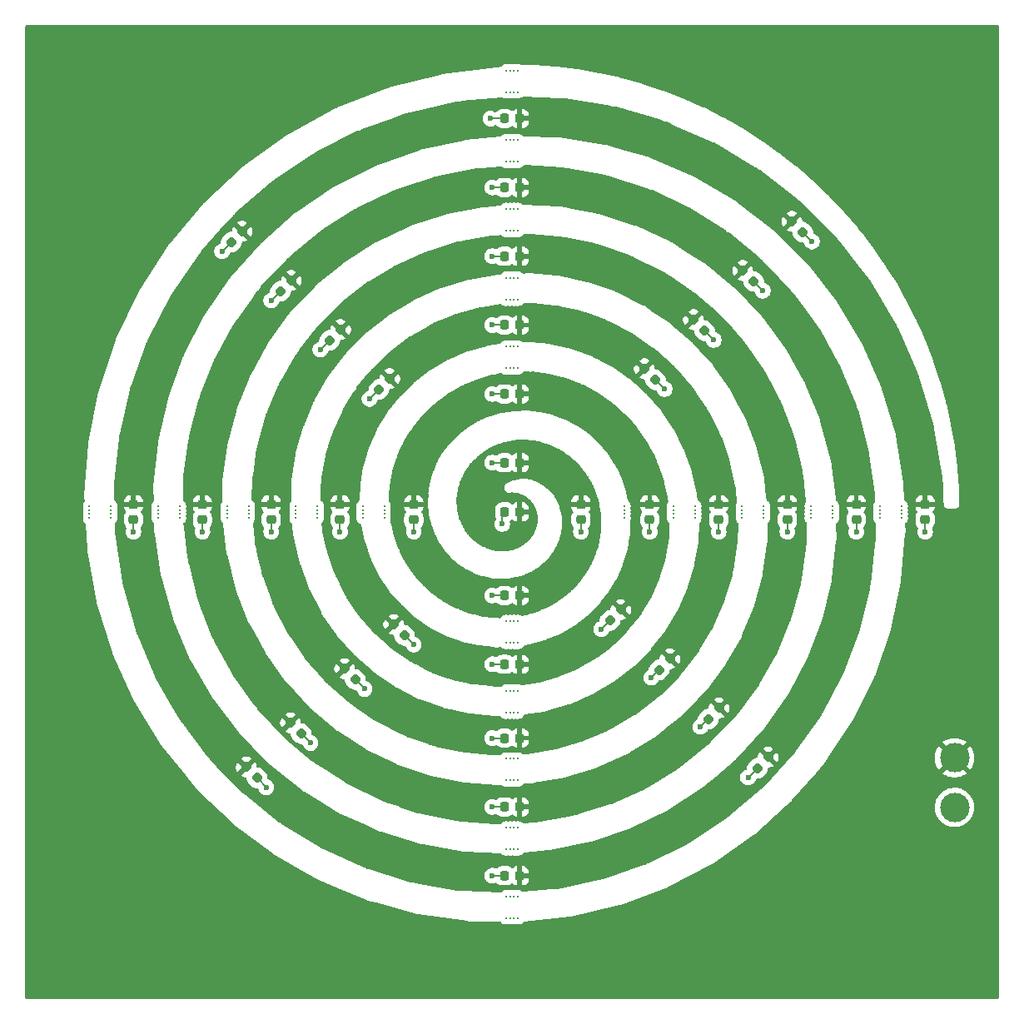
<source format=gtl>
G04 #@! TF.GenerationSoftware,KiCad,Pcbnew,9.0.2-9.0.2-0~ubuntu24.04.1*
G04 #@! TF.CreationDate,2025-06-21T09:29:29-07:00*
G04 #@! TF.ProjectId,2025-flex-spiral,32303235-2d66-46c6-9578-2d7370697261,rev?*
G04 #@! TF.SameCoordinates,Original*
G04 #@! TF.FileFunction,Copper,L1,Top*
G04 #@! TF.FilePolarity,Positive*
%FSLAX46Y46*%
G04 Gerber Fmt 4.6, Leading zero omitted, Abs format (unit mm)*
G04 Created by KiCad (PCBNEW 9.0.2-9.0.2-0~ubuntu24.04.1) date 2025-06-21 09:29:29*
%MOMM*%
%LPD*%
G01*
G04 APERTURE LIST*
G04 Aperture macros list*
%AMRoundRect*
0 Rectangle with rounded corners*
0 $1 Rounding radius*
0 $2 $3 $4 $5 $6 $7 $8 $9 X,Y pos of 4 corners*
0 Add a 4 corners polygon primitive as box body*
4,1,4,$2,$3,$4,$5,$6,$7,$8,$9,$2,$3,0*
0 Add four circle primitives for the rounded corners*
1,1,$1+$1,$2,$3*
1,1,$1+$1,$4,$5*
1,1,$1+$1,$6,$7*
1,1,$1+$1,$8,$9*
0 Add four rect primitives between the rounded corners*
20,1,$1+$1,$2,$3,$4,$5,0*
20,1,$1+$1,$4,$5,$6,$7,0*
20,1,$1+$1,$6,$7,$8,$9,0*
20,1,$1+$1,$8,$9,$2,$3,0*%
G04 Aperture macros list end*
G04 #@! TA.AperFunction,SMDPad,CuDef*
%ADD10RoundRect,0.218750X-0.218750X-0.256250X0.218750X-0.256250X0.218750X0.256250X-0.218750X0.256250X0*%
G04 #@! TD*
G04 #@! TA.AperFunction,SMDPad,CuDef*
%ADD11RoundRect,0.218750X0.026517X-0.335876X0.335876X-0.026517X-0.026517X0.335876X-0.335876X0.026517X0*%
G04 #@! TD*
G04 #@! TA.AperFunction,SMDPad,CuDef*
%ADD12C,3.000000*%
G04 #@! TD*
G04 #@! TA.AperFunction,SMDPad,CuDef*
%ADD13RoundRect,0.218750X0.335876X0.026517X0.026517X0.335876X-0.335876X-0.026517X-0.026517X-0.335876X0*%
G04 #@! TD*
G04 #@! TA.AperFunction,SMDPad,CuDef*
%ADD14RoundRect,0.218750X0.256250X-0.218750X0.256250X0.218750X-0.256250X0.218750X-0.256250X-0.218750X0*%
G04 #@! TD*
G04 #@! TA.AperFunction,ViaPad*
%ADD15C,0.310000*%
G04 #@! TD*
G04 #@! TA.AperFunction,ViaPad*
%ADD16C,0.600000*%
G04 #@! TD*
G04 #@! TA.AperFunction,Conductor*
%ADD17C,0.200000*%
G04 #@! TD*
G04 APERTURE END LIST*
D10*
G04 #@! TO.P,D17,1,K*
G04 #@! TO.N,/C*
X99212500Y-123000000D03*
G04 #@! TO.P,D17,2,A*
G04 #@! TO.N,/A*
X100787500Y-123000000D03*
G04 #@! TD*
D11*
G04 #@! TO.P,D20,1,K*
G04 #@! TO.N,/C*
X81443153Y-82556847D03*
G04 #@! TO.P,D20,2,A*
G04 #@! TO.N,/A*
X82556847Y-81443153D03*
G04 #@! TD*
D12*
G04 #@! TO.P,TP2,1,1*
G04 #@! TO.N,/C*
X145000000Y-130050000D03*
G04 #@! TD*
D10*
G04 #@! TO.P,D33,1,K*
G04 #@! TO.N,/C*
X99212500Y-137000000D03*
G04 #@! TO.P,D33,2,A*
G04 #@! TO.N,/A*
X100787500Y-137000000D03*
G04 #@! TD*
G04 #@! TO.P,D9,1,K*
G04 #@! TO.N,/C*
X99212500Y-115500000D03*
G04 #@! TO.P,D9,2,A*
G04 #@! TO.N,/A*
X100787500Y-115500000D03*
G04 #@! TD*
D13*
G04 #@! TO.P,D34,1,K*
G04 #@! TO.N,/C*
X74056847Y-127056847D03*
G04 #@! TO.P,D34,2,A*
G04 #@! TO.N,/A*
X72943153Y-125943153D03*
G04 #@! TD*
D10*
G04 #@! TO.P,D4,1,K*
G04 #@! TO.N,/C*
X99212500Y-108500000D03*
G04 #@! TO.P,D4,2,A*
G04 #@! TO.N,/A*
X100787500Y-108500000D03*
G04 #@! TD*
D14*
G04 #@! TO.P,D27,1,K*
G04 #@! TO.N,/C*
X68500000Y-100787501D03*
G04 #@! TO.P,D27,2,A*
G04 #@! TO.N,/A*
X68500000Y-99212499D03*
G04 #@! TD*
D11*
G04 #@! TO.P,D28,1,K*
G04 #@! TO.N,/C*
X76443153Y-77556847D03*
G04 #@! TO.P,D28,2,A*
G04 #@! TO.N,/A*
X77556847Y-76443153D03*
G04 #@! TD*
G04 #@! TO.P,D24,1,K*
G04 #@! TO.N,/C*
X119943153Y-121056847D03*
G04 #@! TO.P,D24,2,A*
G04 #@! TO.N,/A*
X121056847Y-119943153D03*
G04 #@! TD*
D14*
G04 #@! TO.P,D31,1,K*
G04 #@! TO.N,/C*
X135000000Y-100787501D03*
G04 #@! TO.P,D31,2,A*
G04 #@! TO.N,/A*
X135000000Y-99212499D03*
G04 #@! TD*
D10*
G04 #@! TO.P,D13,1,K*
G04 #@! TO.N,/C*
X99212500Y-81000000D03*
G04 #@! TO.P,D13,2,A*
G04 #@! TO.N,/A*
X100787500Y-81000000D03*
G04 #@! TD*
G04 #@! TO.P,D21,1,K*
G04 #@! TO.N,/C*
X99212500Y-74000000D03*
G04 #@! TO.P,D21,2,A*
G04 #@! TO.N,/A*
X100787500Y-74000000D03*
G04 #@! TD*
D14*
G04 #@! TO.P,D15,1,K*
G04 #@! TO.N,/C*
X121000000Y-100787501D03*
G04 #@! TO.P,D15,2,A*
G04 #@! TO.N,/A*
X121000000Y-99212499D03*
G04 #@! TD*
D11*
G04 #@! TO.P,D16,1,K*
G04 #@! TO.N,/C*
X114943153Y-116056847D03*
G04 #@! TO.P,D16,2,A*
G04 #@! TO.N,/A*
X116056847Y-114943153D03*
G04 #@! TD*
D14*
G04 #@! TO.P,D35,1,K*
G04 #@! TO.N,/C*
X61500000Y-100787501D03*
G04 #@! TO.P,D35,2,A*
G04 #@! TO.N,/A*
X61500000Y-99212499D03*
G04 #@! TD*
D10*
G04 #@! TO.P,D37,1,K*
G04 #@! TO.N,/C*
X99212500Y-60000000D03*
G04 #@! TO.P,D37,2,A*
G04 #@! TO.N,/A*
X100787500Y-60000000D03*
G04 #@! TD*
D14*
G04 #@! TO.P,D11,1,K*
G04 #@! TO.N,/C*
X82500000Y-100787500D03*
G04 #@! TO.P,D11,2,A*
G04 #@! TO.N,/A*
X82500000Y-99212500D03*
G04 #@! TD*
D13*
G04 #@! TO.P,D10,1,K*
G04 #@! TO.N,/C*
X89056847Y-112556847D03*
G04 #@! TO.P,D10,2,A*
G04 #@! TO.N,/A*
X87943153Y-111443153D03*
G04 #@! TD*
D14*
G04 #@! TO.P,D3,1,K*
G04 #@! TO.N,/C*
X107000000Y-100787501D03*
G04 #@! TO.P,D3,2,A*
G04 #@! TO.N,/A*
X107000000Y-99212499D03*
G04 #@! TD*
D10*
G04 #@! TO.P,D2,1,K*
G04 #@! TO.N,/C*
X99212500Y-95000000D03*
G04 #@! TO.P,D2,2,A*
G04 #@! TO.N,/A*
X100787500Y-95000000D03*
G04 #@! TD*
D11*
G04 #@! TO.P,D36,1,K*
G04 #@! TO.N,/C*
X71443153Y-72556847D03*
G04 #@! TO.P,D36,2,A*
G04 #@! TO.N,/A*
X72556847Y-71443153D03*
G04 #@! TD*
D14*
G04 #@! TO.P,D5,1,K*
G04 #@! TO.N,/C*
X90000000Y-100787500D03*
G04 #@! TO.P,D5,2,A*
G04 #@! TO.N,/A*
X90000000Y-99212500D03*
G04 #@! TD*
D10*
G04 #@! TO.P,D6,1,K*
G04 #@! TO.N,/C*
X99212500Y-88000000D03*
G04 #@! TO.P,D6,2,A*
G04 #@! TO.N,/A*
X100787500Y-88000000D03*
G04 #@! TD*
G04 #@! TO.P,D29,1,K*
G04 #@! TO.N,/C*
X99212500Y-67000000D03*
G04 #@! TO.P,D29,2,A*
G04 #@! TO.N,/A*
X100787500Y-67000000D03*
G04 #@! TD*
D13*
G04 #@! TO.P,D26,1,K*
G04 #@! TO.N,/C*
X78556847Y-122556847D03*
G04 #@! TO.P,D26,2,A*
G04 #@! TO.N,/A*
X77443153Y-121443153D03*
G04 #@! TD*
D10*
G04 #@! TO.P,D1,1,K*
G04 #@! TO.N,/C*
X99212500Y-100000000D03*
G04 #@! TO.P,D1,2,A*
G04 #@! TO.N,/A*
X100787500Y-100000000D03*
G04 #@! TD*
D11*
G04 #@! TO.P,D12,1,K*
G04 #@! TO.N,/C*
X86443153Y-87556847D03*
G04 #@! TO.P,D12,2,A*
G04 #@! TO.N,/A*
X87556847Y-86443153D03*
G04 #@! TD*
D14*
G04 #@! TO.P,D39,1,K*
G04 #@! TO.N,/C*
X142000000Y-100787501D03*
G04 #@! TO.P,D39,2,A*
G04 #@! TO.N,/A*
X142000000Y-99212499D03*
G04 #@! TD*
D12*
G04 #@! TO.P,TP1,1,1*
G04 #@! TO.N,/A*
X145000000Y-125000000D03*
G04 #@! TD*
D13*
G04 #@! TO.P,D38,1,K*
G04 #@! TO.N,/C*
X129556847Y-71556847D03*
G04 #@! TO.P,D38,2,A*
G04 #@! TO.N,/A*
X128443153Y-70443153D03*
G04 #@! TD*
G04 #@! TO.P,D18,1,K*
G04 #@! TO.N,/C*
X84056847Y-117056847D03*
G04 #@! TO.P,D18,2,A*
G04 #@! TO.N,/A*
X82943153Y-115943153D03*
G04 #@! TD*
D14*
G04 #@! TO.P,D19,1,K*
G04 #@! TO.N,/C*
X75500000Y-100787501D03*
G04 #@! TO.P,D19,2,A*
G04 #@! TO.N,/A*
X75500000Y-99212499D03*
G04 #@! TD*
D13*
G04 #@! TO.P,D30,1,K*
G04 #@! TO.N,/C*
X124556847Y-76556847D03*
G04 #@! TO.P,D30,2,A*
G04 #@! TO.N,/A*
X123443153Y-75443153D03*
G04 #@! TD*
D11*
G04 #@! TO.P,D8,1,K*
G04 #@! TO.N,/C*
X109943153Y-111056847D03*
G04 #@! TO.P,D8,2,A*
G04 #@! TO.N,/A*
X111056847Y-109943153D03*
G04 #@! TD*
G04 #@! TO.P,D32,1,K*
G04 #@! TO.N,/C*
X124943153Y-126056847D03*
G04 #@! TO.P,D32,2,A*
G04 #@! TO.N,/A*
X126056847Y-124943153D03*
G04 #@! TD*
D13*
G04 #@! TO.P,D14,1,K*
G04 #@! TO.N,/C*
X114556847Y-86556847D03*
G04 #@! TO.P,D14,2,A*
G04 #@! TO.N,/A*
X113443153Y-85443153D03*
G04 #@! TD*
D14*
G04 #@! TO.P,D23,1,K*
G04 #@! TO.N,/C*
X128000000Y-100787501D03*
G04 #@! TO.P,D23,2,A*
G04 #@! TO.N,/A*
X128000000Y-99212499D03*
G04 #@! TD*
D10*
G04 #@! TO.P,D25,1,K*
G04 #@! TO.N,/C*
X99212500Y-130000000D03*
G04 #@! TO.P,D25,2,A*
G04 #@! TO.N,/A*
X100787500Y-130000000D03*
G04 #@! TD*
D14*
G04 #@! TO.P,D7,1,K*
G04 #@! TO.N,/C*
X114000000Y-100787500D03*
G04 #@! TO.P,D7,2,A*
G04 #@! TO.N,/A*
X114000000Y-99212500D03*
G04 #@! TD*
D13*
G04 #@! TO.P,D22,1,K*
G04 #@! TO.N,/C*
X119556847Y-81556847D03*
G04 #@! TO.P,D22,2,A*
G04 #@! TO.N,/A*
X118443153Y-80443153D03*
G04 #@! TD*
D15*
G04 #@! TO.N,*
X139600000Y-99400000D03*
X130400000Y-100200000D03*
X100200000Y-139100000D03*
X130400000Y-99400000D03*
X100600000Y-83200000D03*
X99400000Y-111100000D03*
X59200000Y-100200000D03*
X71000000Y-100200000D03*
X100200000Y-83200000D03*
X125600000Y-99800000D03*
X99800000Y-57300000D03*
X100600000Y-85400000D03*
X111400000Y-100600000D03*
X64000000Y-100600000D03*
X132600000Y-99400000D03*
X99400000Y-69200000D03*
X99400000Y-55100000D03*
X100600000Y-111100000D03*
X100600000Y-57300000D03*
X66200000Y-99400000D03*
X84800000Y-100200000D03*
X73200000Y-100600000D03*
X100600000Y-78400000D03*
X99800000Y-55100000D03*
X87000000Y-99400000D03*
X99800000Y-113300000D03*
X100600000Y-76200000D03*
X99800000Y-127300000D03*
X125600000Y-100200000D03*
X100200000Y-69200000D03*
X57000000Y-99800000D03*
X100600000Y-118200000D03*
X99800000Y-76200000D03*
X80200000Y-99400000D03*
X99400000Y-62200000D03*
X71000000Y-99400000D03*
X99400000Y-132100000D03*
X100200000Y-132100000D03*
X100200000Y-55100000D03*
X100200000Y-76200000D03*
X80200000Y-100600000D03*
X116400000Y-100600000D03*
X64000000Y-100200000D03*
X123400000Y-99800000D03*
X139600000Y-100600000D03*
X59200000Y-100600000D03*
X99800000Y-120400000D03*
X100200000Y-118200000D03*
X57000000Y-100200000D03*
X132600000Y-100200000D03*
X100600000Y-127300000D03*
X99800000Y-134300000D03*
X99400000Y-125100000D03*
X73200000Y-99800000D03*
X100200000Y-125100000D03*
X99800000Y-64400000D03*
X59200000Y-99400000D03*
X73200000Y-99400000D03*
X100600000Y-64400000D03*
X111400000Y-99800000D03*
X100200000Y-57300000D03*
X99400000Y-113300000D03*
X71000000Y-100600000D03*
X130400000Y-99800000D03*
X100200000Y-113300000D03*
X99800000Y-71400000D03*
X87000000Y-100200000D03*
X111400000Y-100200000D03*
X99400000Y-85400000D03*
X99400000Y-134300000D03*
X99400000Y-139100000D03*
X137400000Y-100600000D03*
X99400000Y-76200000D03*
X99400000Y-141300000D03*
X100600000Y-62200000D03*
X100200000Y-78400000D03*
X71000000Y-99800000D03*
X100600000Y-125100000D03*
X116400000Y-99800000D03*
X99800000Y-132100000D03*
X84800000Y-100600000D03*
X87000000Y-100600000D03*
X66200000Y-100200000D03*
X99400000Y-118200000D03*
X57000000Y-99400000D03*
X84800000Y-99400000D03*
X100200000Y-111100000D03*
X125600000Y-100600000D03*
X99800000Y-125100000D03*
X100600000Y-134300000D03*
X118600000Y-99800000D03*
X73200000Y-100200000D03*
X100200000Y-85400000D03*
X123400000Y-100200000D03*
X99400000Y-71400000D03*
X123400000Y-99400000D03*
X78000000Y-99400000D03*
X100600000Y-132100000D03*
X100200000Y-134300000D03*
X99800000Y-62200000D03*
X118600000Y-100200000D03*
X99400000Y-64400000D03*
X99800000Y-139100000D03*
X132600000Y-99800000D03*
X64000000Y-99800000D03*
X84800000Y-99800000D03*
X99400000Y-120400000D03*
X100200000Y-141300000D03*
X100200000Y-71400000D03*
X99400000Y-78400000D03*
X80200000Y-100200000D03*
X99800000Y-118200000D03*
X100200000Y-120400000D03*
X87000000Y-99800000D03*
X100200000Y-127300000D03*
X99400000Y-83200000D03*
X137400000Y-100200000D03*
X80200000Y-99800000D03*
X99800000Y-83200000D03*
X99800000Y-78400000D03*
X137400000Y-99400000D03*
X66200000Y-100600000D03*
X99800000Y-85400000D03*
X100600000Y-113300000D03*
X123400000Y-100600000D03*
X100600000Y-69200000D03*
X78000000Y-99800000D03*
X99800000Y-141300000D03*
X99800000Y-111100000D03*
X78000000Y-100600000D03*
X100600000Y-120400000D03*
X111400000Y-99400000D03*
X59200000Y-99800000D03*
X130400000Y-100600000D03*
X132600000Y-100600000D03*
X57000000Y-100600000D03*
X78000000Y-100200000D03*
X66200000Y-99800000D03*
X116400000Y-100200000D03*
X64000000Y-99400000D03*
X100600000Y-139100000D03*
X100600000Y-141300000D03*
X99400000Y-57300000D03*
X118600000Y-99400000D03*
X99800000Y-69200000D03*
X100200000Y-62200000D03*
X100600000Y-71400000D03*
X139600000Y-99800000D03*
X100600000Y-55100000D03*
X125600000Y-99400000D03*
X99400000Y-127300000D03*
X118600000Y-100600000D03*
X100200000Y-64400000D03*
X116400000Y-99400000D03*
X139600000Y-100200000D03*
X137400000Y-99800000D03*
D16*
G04 #@! TO.N,/C*
X115500000Y-87500000D03*
X99000000Y-101212499D03*
X75500000Y-78500000D03*
X98000000Y-67000000D03*
X114000000Y-102000000D03*
X85500000Y-88500000D03*
X61500000Y-102000000D03*
X109071317Y-111928683D03*
X119142634Y-121857366D03*
X128000000Y-102000000D03*
X120500000Y-82500000D03*
X98000000Y-123000000D03*
X68500000Y-102000000D03*
X98000000Y-95000000D03*
X70500000Y-73500000D03*
X135000000Y-102000000D03*
X79500000Y-123500000D03*
X124000000Y-127000000D03*
X130500000Y-72500000D03*
X142000000Y-102000000D03*
X90000000Y-113500000D03*
X97787501Y-60000000D03*
X121000000Y-102000000D03*
X125500000Y-77500000D03*
X98000000Y-74000000D03*
X145000000Y-130050000D03*
X98000000Y-81000000D03*
X98000000Y-137000000D03*
X80500000Y-83500000D03*
X75500000Y-102000000D03*
X85000000Y-118000000D03*
X90000000Y-102000000D03*
X75000000Y-128000000D03*
X98000000Y-115500000D03*
X98000000Y-108500000D03*
X114142634Y-116857366D03*
X98000000Y-130000000D03*
X98000000Y-88000000D03*
X82500000Y-102000000D03*
X107000000Y-102000000D03*
G04 #@! TD*
D17*
G04 #@! TO.N,/C*
X99212499Y-130000000D02*
X98000000Y-130000000D01*
X90000000Y-100787501D02*
X90000000Y-102000000D01*
X99000000Y-100000000D02*
X99000000Y-101212499D01*
X124642634Y-76642634D02*
X125500000Y-77500000D01*
X86357366Y-87642634D02*
X85500000Y-88500000D01*
X99212499Y-123000000D02*
X98000000Y-123000000D01*
X99212499Y-115500000D02*
X98000000Y-115500000D01*
X99212499Y-81000000D02*
X98000000Y-81000000D01*
X81357366Y-82642634D02*
X80500000Y-83500000D01*
X99212499Y-137000000D02*
X98000000Y-137000000D01*
X71357366Y-72642634D02*
X70500000Y-73500000D01*
X99212499Y-108500000D02*
X98000000Y-108500000D01*
X120000000Y-121000000D02*
X119142634Y-121857366D01*
X78642634Y-122642634D02*
X79500000Y-123500000D01*
X99212499Y-95000000D02*
X98000000Y-95000000D01*
X82500000Y-100787501D02*
X82500000Y-102000000D01*
X115000000Y-116000000D02*
X114142634Y-116857366D01*
X99000000Y-60000000D02*
X97787501Y-60000000D01*
X84142634Y-117142634D02*
X85000000Y-118000000D01*
X89142634Y-112642634D02*
X90000000Y-113500000D01*
X99212499Y-67000000D02*
X98000000Y-67000000D01*
X107000000Y-100787501D02*
X107000000Y-102000000D01*
X99212499Y-74000000D02*
X98000000Y-74000000D01*
X124943153Y-126056847D02*
X124000000Y-127000000D01*
X68500000Y-100787501D02*
X68500000Y-102000000D01*
X74142634Y-127142634D02*
X75000000Y-128000000D01*
X128000000Y-100787501D02*
X128000000Y-102000000D01*
X61500000Y-100787501D02*
X61500000Y-102000000D01*
X99212499Y-88000000D02*
X98000000Y-88000000D01*
X114642634Y-86642634D02*
X115500000Y-87500000D01*
X114000000Y-100787501D02*
X114000000Y-102000000D01*
X135000000Y-100787501D02*
X135000000Y-102000000D01*
X121000000Y-100787501D02*
X121000000Y-102000000D01*
X119642634Y-81642634D02*
X120500000Y-82500000D01*
X142000000Y-100787501D02*
X142000000Y-102000000D01*
X76357366Y-77642634D02*
X75500000Y-78500000D01*
X129642634Y-71642634D02*
X130500000Y-72500000D01*
X75500000Y-100787501D02*
X75500000Y-102000000D01*
X109928683Y-111071317D02*
X109071317Y-111928683D01*
G04 #@! TD*
G04 #@! TA.AperFunction,Conductor*
G04 #@! TO.N,/A*
G36*
X149442539Y-50520185D02*
G01*
X149488294Y-50572989D01*
X149499500Y-50624500D01*
X149499500Y-149375500D01*
X149479815Y-149442539D01*
X149427011Y-149488294D01*
X149375500Y-149499500D01*
X50624500Y-149499500D01*
X50557461Y-149479815D01*
X50511706Y-149427011D01*
X50500500Y-149375500D01*
X50500500Y-99335434D01*
X56344500Y-99335434D01*
X56344500Y-99335438D01*
X56344500Y-99335439D01*
X56344500Y-99464561D01*
X56354243Y-99513541D01*
X56366628Y-99575810D01*
X56366628Y-99624190D01*
X56357939Y-99667873D01*
X56344500Y-99735439D01*
X56344500Y-99864561D01*
X56354026Y-99912451D01*
X56366628Y-99975810D01*
X56366628Y-100024190D01*
X56362496Y-100044965D01*
X56344500Y-100135439D01*
X56344500Y-100264561D01*
X56347748Y-100280891D01*
X56366628Y-100375810D01*
X56366628Y-100424190D01*
X56358562Y-100464744D01*
X56344679Y-100534542D01*
X56344500Y-100535440D01*
X56344500Y-100664565D01*
X56369687Y-100791194D01*
X56369690Y-100791203D01*
X56419100Y-100910491D01*
X56419101Y-100910493D01*
X56490839Y-101017856D01*
X56490842Y-101017860D01*
X56582139Y-101109157D01*
X56586851Y-101113024D01*
X56586039Y-101114012D01*
X56626589Y-101162536D01*
X56636720Y-101205496D01*
X56773842Y-103807197D01*
X56774289Y-103815673D01*
X56771634Y-103847186D01*
X56777741Y-103881193D01*
X56778150Y-103888943D01*
X56778151Y-103888948D01*
X56779562Y-103915703D01*
X56786715Y-103937698D01*
X56790841Y-103954126D01*
X56872714Y-104409958D01*
X57723225Y-109145196D01*
X57724523Y-109176800D01*
X57734825Y-109209774D01*
X57737149Y-109222712D01*
X57740932Y-109243778D01*
X57750778Y-109264718D01*
X57756920Y-109280499D01*
X59319548Y-114282126D01*
X59324552Y-114298141D01*
X59329779Y-114329323D01*
X59344115Y-114360760D01*
X59347667Y-114372128D01*
X59354420Y-114393743D01*
X59354423Y-114393750D01*
X59366799Y-114413289D01*
X59374865Y-114428186D01*
X61494572Y-119076188D01*
X61548799Y-119195093D01*
X61557880Y-119225394D01*
X61576028Y-119254799D01*
X61587031Y-119278926D01*
X61590362Y-119286230D01*
X61605073Y-119304064D01*
X61614936Y-119317840D01*
X61801733Y-119620500D01*
X64357490Y-123761507D01*
X64370279Y-123790434D01*
X64391950Y-123817340D01*
X64410094Y-123846738D01*
X64410095Y-123846739D01*
X64410096Y-123846740D01*
X64426926Y-123862610D01*
X64438428Y-123875046D01*
X66424407Y-126340765D01*
X67703114Y-127928361D01*
X67719408Y-127955462D01*
X67744268Y-127979456D01*
X67765943Y-128006367D01*
X67784627Y-128020017D01*
X67797585Y-128030917D01*
X69281138Y-129462807D01*
X71518029Y-131621800D01*
X71529759Y-131633121D01*
X71549308Y-131657980D01*
X71576968Y-131678685D01*
X71581597Y-131683153D01*
X71601830Y-131702682D01*
X71622073Y-131713895D01*
X71636286Y-131723092D01*
X75774826Y-134821232D01*
X75797324Y-134843459D01*
X75827348Y-134860551D01*
X75855006Y-134881256D01*
X75876491Y-134889857D01*
X75891736Y-134897205D01*
X79257199Y-136813101D01*
X80361925Y-137442001D01*
X80361925Y-137442002D01*
X80369309Y-137446205D01*
X80394401Y-137465450D01*
X80426323Y-137478663D01*
X80433065Y-137482501D01*
X80433071Y-137482504D01*
X80443132Y-137488231D01*
X80456350Y-137495756D01*
X80478730Y-137501607D01*
X80494784Y-137507000D01*
X82759731Y-138444500D01*
X85039837Y-139388275D01*
X85239322Y-139470845D01*
X85266619Y-139486808D01*
X85299937Y-139495935D01*
X85331865Y-139509150D01*
X85331867Y-139509151D01*
X85354812Y-139512165D01*
X85371413Y-139515514D01*
X86155544Y-139730310D01*
X90307177Y-140867562D01*
X90336255Y-140879997D01*
X90370459Y-140884897D01*
X90403781Y-140894025D01*
X90426916Y-140894153D01*
X90443794Y-140895403D01*
X95492391Y-141618681D01*
X95522799Y-141627393D01*
X95557343Y-141627987D01*
X95591538Y-141632886D01*
X95614521Y-141630125D01*
X95631409Y-141629260D01*
X98807634Y-141683896D01*
X98874322Y-141704731D01*
X98893179Y-141720197D01*
X98982139Y-141809157D01*
X98982143Y-141809160D01*
X99089504Y-141880897D01*
X99089505Y-141880897D01*
X99089506Y-141880898D01*
X99089508Y-141880899D01*
X99169033Y-141913839D01*
X99208798Y-141930310D01*
X99208800Y-141930310D01*
X99208805Y-141930312D01*
X99335434Y-141955499D01*
X99335438Y-141955500D01*
X99335439Y-141955500D01*
X99464562Y-141955500D01*
X99464563Y-141955499D01*
X99521070Y-141944259D01*
X99575809Y-141933372D01*
X99624191Y-141933372D01*
X99735434Y-141955499D01*
X99735438Y-141955500D01*
X99735439Y-141955500D01*
X99864562Y-141955500D01*
X99864563Y-141955499D01*
X99921070Y-141944259D01*
X99975809Y-141933372D01*
X100024191Y-141933372D01*
X100135434Y-141955499D01*
X100135438Y-141955500D01*
X100135439Y-141955500D01*
X100264562Y-141955500D01*
X100264563Y-141955499D01*
X100321070Y-141944259D01*
X100375809Y-141933372D01*
X100424191Y-141933372D01*
X100535434Y-141955499D01*
X100535438Y-141955500D01*
X100535439Y-141955500D01*
X100664562Y-141955500D01*
X100664563Y-141955499D01*
X100706774Y-141947103D01*
X100791194Y-141930312D01*
X100791197Y-141930310D01*
X100791202Y-141930310D01*
X100910496Y-141880897D01*
X101017857Y-141809160D01*
X101109160Y-141717857D01*
X101109166Y-141717847D01*
X101109262Y-141717732D01*
X101109331Y-141717684D01*
X101113467Y-141713549D01*
X101114250Y-141714332D01*
X101167004Y-141678392D01*
X101191768Y-141673109D01*
X105888659Y-141164479D01*
X105920268Y-141165392D01*
X105953881Y-141157416D01*
X105988233Y-141153697D01*
X106009812Y-141145334D01*
X106025976Y-141140311D01*
X110937602Y-139974990D01*
X110969085Y-139971951D01*
X111001439Y-139959844D01*
X111035052Y-139951870D01*
X111055429Y-139940875D01*
X111070838Y-139933876D01*
X115782293Y-138170972D01*
X115813144Y-138164031D01*
X115843748Y-138147977D01*
X115876111Y-138135868D01*
X115894935Y-138122432D01*
X115909362Y-138113557D01*
X120348957Y-135784736D01*
X120378710Y-135773997D01*
X120407056Y-135754260D01*
X120437647Y-135738214D01*
X120454668Y-135722517D01*
X120467859Y-135711925D01*
X124567759Y-132857328D01*
X124595936Y-132842963D01*
X124621608Y-132819835D01*
X124649961Y-132800095D01*
X124664882Y-132782407D01*
X124676656Y-132770244D01*
X127841843Y-129918872D01*
X142999500Y-129918872D01*
X142999500Y-130181127D01*
X143018756Y-130327382D01*
X143033730Y-130441116D01*
X143091629Y-130657199D01*
X143101602Y-130694418D01*
X143101605Y-130694428D01*
X143201953Y-130936690D01*
X143201958Y-130936700D01*
X143333075Y-131163803D01*
X143492718Y-131371851D01*
X143492726Y-131371860D01*
X143678140Y-131557274D01*
X143678148Y-131557281D01*
X143678149Y-131557282D01*
X143692194Y-131568059D01*
X143886196Y-131716924D01*
X144113299Y-131848041D01*
X144113309Y-131848046D01*
X144355571Y-131948394D01*
X144355581Y-131948398D01*
X144608884Y-132016270D01*
X144868880Y-132050500D01*
X144868887Y-132050500D01*
X145131113Y-132050500D01*
X145131120Y-132050500D01*
X145391116Y-132016270D01*
X145644419Y-131948398D01*
X145886697Y-131848043D01*
X146113803Y-131716924D01*
X146321851Y-131557282D01*
X146321855Y-131557277D01*
X146321860Y-131557274D01*
X146507274Y-131371860D01*
X146507277Y-131371855D01*
X146507282Y-131371851D01*
X146666924Y-131163803D01*
X146798043Y-130936697D01*
X146808046Y-130912549D01*
X146833354Y-130851449D01*
X146898398Y-130694419D01*
X146966270Y-130441116D01*
X147000500Y-130181120D01*
X147000500Y-129918880D01*
X146966270Y-129658884D01*
X146898398Y-129405581D01*
X146898394Y-129405571D01*
X146798046Y-129163309D01*
X146798041Y-129163299D01*
X146666924Y-128936196D01*
X146507281Y-128728148D01*
X146507274Y-128728140D01*
X146321860Y-128542726D01*
X146321851Y-128542718D01*
X146113803Y-128383075D01*
X145886700Y-128251958D01*
X145886690Y-128251953D01*
X145644428Y-128151605D01*
X145644421Y-128151603D01*
X145644419Y-128151602D01*
X145391116Y-128083730D01*
X145333339Y-128076123D01*
X145131127Y-128049500D01*
X145131120Y-128049500D01*
X144868880Y-128049500D01*
X144868872Y-128049500D01*
X144637772Y-128079926D01*
X144608884Y-128083730D01*
X144430017Y-128131657D01*
X144355581Y-128151602D01*
X144355571Y-128151605D01*
X144113309Y-128251953D01*
X144113299Y-128251958D01*
X143886196Y-128383075D01*
X143678148Y-128542718D01*
X143492718Y-128728148D01*
X143333075Y-128936196D01*
X143201958Y-129163299D01*
X143201953Y-129163309D01*
X143101605Y-129405571D01*
X143101602Y-129405581D01*
X143043928Y-129620827D01*
X143033730Y-129658885D01*
X142999500Y-129918872D01*
X127841843Y-129918872D01*
X128375536Y-129438092D01*
X128401699Y-129420325D01*
X128424278Y-129394182D01*
X128449949Y-129371058D01*
X128462547Y-129351648D01*
X128472715Y-129338104D01*
X130855077Y-126579917D01*
X143773633Y-126579917D01*
X143773633Y-126579918D01*
X143886475Y-126666505D01*
X143886483Y-126666511D01*
X144113517Y-126797590D01*
X144113528Y-126797595D01*
X144355744Y-126897924D01*
X144608979Y-126965777D01*
X144608990Y-126965779D01*
X144868905Y-126999999D01*
X144868920Y-127000000D01*
X145131080Y-127000000D01*
X145131094Y-126999999D01*
X145391009Y-126965779D01*
X145391020Y-126965777D01*
X145644255Y-126897924D01*
X145886471Y-126797595D01*
X145886482Y-126797590D01*
X146113516Y-126666511D01*
X146113534Y-126666499D01*
X146226365Y-126579919D01*
X146226365Y-126579917D01*
X145000000Y-125353553D01*
X143773633Y-126579917D01*
X130855077Y-126579917D01*
X131715474Y-125583789D01*
X131739211Y-125562901D01*
X131758353Y-125534145D01*
X131780942Y-125507994D01*
X131791024Y-125487153D01*
X131799414Y-125472465D01*
X132201210Y-124868905D01*
X143000000Y-124868905D01*
X143000000Y-125131094D01*
X143034220Y-125391009D01*
X143034222Y-125391020D01*
X143102075Y-125644255D01*
X143202404Y-125886471D01*
X143202409Y-125886482D01*
X143333488Y-126113516D01*
X143333494Y-126113524D01*
X143420080Y-126226365D01*
X144646446Y-125000000D01*
X144646446Y-124999999D01*
X145353553Y-124999999D01*
X145353553Y-125000001D01*
X146579917Y-126226365D01*
X146579919Y-126226365D01*
X146666499Y-126113534D01*
X146666511Y-126113516D01*
X146797590Y-125886482D01*
X146797595Y-125886471D01*
X146897924Y-125644255D01*
X146965777Y-125391020D01*
X146965779Y-125391009D01*
X146999999Y-125131094D01*
X147000000Y-125131080D01*
X147000000Y-124868919D01*
X146999999Y-124868905D01*
X146965779Y-124608990D01*
X146965777Y-124608979D01*
X146897924Y-124355744D01*
X146797595Y-124113528D01*
X146797590Y-124113517D01*
X146666511Y-123886483D01*
X146666505Y-123886475D01*
X146579918Y-123773633D01*
X146579917Y-123773633D01*
X145353553Y-124999999D01*
X144646446Y-124999999D01*
X143420080Y-123773633D01*
X143420079Y-123773633D01*
X143333496Y-123886471D01*
X143202409Y-124113517D01*
X143202404Y-124113528D01*
X143102075Y-124355744D01*
X143034222Y-124608979D01*
X143034220Y-124608990D01*
X143000000Y-124868905D01*
X132201210Y-124868905D01*
X133165707Y-123420079D01*
X143773633Y-123420079D01*
X143773633Y-123420080D01*
X144999999Y-124646446D01*
X146226365Y-123420080D01*
X146113524Y-123333494D01*
X146113516Y-123333488D01*
X145886482Y-123202409D01*
X145886471Y-123202404D01*
X145644255Y-123102075D01*
X145391020Y-123034222D01*
X145391009Y-123034220D01*
X145131094Y-123000000D01*
X144868905Y-123000000D01*
X144608990Y-123034220D01*
X144608979Y-123034222D01*
X144355744Y-123102075D01*
X144113528Y-123202404D01*
X144113517Y-123202409D01*
X143886471Y-123333496D01*
X143773633Y-123420079D01*
X133165707Y-123420079D01*
X134538931Y-121357281D01*
X134559882Y-121333590D01*
X134575293Y-121302660D01*
X134594439Y-121273901D01*
X134601839Y-121251976D01*
X134608332Y-121236352D01*
X136805388Y-116827079D01*
X136823221Y-116800956D01*
X136834649Y-116768356D01*
X136850055Y-116737438D01*
X136854663Y-116714760D01*
X136859162Y-116698427D01*
X136862556Y-116688745D01*
X138483085Y-112066005D01*
X138497518Y-112037864D01*
X138504788Y-112004095D01*
X138516218Y-111971492D01*
X138517960Y-111948410D01*
X138520383Y-111931663D01*
X139549974Y-107149761D01*
X139560782Y-107120042D01*
X139563784Y-107085619D01*
X139571057Y-107051842D01*
X139569906Y-107028723D01*
X139570221Y-107011812D01*
X139993729Y-102156230D01*
X140000748Y-102125377D01*
X139999431Y-102090858D01*
X140002432Y-102056456D01*
X139998407Y-102033667D01*
X139996606Y-102016823D01*
X139996460Y-102012999D01*
X139966017Y-101214862D01*
X139983132Y-101147122D01*
X140014189Y-101114282D01*
X140013153Y-101113020D01*
X140017851Y-101109163D01*
X140017857Y-101109160D01*
X140109160Y-101017857D01*
X140180897Y-100910496D01*
X140230310Y-100791202D01*
X140230310Y-100791197D01*
X140230312Y-100791194D01*
X140249543Y-100694509D01*
X140255500Y-100664561D01*
X140255500Y-100535439D01*
X140252592Y-100520819D01*
X141024500Y-100520819D01*
X141024500Y-101054182D01*
X141034563Y-101152684D01*
X141087450Y-101312285D01*
X141087455Y-101312296D01*
X141175716Y-101455388D01*
X141175719Y-101455392D01*
X141246822Y-101526495D01*
X141280307Y-101587818D01*
X141275323Y-101657510D01*
X141273703Y-101661627D01*
X141230263Y-101766503D01*
X141230261Y-101766510D01*
X141199500Y-101921153D01*
X141199500Y-102078846D01*
X141230261Y-102233489D01*
X141230264Y-102233501D01*
X141290602Y-102379172D01*
X141290609Y-102379185D01*
X141378210Y-102510288D01*
X141378213Y-102510292D01*
X141489707Y-102621786D01*
X141489711Y-102621789D01*
X141620814Y-102709390D01*
X141620827Y-102709397D01*
X141741443Y-102759357D01*
X141766503Y-102769737D01*
X141921153Y-102800499D01*
X141921156Y-102800500D01*
X141921158Y-102800500D01*
X142078844Y-102800500D01*
X142078845Y-102800499D01*
X142233497Y-102769737D01*
X142379179Y-102709394D01*
X142510289Y-102621789D01*
X142621789Y-102510289D01*
X142709394Y-102379179D01*
X142769737Y-102233497D01*
X142800500Y-102078842D01*
X142800500Y-101921158D01*
X142800500Y-101921155D01*
X142800499Y-101921153D01*
X142785817Y-101847343D01*
X142769737Y-101766503D01*
X142726296Y-101661628D01*
X142718828Y-101592160D01*
X142750103Y-101529681D01*
X142753177Y-101526496D01*
X142787528Y-101492145D01*
X142824281Y-101455392D01*
X142912549Y-101312288D01*
X142965436Y-101152686D01*
X142975500Y-101054175D01*
X142975500Y-100520827D01*
X142965436Y-100422316D01*
X142912549Y-100262714D01*
X142912545Y-100262708D01*
X142912544Y-100262705D01*
X142824283Y-100119613D01*
X142824280Y-100119609D01*
X142791999Y-100087328D01*
X142758514Y-100026005D01*
X142763498Y-99956313D01*
X142791999Y-99911966D01*
X142823885Y-99880079D01*
X142912091Y-99737076D01*
X142912093Y-99737071D01*
X142964942Y-99577582D01*
X142974999Y-99479149D01*
X142975000Y-99479136D01*
X142975000Y-99462499D01*
X141025001Y-99462499D01*
X141025001Y-99479151D01*
X141035056Y-99577582D01*
X141087906Y-99737071D01*
X141087908Y-99737076D01*
X141176114Y-99880079D01*
X141208001Y-99911966D01*
X141241486Y-99973289D01*
X141236502Y-100042981D01*
X141208001Y-100087328D01*
X141175719Y-100119609D01*
X141175716Y-100119613D01*
X141087455Y-100262705D01*
X141087450Y-100262716D01*
X141074001Y-100303304D01*
X141034564Y-100422316D01*
X141034564Y-100422317D01*
X141034563Y-100422317D01*
X141024500Y-100520819D01*
X140252592Y-100520819D01*
X140233363Y-100424146D01*
X140233372Y-100424045D01*
X140233372Y-100375809D01*
X140253251Y-100275867D01*
X140255500Y-100264561D01*
X140255500Y-100135439D01*
X140251870Y-100117187D01*
X140233372Y-100024191D01*
X140233372Y-99975809D01*
X140245974Y-99912451D01*
X140255500Y-99864561D01*
X140255500Y-99735439D01*
X140242061Y-99667873D01*
X140233372Y-99624191D01*
X140233372Y-99575809D01*
X140245757Y-99513541D01*
X140255500Y-99464561D01*
X140255500Y-99335439D01*
X140247379Y-99294609D01*
X140230312Y-99208805D01*
X140230309Y-99208796D01*
X140220474Y-99185053D01*
X140191819Y-99115871D01*
X140180899Y-99089508D01*
X140180898Y-99089506D01*
X140179830Y-99087908D01*
X140128835Y-99011588D01*
X140109163Y-98982147D01*
X140109157Y-98982139D01*
X140072866Y-98945848D01*
X141025000Y-98945848D01*
X141025000Y-98962499D01*
X141750000Y-98962499D01*
X142250000Y-98962499D01*
X142974999Y-98962499D01*
X142974999Y-98945863D01*
X142974998Y-98945846D01*
X142964943Y-98847415D01*
X142912093Y-98687926D01*
X142912091Y-98687921D01*
X142823885Y-98544918D01*
X142705080Y-98426113D01*
X142562077Y-98337907D01*
X142562072Y-98337905D01*
X142402583Y-98285056D01*
X142304150Y-98274999D01*
X142250000Y-98274999D01*
X142250000Y-98962499D01*
X141750000Y-98962499D01*
X141750000Y-98274999D01*
X141749999Y-98274998D01*
X141695864Y-98274999D01*
X141695847Y-98275000D01*
X141597415Y-98285056D01*
X141437927Y-98337905D01*
X141437922Y-98337907D01*
X141294919Y-98426113D01*
X141176114Y-98544918D01*
X141087908Y-98687921D01*
X141087906Y-98687926D01*
X141035057Y-98847415D01*
X141025000Y-98945848D01*
X140072866Y-98945848D01*
X140017860Y-98890842D01*
X140017856Y-98890839D01*
X139952869Y-98847416D01*
X139926393Y-98829725D01*
X139881589Y-98776114D01*
X139871376Y-98731349D01*
X139811641Y-97163634D01*
X139814756Y-97132155D01*
X139809143Y-97098065D01*
X139807828Y-97063549D01*
X139805888Y-97057275D01*
X139800993Y-97041443D01*
X139797106Y-97024958D01*
X139010917Y-92249989D01*
X139010081Y-92218377D01*
X139000259Y-92185252D01*
X138994646Y-92151162D01*
X138985107Y-92130086D01*
X138979194Y-92114219D01*
X137609903Y-87496368D01*
X137608389Y-87491263D01*
X137603615Y-87459999D01*
X137589738Y-87428361D01*
X137579917Y-87395241D01*
X137567815Y-87375505D01*
X137559975Y-87360510D01*
X135630109Y-82960732D01*
X135621470Y-82930306D01*
X135603755Y-82900649D01*
X135589879Y-82869014D01*
X135575412Y-82850946D01*
X135565757Y-82837037D01*
X133110853Y-78727257D01*
X133098487Y-78698150D01*
X133077207Y-78670930D01*
X133059490Y-78641270D01*
X133042881Y-78625147D01*
X133031569Y-78612554D01*
X133020075Y-78597852D01*
X130093906Y-74854932D01*
X130078003Y-74827592D01*
X130053497Y-74803244D01*
X130032220Y-74776028D01*
X130013729Y-74762103D01*
X130000927Y-74751014D01*
X129982695Y-74732900D01*
X128116947Y-72879185D01*
X126635592Y-71407385D01*
X126629569Y-71401401D01*
X126610380Y-71376260D01*
X126583023Y-71355156D01*
X126573764Y-71345957D01*
X126573763Y-71345955D01*
X126558520Y-71330810D01*
X126558517Y-71330808D01*
X126538438Y-71319301D01*
X126524361Y-71309902D01*
X126523655Y-71309357D01*
X127930501Y-71309357D01*
X127930501Y-71309358D01*
X127942266Y-71321123D01*
X127942284Y-71321139D01*
X128018980Y-71383617D01*
X128018990Y-71383624D01*
X128169134Y-71459030D01*
X128332629Y-71497779D01*
X128377722Y-71497779D01*
X128444761Y-71517464D01*
X128490516Y-71570268D01*
X128501722Y-71621779D01*
X128501722Y-71667431D01*
X128531173Y-71791693D01*
X128540498Y-71831039D01*
X128615760Y-71980899D01*
X128615956Y-71981289D01*
X128678497Y-72058063D01*
X129055631Y-72435197D01*
X129132405Y-72497738D01*
X129282658Y-72573197D01*
X129446263Y-72611972D01*
X129446265Y-72611972D01*
X129604326Y-72611972D01*
X129671365Y-72631657D01*
X129717120Y-72684461D01*
X129725943Y-72711781D01*
X129730261Y-72733489D01*
X129730264Y-72733501D01*
X129790602Y-72879172D01*
X129790609Y-72879185D01*
X129878210Y-73010288D01*
X129878213Y-73010292D01*
X129989707Y-73121786D01*
X129989711Y-73121789D01*
X130120814Y-73209390D01*
X130120827Y-73209397D01*
X130258683Y-73266498D01*
X130266503Y-73269737D01*
X130421153Y-73300499D01*
X130421156Y-73300500D01*
X130421158Y-73300500D01*
X130578844Y-73300500D01*
X130578845Y-73300499D01*
X130733497Y-73269737D01*
X130879179Y-73209394D01*
X131010289Y-73121789D01*
X131121789Y-73010289D01*
X131209394Y-72879179D01*
X131269737Y-72733497D01*
X131300500Y-72578842D01*
X131300500Y-72421158D01*
X131300500Y-72421155D01*
X131300499Y-72421153D01*
X131293034Y-72383624D01*
X131269737Y-72266503D01*
X131243625Y-72203463D01*
X131209397Y-72120827D01*
X131209390Y-72120814D01*
X131121789Y-71989711D01*
X131121786Y-71989707D01*
X131010292Y-71878213D01*
X131010288Y-71878210D01*
X130879185Y-71790609D01*
X130879172Y-71790602D01*
X130733501Y-71730264D01*
X130733495Y-71730262D01*
X130711777Y-71725942D01*
X130649867Y-71693555D01*
X130615295Y-71632838D01*
X130611972Y-71604325D01*
X130611972Y-71446264D01*
X130611616Y-71444761D01*
X130573197Y-71282658D01*
X130497738Y-71132405D01*
X130435197Y-71055631D01*
X130058063Y-70678497D01*
X129981289Y-70615956D01*
X129981284Y-70615953D01*
X129981282Y-70615952D01*
X129831039Y-70540498D01*
X129831037Y-70540497D01*
X129831036Y-70540497D01*
X129667431Y-70501722D01*
X129621779Y-70501722D01*
X129554740Y-70482037D01*
X129508985Y-70429233D01*
X129497779Y-70377722D01*
X129497779Y-70332628D01*
X129459030Y-70169134D01*
X129383624Y-70018990D01*
X129321123Y-69942265D01*
X129309357Y-69930500D01*
X128619930Y-70619930D01*
X127930501Y-71309357D01*
X126523655Y-71309357D01*
X125326275Y-70385661D01*
X127388527Y-70385661D01*
X127388527Y-70553677D01*
X127427275Y-70717171D01*
X127502681Y-70867315D01*
X127565182Y-70944040D01*
X127576947Y-70955804D01*
X128089599Y-70443152D01*
X127603464Y-69957017D01*
X127565178Y-69995304D01*
X127502684Y-70072018D01*
X127502681Y-70072023D01*
X127427275Y-70222167D01*
X127388527Y-70385661D01*
X125326275Y-70385661D01*
X124312319Y-69603463D01*
X127957017Y-69603463D01*
X128443151Y-70089599D01*
X128443152Y-70089599D01*
X128955804Y-69576947D01*
X128944039Y-69565182D01*
X128944021Y-69565166D01*
X128867325Y-69502688D01*
X128867315Y-69502681D01*
X128717171Y-69427275D01*
X128553677Y-69388527D01*
X128385662Y-69388527D01*
X128222167Y-69427275D01*
X128072022Y-69502682D01*
X128072019Y-69502684D01*
X127995311Y-69565171D01*
X127995304Y-69565177D01*
X127957017Y-69603463D01*
X124312319Y-69603463D01*
X123543155Y-69010106D01*
X122782256Y-68423124D01*
X122782256Y-68423123D01*
X122775532Y-68417936D01*
X122753366Y-68395395D01*
X122723595Y-68377872D01*
X122696236Y-68356766D01*
X122696234Y-68356765D01*
X122696229Y-68356762D01*
X122674881Y-68347855D01*
X122659731Y-68340281D01*
X118601415Y-65951552D01*
X118594105Y-65947249D01*
X118569286Y-65927639D01*
X118537562Y-65913968D01*
X118530872Y-65910030D01*
X118530871Y-65910029D01*
X118514604Y-65900455D01*
X118507795Y-65896447D01*
X118507793Y-65896446D01*
X118485486Y-65890268D01*
X118469513Y-65884643D01*
X114160838Y-64027882D01*
X114160837Y-64027882D01*
X114153038Y-64024521D01*
X114125970Y-64008163D01*
X114092790Y-63998557D01*
X114085658Y-63995484D01*
X114061063Y-63984885D01*
X114038162Y-63981539D01*
X114021612Y-63977952D01*
X111471798Y-63239795D01*
X109531638Y-62678129D01*
X109531638Y-62678128D01*
X109523472Y-62675764D01*
X109494585Y-62662916D01*
X109460467Y-62657525D01*
X109453009Y-62655366D01*
X109453003Y-62655365D01*
X109427271Y-62647916D01*
X109404142Y-62647453D01*
X109387273Y-62645959D01*
X104787568Y-61919201D01*
X104787568Y-61919200D01*
X104779177Y-61917874D01*
X104748913Y-61908732D01*
X104714393Y-61907640D01*
X104706721Y-61906428D01*
X104706719Y-61906427D01*
X104680269Y-61902249D01*
X104680267Y-61902249D01*
X104680266Y-61902249D01*
X104668015Y-61903541D01*
X104657242Y-61904677D01*
X104640323Y-61905298D01*
X101170119Y-61795596D01*
X101103735Y-61773803D01*
X101086360Y-61759343D01*
X101017857Y-61690840D01*
X101017856Y-61690839D01*
X101017855Y-61690838D01*
X100910493Y-61619101D01*
X100910491Y-61619100D01*
X100791203Y-61569690D01*
X100791194Y-61569687D01*
X100664565Y-61544500D01*
X100664561Y-61544500D01*
X100535439Y-61544500D01*
X100498298Y-61551887D01*
X100424190Y-61566628D01*
X100375810Y-61566628D01*
X100301701Y-61551887D01*
X100264561Y-61544500D01*
X100135439Y-61544500D01*
X100098298Y-61551887D01*
X100024190Y-61566628D01*
X99975810Y-61566628D01*
X99901701Y-61551887D01*
X99864561Y-61544500D01*
X99735439Y-61544500D01*
X99698298Y-61551887D01*
X99624190Y-61566628D01*
X99575810Y-61566628D01*
X99501701Y-61551887D01*
X99464561Y-61544500D01*
X99335439Y-61544500D01*
X99335434Y-61544500D01*
X99208805Y-61569687D01*
X99208796Y-61569690D01*
X99089508Y-61619100D01*
X99089506Y-61619101D01*
X98982144Y-61690838D01*
X98890837Y-61782146D01*
X98872628Y-61809397D01*
X98819014Y-61854200D01*
X98781106Y-61863961D01*
X95253384Y-62194793D01*
X95244928Y-62195585D01*
X95213339Y-62194220D01*
X95179607Y-62201711D01*
X95171881Y-62202436D01*
X95171876Y-62202437D01*
X95145202Y-62204939D01*
X95145201Y-62204939D01*
X95123511Y-62212986D01*
X95107270Y-62217778D01*
X90612108Y-63216239D01*
X90612107Y-63216239D01*
X90603820Y-63218079D01*
X90572297Y-63220667D01*
X90539786Y-63232301D01*
X90532210Y-63233984D01*
X90532202Y-63233987D01*
X90506058Y-63239795D01*
X90485526Y-63250493D01*
X90470014Y-63257272D01*
X86150903Y-64803063D01*
X86150902Y-64803063D01*
X86142905Y-64805925D01*
X86111955Y-64812425D01*
X86081141Y-64828029D01*
X86073831Y-64830646D01*
X86073829Y-64830647D01*
X86048617Y-64839671D01*
X86048612Y-64839673D01*
X86048611Y-64839674D01*
X86048609Y-64839675D01*
X86048606Y-64839677D01*
X86029579Y-64852847D01*
X86015031Y-64861510D01*
X81938209Y-66926180D01*
X81938208Y-66926181D01*
X81930634Y-66930016D01*
X81900736Y-66940328D01*
X81872114Y-66959652D01*
X81865179Y-66963165D01*
X81865177Y-66963165D01*
X81841291Y-66975263D01*
X81841284Y-66975268D01*
X81824045Y-66990712D01*
X81810695Y-67001121D01*
X78037666Y-69548669D01*
X78030626Y-69553422D01*
X78002258Y-69567378D01*
X77976259Y-69590131D01*
X77969825Y-69594476D01*
X77947618Y-69609471D01*
X77947616Y-69609473D01*
X77932451Y-69626934D01*
X77920498Y-69638933D01*
X74507830Y-72625729D01*
X74501443Y-72631318D01*
X74475020Y-72648718D01*
X74452075Y-72674526D01*
X74446233Y-72679640D01*
X74426087Y-72697272D01*
X74426086Y-72697273D01*
X74413200Y-72716516D01*
X74402845Y-72729903D01*
X71401249Y-76106307D01*
X71395610Y-76112651D01*
X71371570Y-76133206D01*
X71352013Y-76161690D01*
X71346853Y-76167496D01*
X71346851Y-76167496D01*
X71329064Y-76187506D01*
X71329061Y-76187510D01*
X71318687Y-76208193D01*
X71310078Y-76222775D01*
X68762975Y-79932980D01*
X68762974Y-79932981D01*
X68758165Y-79939985D01*
X68736882Y-79963374D01*
X68721043Y-79994054D01*
X68716645Y-80000462D01*
X68716642Y-80000469D01*
X68701486Y-80022547D01*
X68701483Y-80022552D01*
X68693769Y-80044371D01*
X68687048Y-80059912D01*
X66647878Y-84010289D01*
X66626875Y-84050977D01*
X66608668Y-84076851D01*
X66596779Y-84109276D01*
X66593212Y-84116188D01*
X66593213Y-84116188D01*
X66580934Y-84139976D01*
X66580933Y-84139978D01*
X66576001Y-84162590D01*
X66571272Y-84178847D01*
X65034102Y-88371577D01*
X65031318Y-88379172D01*
X65031181Y-88379545D01*
X65016349Y-88407480D01*
X65008596Y-88441142D01*
X65005922Y-88448438D01*
X65005920Y-88448439D01*
X64996706Y-88473576D01*
X64996704Y-88473585D01*
X64994633Y-88496629D01*
X64991969Y-88513352D01*
X63993855Y-92848002D01*
X63992113Y-92855570D01*
X63991951Y-92856272D01*
X63980718Y-92885848D01*
X63977227Y-92920211D01*
X63975486Y-92927775D01*
X63975485Y-92927784D01*
X63969477Y-92953874D01*
X63970298Y-92977005D01*
X63969741Y-92993927D01*
X63522081Y-97402075D01*
X63522081Y-97402077D01*
X63521574Y-97407074D01*
X63521223Y-97410526D01*
X63513770Y-97441261D01*
X63514593Y-97475793D01*
X63513809Y-97483519D01*
X63513809Y-97483524D01*
X63511103Y-97510176D01*
X63511103Y-97510177D01*
X63514802Y-97533014D01*
X63516362Y-97549879D01*
X63547892Y-98870733D01*
X63529813Y-98938223D01*
X63511612Y-98961370D01*
X63490838Y-98982145D01*
X63490837Y-98982146D01*
X63419101Y-99089506D01*
X63419100Y-99089508D01*
X63369690Y-99208796D01*
X63369687Y-99208805D01*
X63344500Y-99335434D01*
X63344500Y-99335438D01*
X63344500Y-99335439D01*
X63344500Y-99464561D01*
X63354243Y-99513541D01*
X63366628Y-99575810D01*
X63366628Y-99624190D01*
X63357939Y-99667873D01*
X63344500Y-99735439D01*
X63344500Y-99864561D01*
X63354026Y-99912451D01*
X63366628Y-99975810D01*
X63366628Y-100024190D01*
X63362496Y-100044965D01*
X63344500Y-100135439D01*
X63344500Y-100264561D01*
X63347748Y-100280891D01*
X63366628Y-100375810D01*
X63366628Y-100424190D01*
X63358562Y-100464744D01*
X63344679Y-100534542D01*
X63344500Y-100535440D01*
X63344500Y-100664565D01*
X63369687Y-100791194D01*
X63369690Y-100791203D01*
X63419100Y-100910491D01*
X63419101Y-100910493D01*
X63490839Y-101017856D01*
X63490842Y-101017860D01*
X63566717Y-101093735D01*
X63600202Y-101155058D01*
X63603001Y-101178454D01*
X63621721Y-101961993D01*
X63621857Y-101967694D01*
X63621924Y-101970472D01*
X63618364Y-102001909D01*
X63623490Y-102036058D01*
X63623676Y-102043824D01*
X63623677Y-102043826D01*
X63624317Y-102070597D01*
X63630840Y-102092808D01*
X63634490Y-102109337D01*
X63653128Y-102233489D01*
X64287098Y-106456702D01*
X64288359Y-106465102D01*
X64288749Y-106496727D01*
X64298097Y-106529977D01*
X64299250Y-106537653D01*
X64303227Y-106564140D01*
X64303228Y-106564143D01*
X64311495Y-106583124D01*
X64312469Y-106585359D01*
X64318156Y-106601311D01*
X65503364Y-110816355D01*
X65505711Y-110824699D01*
X65510044Y-110856032D01*
X65523469Y-110887857D01*
X65525572Y-110895334D01*
X65532820Y-110921108D01*
X65532822Y-110921114D01*
X65544640Y-110941014D01*
X65552272Y-110956131D01*
X67247439Y-114974355D01*
X67250739Y-114982179D01*
X67258947Y-115012720D01*
X67276236Y-115042616D01*
X67279256Y-115049774D01*
X67279259Y-115049780D01*
X67289668Y-115074453D01*
X67303872Y-115092716D01*
X67313334Y-115106766D01*
X69487933Y-118867056D01*
X69487932Y-118867056D01*
X69492184Y-118874410D01*
X69504138Y-118903687D01*
X69525020Y-118931189D01*
X69528910Y-118937915D01*
X69528914Y-118937920D01*
X69542318Y-118961099D01*
X69558696Y-118977453D01*
X69569836Y-118990212D01*
X72186136Y-122435924D01*
X72191269Y-122442685D01*
X72206786Y-122470246D01*
X72230940Y-122494931D01*
X72233102Y-122497779D01*
X72251831Y-122522444D01*
X72270129Y-122536633D01*
X72282766Y-122547894D01*
X73592581Y-123886475D01*
X75296577Y-125627893D01*
X75296579Y-125627895D01*
X75302514Y-125633961D01*
X75321346Y-125659368D01*
X75348386Y-125680842D01*
X75353820Y-125686395D01*
X75372552Y-125705537D01*
X75372554Y-125705539D01*
X75392477Y-125717331D01*
X75406429Y-125726934D01*
X78773915Y-128401138D01*
X78795773Y-128424000D01*
X78825293Y-128441938D01*
X78852347Y-128463423D01*
X78870296Y-128471210D01*
X78873576Y-128472633D01*
X78888620Y-128480421D01*
X80707796Y-129585901D01*
X82548611Y-130704531D01*
X82573153Y-130724488D01*
X82604671Y-130738598D01*
X82634193Y-130756538D01*
X82656421Y-130763032D01*
X82672305Y-130768876D01*
X85150511Y-131878326D01*
X86545669Y-132502914D01*
X86565322Y-132511712D01*
X86592166Y-132528453D01*
X86625210Y-132538523D01*
X86656734Y-132552636D01*
X86679588Y-132556303D01*
X86696083Y-132560122D01*
X90759538Y-133798471D01*
X90788258Y-133811731D01*
X90822305Y-133817600D01*
X90855347Y-133827670D01*
X90878464Y-133828456D01*
X90895312Y-133830185D01*
X95056067Y-134547464D01*
X95056066Y-134547464D01*
X95064426Y-134548905D01*
X95094581Y-134558478D01*
X95129081Y-134560051D01*
X95163116Y-134565919D01*
X95186185Y-134563811D01*
X95203090Y-134563427D01*
X98857247Y-134730106D01*
X98923320Y-134752825D01*
X98939278Y-134766296D01*
X98982139Y-134809157D01*
X98982143Y-134809160D01*
X99089504Y-134880897D01*
X99089505Y-134880897D01*
X99089506Y-134880898D01*
X99089508Y-134880899D01*
X99169033Y-134913839D01*
X99208798Y-134930310D01*
X99208800Y-134930310D01*
X99208805Y-134930312D01*
X99335434Y-134955499D01*
X99335438Y-134955500D01*
X99335439Y-134955500D01*
X99464562Y-134955500D01*
X99464563Y-134955499D01*
X99521070Y-134944259D01*
X99575809Y-134933372D01*
X99624191Y-134933372D01*
X99735434Y-134955499D01*
X99735438Y-134955500D01*
X99735439Y-134955500D01*
X99864562Y-134955500D01*
X99864563Y-134955499D01*
X99921070Y-134944259D01*
X99975809Y-134933372D01*
X100024191Y-134933372D01*
X100135434Y-134955499D01*
X100135438Y-134955500D01*
X100135439Y-134955500D01*
X100264562Y-134955500D01*
X100264563Y-134955499D01*
X100321070Y-134944259D01*
X100375809Y-134933372D01*
X100424191Y-134933372D01*
X100535434Y-134955499D01*
X100535438Y-134955500D01*
X100535439Y-134955500D01*
X100664562Y-134955500D01*
X100664563Y-134955499D01*
X100706774Y-134947103D01*
X100791194Y-134930312D01*
X100791197Y-134930310D01*
X100791202Y-134930310D01*
X100910496Y-134880897D01*
X101017857Y-134809160D01*
X101109160Y-134717857D01*
X101138919Y-134673318D01*
X101192531Y-134628513D01*
X101232170Y-134618601D01*
X103733791Y-134419239D01*
X103765373Y-134421047D01*
X103799191Y-134414028D01*
X103833624Y-134411284D01*
X103855431Y-134403536D01*
X103871727Y-134398972D01*
X107963094Y-133549818D01*
X107994654Y-133547671D01*
X108027335Y-133536485D01*
X108061158Y-133529466D01*
X108081838Y-133519052D01*
X108097437Y-133512492D01*
X112034250Y-132165128D01*
X112065297Y-132159059D01*
X112096328Y-132143882D01*
X112129008Y-132132698D01*
X112148231Y-132119782D01*
X112162874Y-132111336D01*
X115885215Y-130290860D01*
X115915260Y-130280965D01*
X115944151Y-130262036D01*
X115975182Y-130246861D01*
X115992640Y-130231650D01*
X116006118Y-130221439D01*
X119457625Y-127960226D01*
X119486209Y-127946653D01*
X119512508Y-127924270D01*
X119541394Y-127905346D01*
X119556820Y-127888073D01*
X119568933Y-127876247D01*
X119579603Y-127867166D01*
X120691142Y-126921153D01*
X123199500Y-126921153D01*
X123199500Y-127078846D01*
X123230261Y-127233489D01*
X123230264Y-127233501D01*
X123290602Y-127379172D01*
X123290609Y-127379185D01*
X123378210Y-127510288D01*
X123378213Y-127510292D01*
X123489707Y-127621786D01*
X123489711Y-127621789D01*
X123620814Y-127709390D01*
X123620827Y-127709397D01*
X123762553Y-127768101D01*
X123766503Y-127769737D01*
X123915512Y-127799377D01*
X123921153Y-127800499D01*
X123921156Y-127800500D01*
X123921158Y-127800500D01*
X124078844Y-127800500D01*
X124078845Y-127800499D01*
X124233497Y-127769737D01*
X124379179Y-127709394D01*
X124510289Y-127621789D01*
X124621789Y-127510289D01*
X124709394Y-127379179D01*
X124769737Y-127233497D01*
X124774057Y-127211781D01*
X124806441Y-127149870D01*
X124867157Y-127115296D01*
X124895674Y-127111972D01*
X125053735Y-127111972D01*
X125053737Y-127111972D01*
X125217342Y-127073197D01*
X125367595Y-126997738D01*
X125444369Y-126935197D01*
X125821503Y-126558063D01*
X125884044Y-126481289D01*
X125959503Y-126331036D01*
X125998278Y-126167431D01*
X125998278Y-126121779D01*
X126017963Y-126054740D01*
X126070767Y-126008985D01*
X126122278Y-125997779D01*
X126167371Y-125997779D01*
X126330865Y-125959030D01*
X126481009Y-125883624D01*
X126557739Y-125821118D01*
X126569498Y-125809358D01*
X125703291Y-124943151D01*
X126410400Y-124943151D01*
X126410400Y-124943152D01*
X126923051Y-125455804D01*
X126934824Y-125444032D01*
X126934828Y-125444028D01*
X126997311Y-125367325D01*
X126997318Y-125367315D01*
X127072724Y-125217171D01*
X127111473Y-125053677D01*
X127111473Y-124885661D01*
X127072724Y-124722167D01*
X126997315Y-124572018D01*
X126934828Y-124495310D01*
X126934823Y-124495305D01*
X126896536Y-124457017D01*
X126410400Y-124943151D01*
X125703291Y-124943151D01*
X125190641Y-124430501D01*
X125178874Y-124442269D01*
X125178871Y-124442272D01*
X125116378Y-124518985D01*
X125116375Y-124518990D01*
X125040969Y-124669134D01*
X125002221Y-124832628D01*
X125002221Y-124877722D01*
X124982536Y-124944761D01*
X124929732Y-124990516D01*
X124878221Y-125001722D01*
X124832569Y-125001722D01*
X124683884Y-125036961D01*
X124668960Y-125040498D01*
X124518717Y-125115952D01*
X124518712Y-125115955D01*
X124518711Y-125115956D01*
X124457777Y-125165594D01*
X124441936Y-125178498D01*
X124441930Y-125178503D01*
X124064809Y-125555624D01*
X124064804Y-125555630D01*
X124064803Y-125555631D01*
X124019872Y-125610788D01*
X124002263Y-125632404D01*
X124002258Y-125632411D01*
X123926804Y-125782654D01*
X123926803Y-125782657D01*
X123926803Y-125782658D01*
X123888766Y-125943152D01*
X123888028Y-125946264D01*
X123888028Y-126104325D01*
X123868343Y-126171364D01*
X123815539Y-126217119D01*
X123788222Y-126225942D01*
X123766505Y-126230262D01*
X123766500Y-126230263D01*
X123620827Y-126290602D01*
X123620814Y-126290609D01*
X123489711Y-126378210D01*
X123489707Y-126378213D01*
X123378213Y-126489707D01*
X123378210Y-126489711D01*
X123290609Y-126620814D01*
X123290602Y-126620827D01*
X123230264Y-126766498D01*
X123230261Y-126766510D01*
X123199500Y-126921153D01*
X120691142Y-126921153D01*
X122697996Y-125213152D01*
X122724655Y-125196124D01*
X122747961Y-125170628D01*
X122774267Y-125148240D01*
X122787409Y-125129187D01*
X122797944Y-125115949D01*
X123747726Y-124076947D01*
X125544195Y-124076947D01*
X126056847Y-124589599D01*
X126542982Y-124103464D01*
X126504700Y-124065182D01*
X126504682Y-124065166D01*
X126427986Y-124002688D01*
X126427976Y-124002681D01*
X126277832Y-123927275D01*
X126114338Y-123888527D01*
X125946323Y-123888527D01*
X125782828Y-123927275D01*
X125632683Y-124002682D01*
X125632680Y-124002684D01*
X125555971Y-124065171D01*
X125555956Y-124065185D01*
X125544195Y-124076947D01*
X123747726Y-124076947D01*
X125558497Y-122096076D01*
X125582825Y-122075852D01*
X125602766Y-122047648D01*
X125626070Y-122022156D01*
X125636740Y-122001598D01*
X125645537Y-121987156D01*
X127997591Y-118660618D01*
X128019203Y-118637518D01*
X128035465Y-118607052D01*
X128055407Y-118578849D01*
X128063423Y-118557131D01*
X128070357Y-118541685D01*
X129980700Y-114962911D01*
X129999259Y-114937297D01*
X130011595Y-114905033D01*
X130027862Y-114874560D01*
X130033106Y-114852013D01*
X130038057Y-114835823D01*
X131480658Y-111062945D01*
X131495875Y-111035216D01*
X131504087Y-111001671D01*
X131516425Y-110969404D01*
X131518814Y-110946373D01*
X131521709Y-110929686D01*
X131535875Y-110871821D01*
X132478097Y-107023087D01*
X132489741Y-106993658D01*
X132493702Y-106959347D01*
X132501912Y-106925812D01*
X132501409Y-106902661D01*
X132502198Y-106885752D01*
X132505197Y-106859777D01*
X132961466Y-102907656D01*
X132969342Y-102877026D01*
X132968991Y-102842474D01*
X132972954Y-102808154D01*
X132969568Y-102785267D01*
X132968240Y-102768396D01*
X132952548Y-101220337D01*
X132971552Y-101153102D01*
X133007650Y-101115979D01*
X133017857Y-101109160D01*
X133109160Y-101017857D01*
X133180897Y-100910496D01*
X133230310Y-100791202D01*
X133230310Y-100791197D01*
X133230312Y-100791194D01*
X133249543Y-100694509D01*
X133255500Y-100664561D01*
X133255500Y-100535439D01*
X133252592Y-100520819D01*
X134024500Y-100520819D01*
X134024500Y-101054182D01*
X134034563Y-101152684D01*
X134087450Y-101312285D01*
X134087455Y-101312296D01*
X134175716Y-101455388D01*
X134175719Y-101455392D01*
X134246822Y-101526495D01*
X134280307Y-101587818D01*
X134275323Y-101657510D01*
X134273703Y-101661627D01*
X134230263Y-101766503D01*
X134230261Y-101766510D01*
X134199500Y-101921153D01*
X134199500Y-102078846D01*
X134230261Y-102233489D01*
X134230264Y-102233501D01*
X134290602Y-102379172D01*
X134290609Y-102379185D01*
X134378210Y-102510288D01*
X134378213Y-102510292D01*
X134489707Y-102621786D01*
X134489711Y-102621789D01*
X134620814Y-102709390D01*
X134620827Y-102709397D01*
X134741443Y-102759357D01*
X134766503Y-102769737D01*
X134921153Y-102800499D01*
X134921156Y-102800500D01*
X134921158Y-102800500D01*
X135078844Y-102800500D01*
X135078845Y-102800499D01*
X135233497Y-102769737D01*
X135379179Y-102709394D01*
X135510289Y-102621789D01*
X135621789Y-102510289D01*
X135709394Y-102379179D01*
X135769737Y-102233497D01*
X135800500Y-102078842D01*
X135800500Y-101921158D01*
X135800500Y-101921155D01*
X135800499Y-101921153D01*
X135785817Y-101847343D01*
X135769737Y-101766503D01*
X135726296Y-101661628D01*
X135718828Y-101592160D01*
X135750103Y-101529681D01*
X135753177Y-101526496D01*
X135787528Y-101492145D01*
X135824281Y-101455392D01*
X135912549Y-101312288D01*
X135965436Y-101152686D01*
X135975500Y-101054175D01*
X135975500Y-100520827D01*
X135965436Y-100422316D01*
X135912549Y-100262714D01*
X135912545Y-100262708D01*
X135912544Y-100262705D01*
X135824283Y-100119613D01*
X135824280Y-100119609D01*
X135791999Y-100087328D01*
X135758514Y-100026005D01*
X135763498Y-99956313D01*
X135791999Y-99911966D01*
X135823885Y-99880079D01*
X135912091Y-99737076D01*
X135912093Y-99737071D01*
X135964942Y-99577582D01*
X135974999Y-99479149D01*
X135975000Y-99479136D01*
X135975000Y-99462499D01*
X134025001Y-99462499D01*
X134025001Y-99479151D01*
X134035056Y-99577582D01*
X134087906Y-99737071D01*
X134087908Y-99737076D01*
X134176114Y-99880079D01*
X134208001Y-99911966D01*
X134241486Y-99973289D01*
X134236502Y-100042981D01*
X134208001Y-100087328D01*
X134175719Y-100119609D01*
X134175716Y-100119613D01*
X134087455Y-100262705D01*
X134087450Y-100262716D01*
X134074001Y-100303304D01*
X134034564Y-100422316D01*
X134034564Y-100422317D01*
X134034563Y-100422317D01*
X134024500Y-100520819D01*
X133252592Y-100520819D01*
X133233363Y-100424146D01*
X133233372Y-100424045D01*
X133233372Y-100375809D01*
X133253251Y-100275867D01*
X133255500Y-100264561D01*
X133255500Y-100135439D01*
X133251870Y-100117187D01*
X133233372Y-100024191D01*
X133233372Y-99975809D01*
X133245974Y-99912451D01*
X133255500Y-99864561D01*
X133255500Y-99735439D01*
X133242061Y-99667873D01*
X133233372Y-99624191D01*
X133233372Y-99575809D01*
X133245757Y-99513541D01*
X133255500Y-99464561D01*
X133255500Y-99335439D01*
X133247379Y-99294609D01*
X133230312Y-99208805D01*
X133230309Y-99208796D01*
X133220474Y-99185053D01*
X133191819Y-99115871D01*
X133180899Y-99089508D01*
X133180898Y-99089506D01*
X133179830Y-99087908D01*
X133128835Y-99011588D01*
X133109163Y-98982147D01*
X133109157Y-98982139D01*
X133072866Y-98945848D01*
X134025000Y-98945848D01*
X134025000Y-98962499D01*
X134750000Y-98962499D01*
X135250000Y-98962499D01*
X135974999Y-98962499D01*
X135974999Y-98945863D01*
X135974998Y-98945846D01*
X135964943Y-98847415D01*
X135912093Y-98687926D01*
X135912091Y-98687921D01*
X135823885Y-98544918D01*
X135705080Y-98426113D01*
X135562077Y-98337907D01*
X135562072Y-98337905D01*
X135402583Y-98285056D01*
X135304150Y-98274999D01*
X135250000Y-98274999D01*
X135250000Y-98962499D01*
X134750000Y-98962499D01*
X134750000Y-98274999D01*
X134749999Y-98274998D01*
X134695864Y-98274999D01*
X134695847Y-98275000D01*
X134597415Y-98285056D01*
X134437927Y-98337905D01*
X134437922Y-98337907D01*
X134294919Y-98426113D01*
X134176114Y-98544918D01*
X134087908Y-98687921D01*
X134087906Y-98687926D01*
X134035057Y-98847415D01*
X134025000Y-98945848D01*
X133072866Y-98945848D01*
X133017860Y-98890842D01*
X133017856Y-98890839D01*
X132985769Y-98869399D01*
X132940964Y-98815787D01*
X132930899Y-98773986D01*
X132930172Y-98762287D01*
X132931714Y-98750166D01*
X132927491Y-98719147D01*
X132927210Y-98714610D01*
X132927388Y-98713825D01*
X132926977Y-98708179D01*
X132926706Y-98681418D01*
X132920486Y-98659110D01*
X132917063Y-98642531D01*
X132916278Y-98636763D01*
X132381646Y-94708971D01*
X132381689Y-94677329D01*
X132372797Y-94643963D01*
X132368140Y-94609747D01*
X132359182Y-94588387D01*
X132353717Y-94572365D01*
X132346363Y-94544771D01*
X131335942Y-90753199D01*
X131332037Y-90721806D01*
X131319048Y-90689804D01*
X131310154Y-90656429D01*
X131298601Y-90636356D01*
X131291181Y-90621146D01*
X129814534Y-86982983D01*
X129811341Y-86975117D01*
X129803550Y-86944458D01*
X129786665Y-86914319D01*
X129773676Y-86882317D01*
X129762831Y-86867972D01*
X129759716Y-86863851D01*
X129750451Y-86849679D01*
X129313930Y-86070520D01*
X127835684Y-83431953D01*
X127824128Y-83402508D01*
X127803623Y-83374724D01*
X127799826Y-83367947D01*
X127799822Y-83367941D01*
X127786738Y-83344587D01*
X127786737Y-83344586D01*
X127782062Y-83339789D01*
X127770576Y-83328002D01*
X127759616Y-83315099D01*
X127751641Y-83304294D01*
X126427596Y-81510289D01*
X125448576Y-80183773D01*
X125448576Y-80183772D01*
X125443534Y-80176940D01*
X125428392Y-80149168D01*
X125404580Y-80124162D01*
X125384072Y-80096375D01*
X125384070Y-80096373D01*
X125365968Y-80081937D01*
X125353483Y-80070503D01*
X125328599Y-80044371D01*
X122675878Y-77258661D01*
X122657383Y-77232987D01*
X122630627Y-77211141D01*
X122628183Y-77208574D01*
X122625270Y-77205515D01*
X122625269Y-77205514D01*
X122606814Y-77186134D01*
X122606813Y-77186133D01*
X122587046Y-77174067D01*
X122573233Y-77164280D01*
X122520014Y-77120827D01*
X121526164Y-76309357D01*
X122930501Y-76309357D01*
X122930501Y-76309358D01*
X122942266Y-76321123D01*
X122942284Y-76321139D01*
X123018980Y-76383617D01*
X123018990Y-76383624D01*
X123169134Y-76459030D01*
X123332629Y-76497779D01*
X123377722Y-76497779D01*
X123444761Y-76517464D01*
X123490516Y-76570268D01*
X123501722Y-76621779D01*
X123501722Y-76667431D01*
X123539461Y-76826665D01*
X123540498Y-76831039D01*
X123615952Y-76981282D01*
X123615956Y-76981289D01*
X123678497Y-77058063D01*
X124055631Y-77435197D01*
X124132405Y-77497738D01*
X124282658Y-77573197D01*
X124446263Y-77611972D01*
X124446265Y-77611972D01*
X124604326Y-77611972D01*
X124671365Y-77631657D01*
X124717120Y-77684461D01*
X124725943Y-77711781D01*
X124730261Y-77733489D01*
X124730264Y-77733501D01*
X124790602Y-77879172D01*
X124790609Y-77879185D01*
X124878210Y-78010288D01*
X124878213Y-78010292D01*
X124989707Y-78121786D01*
X124989711Y-78121789D01*
X125120814Y-78209390D01*
X125120827Y-78209397D01*
X125239676Y-78258625D01*
X125266503Y-78269737D01*
X125421153Y-78300499D01*
X125421156Y-78300500D01*
X125421158Y-78300500D01*
X125578844Y-78300500D01*
X125578845Y-78300499D01*
X125733497Y-78269737D01*
X125879179Y-78209394D01*
X126010289Y-78121789D01*
X126121789Y-78010289D01*
X126209394Y-77879179D01*
X126211845Y-77873263D01*
X126237203Y-77812041D01*
X126269737Y-77733497D01*
X126300500Y-77578842D01*
X126300500Y-77421158D01*
X126300500Y-77421155D01*
X126300499Y-77421153D01*
X126283499Y-77335691D01*
X126269737Y-77266503D01*
X126247232Y-77212170D01*
X126209397Y-77120827D01*
X126209390Y-77120814D01*
X126121789Y-76989711D01*
X126121786Y-76989707D01*
X126010292Y-76878213D01*
X126010288Y-76878210D01*
X125879185Y-76790609D01*
X125879172Y-76790602D01*
X125733501Y-76730264D01*
X125733495Y-76730262D01*
X125711777Y-76725942D01*
X125649867Y-76693555D01*
X125615295Y-76632838D01*
X125611972Y-76604325D01*
X125611972Y-76446264D01*
X125611616Y-76444761D01*
X125573197Y-76282658D01*
X125497738Y-76132405D01*
X125435197Y-76055631D01*
X125058063Y-75678497D01*
X124981289Y-75615956D01*
X124981284Y-75615953D01*
X124981282Y-75615952D01*
X124831039Y-75540498D01*
X124831037Y-75540497D01*
X124831036Y-75540497D01*
X124667431Y-75501722D01*
X124621779Y-75501722D01*
X124554740Y-75482037D01*
X124508985Y-75429233D01*
X124497779Y-75377722D01*
X124497779Y-75332628D01*
X124459030Y-75169134D01*
X124383624Y-75018990D01*
X124321123Y-74942265D01*
X124309357Y-74930500D01*
X123619930Y-75619930D01*
X122930501Y-76309357D01*
X121526164Y-76309357D01*
X120394864Y-75385661D01*
X122388527Y-75385661D01*
X122388527Y-75553677D01*
X122427275Y-75717171D01*
X122502681Y-75867315D01*
X122565182Y-75944040D01*
X122576947Y-75955804D01*
X123089599Y-75443152D01*
X122603464Y-74957017D01*
X122565178Y-74995304D01*
X122502684Y-75072018D01*
X122502681Y-75072023D01*
X122427275Y-75222167D01*
X122388527Y-75385661D01*
X120394864Y-75385661D01*
X119579073Y-74719575D01*
X119557519Y-74696412D01*
X119528253Y-74678081D01*
X119518108Y-74669798D01*
X119501504Y-74656240D01*
X119480383Y-74646734D01*
X119465456Y-74638748D01*
X119409122Y-74603463D01*
X122957017Y-74603463D01*
X123443151Y-75089599D01*
X123443152Y-75089599D01*
X123955804Y-74576947D01*
X123944039Y-74565182D01*
X123944021Y-74565166D01*
X123867325Y-74502688D01*
X123867315Y-74502681D01*
X123717171Y-74427275D01*
X123553677Y-74388527D01*
X123385662Y-74388527D01*
X123222167Y-74427275D01*
X123072022Y-74502682D01*
X123072019Y-74502684D01*
X122995311Y-74565171D01*
X122995304Y-74565177D01*
X122957017Y-74603463D01*
X119409122Y-74603463D01*
X117627197Y-73487349D01*
X116204304Y-72596116D01*
X116180031Y-72575827D01*
X116148709Y-72561293D01*
X116142127Y-72557170D01*
X116142126Y-72557169D01*
X116119434Y-72542957D01*
X116097295Y-72536163D01*
X116081484Y-72530101D01*
X112614427Y-70921380D01*
X112614427Y-70921379D01*
X112606722Y-70917804D01*
X112580114Y-70900708D01*
X112547221Y-70890196D01*
X112540178Y-70886928D01*
X112540170Y-70886925D01*
X112515891Y-70875660D01*
X112515889Y-70875659D01*
X112507288Y-70874159D01*
X112493080Y-70871681D01*
X112476640Y-70867641D01*
X108852343Y-69709464D01*
X108852343Y-69709463D01*
X108844248Y-69706876D01*
X108815715Y-69693234D01*
X108781753Y-69686906D01*
X108774356Y-69684543D01*
X108774355Y-69684542D01*
X108748857Y-69676394D01*
X108748851Y-69676393D01*
X108725733Y-69675294D01*
X108708914Y-69673336D01*
X108494253Y-69633344D01*
X106482465Y-69258541D01*
X104985713Y-68979691D01*
X104977369Y-68978136D01*
X104947337Y-68968158D01*
X104912881Y-68966121D01*
X104905241Y-68964698D01*
X104905235Y-68964698D01*
X104878930Y-68959798D01*
X104878925Y-68959797D01*
X104855827Y-68961593D01*
X104838905Y-68961750D01*
X101112884Y-68741602D01*
X101047123Y-68717998D01*
X101032517Y-68705499D01*
X101017860Y-68690842D01*
X101017856Y-68690839D01*
X100910493Y-68619101D01*
X100910491Y-68619100D01*
X100791203Y-68569690D01*
X100791194Y-68569687D01*
X100664565Y-68544500D01*
X100664561Y-68544500D01*
X100535439Y-68544500D01*
X100498298Y-68551887D01*
X100424190Y-68566628D01*
X100375810Y-68566628D01*
X100301701Y-68551887D01*
X100264561Y-68544500D01*
X100135439Y-68544500D01*
X100098298Y-68551887D01*
X100024190Y-68566628D01*
X99975810Y-68566628D01*
X99901701Y-68551887D01*
X99864561Y-68544500D01*
X99735439Y-68544500D01*
X99698298Y-68551887D01*
X99624190Y-68566628D01*
X99575810Y-68566628D01*
X99501701Y-68551887D01*
X99464561Y-68544500D01*
X99335439Y-68544500D01*
X99335434Y-68544500D01*
X99208805Y-68569687D01*
X99208796Y-68569690D01*
X99089508Y-68619100D01*
X99089506Y-68619101D01*
X98982144Y-68690838D01*
X98890837Y-68782146D01*
X98890836Y-68782148D01*
X98860095Y-68828154D01*
X98806482Y-68872959D01*
X98765188Y-68882991D01*
X97183029Y-68987767D01*
X97183030Y-68987768D01*
X97174560Y-68988328D01*
X97143007Y-68986100D01*
X97109103Y-68992663D01*
X97101347Y-68993177D01*
X97101346Y-68993178D01*
X97074630Y-68994947D01*
X97052710Y-69002404D01*
X97036349Y-69006748D01*
X93369369Y-69716701D01*
X93361036Y-69718314D01*
X93329442Y-69720042D01*
X93296637Y-69730781D01*
X93289016Y-69732257D01*
X93289006Y-69732260D01*
X93262726Y-69737349D01*
X93262724Y-69737349D01*
X93262723Y-69737350D01*
X93241893Y-69747489D01*
X93226208Y-69753839D01*
X89692893Y-70910643D01*
X89684819Y-70913286D01*
X89653702Y-70918940D01*
X89622485Y-70933694D01*
X89615103Y-70936111D01*
X89615099Y-70936113D01*
X89589646Y-70944447D01*
X89589644Y-70944447D01*
X89570255Y-70957100D01*
X89555480Y-70965362D01*
X86209857Y-72546638D01*
X86209856Y-72546637D01*
X86202179Y-72550265D01*
X86172000Y-72559764D01*
X86142875Y-72578295D01*
X86135851Y-72581616D01*
X86135846Y-72581619D01*
X86111654Y-72593053D01*
X86093984Y-72608037D01*
X86080359Y-72618075D01*
X82973068Y-74595290D01*
X82973069Y-74595291D01*
X82965906Y-74599848D01*
X82937154Y-74613037D01*
X82910560Y-74635066D01*
X82904009Y-74639235D01*
X82904010Y-74639235D01*
X82881416Y-74653612D01*
X82881414Y-74653614D01*
X82865767Y-74670671D01*
X82853497Y-74682337D01*
X80030623Y-77020806D01*
X80030622Y-77020805D01*
X80024077Y-77026226D01*
X79997203Y-77042896D01*
X79973569Y-77068069D01*
X79967591Y-77073022D01*
X79967584Y-77073029D01*
X79946967Y-77090108D01*
X79933564Y-77108994D01*
X79922848Y-77122097D01*
X77425846Y-79781880D01*
X77425847Y-79781881D01*
X77420033Y-79788073D01*
X77395437Y-79807979D01*
X77375137Y-79835896D01*
X77369818Y-79841563D01*
X77369817Y-79841565D01*
X77351504Y-79861073D01*
X77351503Y-79861074D01*
X77340558Y-79881493D01*
X77331563Y-79895828D01*
X75196322Y-82832603D01*
X75191329Y-82839469D01*
X75169415Y-82862283D01*
X75152753Y-82892526D01*
X75148183Y-82898813D01*
X75148182Y-82898816D01*
X75132440Y-82920467D01*
X75132439Y-82920469D01*
X75124137Y-82942075D01*
X75116999Y-82957428D01*
X73373436Y-86122373D01*
X73373435Y-86122373D01*
X73369337Y-86129811D01*
X73350442Y-86155182D01*
X73337692Y-86187252D01*
X73333941Y-86194061D01*
X73333941Y-86194063D01*
X73321026Y-86217509D01*
X73321024Y-86217514D01*
X73315477Y-86240009D01*
X73310313Y-86256125D01*
X71981888Y-89597896D01*
X71981888Y-89597897D01*
X71980123Y-89602338D01*
X71978753Y-89605784D01*
X71963170Y-89633318D01*
X71954520Y-89666738D01*
X71951651Y-89673956D01*
X71951650Y-89673962D01*
X71941759Y-89698846D01*
X71939066Y-89721844D01*
X71935953Y-89738484D01*
X71039369Y-93203060D01*
X71037240Y-93211283D01*
X71025216Y-93240548D01*
X71020805Y-93274790D01*
X71018858Y-93282315D01*
X71018858Y-93282319D01*
X71012155Y-93308223D01*
X71012153Y-93308234D01*
X71012352Y-93331380D01*
X71011341Y-93348281D01*
X70556455Y-96880328D01*
X70555370Y-96888750D01*
X70547093Y-96919292D01*
X70546993Y-96953797D01*
X70546001Y-96961500D01*
X70546001Y-96961512D01*
X70542583Y-96988052D01*
X70542583Y-96988059D01*
X70545672Y-97011022D01*
X70546778Y-97027910D01*
X70541424Y-98880552D01*
X70521546Y-98947535D01*
X70505111Y-98967871D01*
X70490838Y-98982144D01*
X70490837Y-98982146D01*
X70419101Y-99089506D01*
X70419100Y-99089508D01*
X70369690Y-99208796D01*
X70369687Y-99208805D01*
X70344500Y-99335434D01*
X70344500Y-99335438D01*
X70344500Y-99335439D01*
X70344500Y-99464561D01*
X70354243Y-99513541D01*
X70366628Y-99575810D01*
X70366628Y-99624190D01*
X70357939Y-99667873D01*
X70344500Y-99735439D01*
X70344500Y-99864561D01*
X70354026Y-99912451D01*
X70366628Y-99975810D01*
X70366628Y-100024190D01*
X70362496Y-100044965D01*
X70344500Y-100135439D01*
X70344500Y-100264561D01*
X70347748Y-100280891D01*
X70366628Y-100375810D01*
X70366628Y-100424190D01*
X70358562Y-100464744D01*
X70344679Y-100534542D01*
X70344500Y-100535440D01*
X70344500Y-100664565D01*
X70369687Y-100791194D01*
X70369690Y-100791203D01*
X70419100Y-100910491D01*
X70419101Y-100910493D01*
X70490838Y-101017855D01*
X70490839Y-101017856D01*
X70490840Y-101017857D01*
X70564479Y-101091496D01*
X70597963Y-101152817D01*
X70599871Y-101164054D01*
X70975322Y-104219801D01*
X70976357Y-104228232D01*
X70975902Y-104259861D01*
X70984357Y-104293341D01*
X70985305Y-104301052D01*
X70985306Y-104301056D01*
X70988571Y-104327626D01*
X70988571Y-104327628D01*
X70997244Y-104349090D01*
X71002501Y-104365184D01*
X71861772Y-107767463D01*
X71863850Y-107775692D01*
X71867349Y-107807147D01*
X71879915Y-107839303D01*
X71881818Y-107846837D01*
X71888370Y-107872778D01*
X71888370Y-107872779D01*
X71899660Y-107893003D01*
X71906882Y-107908309D01*
X73177880Y-111160582D01*
X73177879Y-111160582D01*
X73180969Y-111168488D01*
X73188366Y-111199255D01*
X73204849Y-111229591D01*
X73207009Y-111235117D01*
X73217418Y-111261751D01*
X73231146Y-111280408D01*
X73240223Y-111294695D01*
X73797933Y-112321123D01*
X74903073Y-114355058D01*
X74914253Y-114384663D01*
X74934396Y-114412707D01*
X74938101Y-114419526D01*
X74938103Y-114419530D01*
X74950883Y-114443050D01*
X74966827Y-114459840D01*
X74977621Y-114472886D01*
X76994368Y-117280680D01*
X76999317Y-117287570D01*
X77014107Y-117315549D01*
X77037590Y-117340855D01*
X77042124Y-117347167D01*
X77042124Y-117347168D01*
X77049298Y-117357155D01*
X77057733Y-117368898D01*
X77075658Y-117383576D01*
X77087985Y-117395161D01*
X79433428Y-119922640D01*
X79451592Y-119948551D01*
X79478060Y-119970736D01*
X79501549Y-119996048D01*
X79521162Y-120008370D01*
X79534838Y-120018327D01*
X82164046Y-122222080D01*
X82185304Y-122245523D01*
X82214327Y-122264225D01*
X82240790Y-122286406D01*
X82261786Y-122296182D01*
X82276607Y-122304358D01*
X85138678Y-124148672D01*
X85138677Y-124148672D01*
X85145812Y-124153269D01*
X85169822Y-124173868D01*
X85200947Y-124188798D01*
X85229980Y-124207507D01*
X85252049Y-124214591D01*
X85267763Y-124220849D01*
X87783211Y-125427484D01*
X88290315Y-125670737D01*
X88329764Y-125689660D01*
X88356177Y-125707111D01*
X88388919Y-125718036D01*
X88420043Y-125732966D01*
X88442820Y-125737239D01*
X88459194Y-125741485D01*
X91663917Y-126810824D01*
X91692285Y-126824834D01*
X91726155Y-126831591D01*
X91758916Y-126842523D01*
X91780562Y-126843828D01*
X91782024Y-126843917D01*
X91798818Y-126846088D01*
X95095014Y-127503727D01*
X95124923Y-127514090D01*
X95159354Y-127516563D01*
X95166979Y-127518085D01*
X95171390Y-127518965D01*
X95193212Y-127523319D01*
X95216330Y-127521817D01*
X95233256Y-127521874D01*
X98568522Y-127761557D01*
X98599460Y-127768101D01*
X98633952Y-127766259D01*
X98668418Y-127768736D01*
X98691147Y-127764362D01*
X98707947Y-127762306D01*
X98868565Y-127753730D01*
X98936557Y-127769812D01*
X98962858Y-127789875D01*
X98982140Y-127809158D01*
X98982143Y-127809160D01*
X99089504Y-127880897D01*
X99089505Y-127880897D01*
X99089506Y-127880898D01*
X99089508Y-127880899D01*
X99147479Y-127904911D01*
X99208798Y-127930310D01*
X99208800Y-127930310D01*
X99208805Y-127930312D01*
X99335434Y-127955499D01*
X99335438Y-127955500D01*
X99335439Y-127955500D01*
X99464562Y-127955500D01*
X99464563Y-127955499D01*
X99540003Y-127940494D01*
X99575809Y-127933372D01*
X99624191Y-127933372D01*
X99735434Y-127955499D01*
X99735438Y-127955500D01*
X99735439Y-127955500D01*
X99864562Y-127955500D01*
X99864563Y-127955499D01*
X99940003Y-127940494D01*
X99975809Y-127933372D01*
X100024191Y-127933372D01*
X100135434Y-127955499D01*
X100135438Y-127955500D01*
X100135439Y-127955500D01*
X100264562Y-127955500D01*
X100264563Y-127955499D01*
X100340003Y-127940494D01*
X100375809Y-127933372D01*
X100424191Y-127933372D01*
X100535434Y-127955499D01*
X100535438Y-127955500D01*
X100535439Y-127955500D01*
X100664562Y-127955500D01*
X100664563Y-127955499D01*
X100720853Y-127944303D01*
X100791194Y-127930312D01*
X100791197Y-127930310D01*
X100791202Y-127930310D01*
X100910496Y-127880897D01*
X101017857Y-127809160D01*
X101109160Y-127717857D01*
X101132859Y-127682387D01*
X101186468Y-127637584D01*
X101229340Y-127627456D01*
X102029422Y-127584713D01*
X102060979Y-127587344D01*
X102094938Y-127581213D01*
X102129399Y-127579372D01*
X102151458Y-127572179D01*
X102167838Y-127568050D01*
X105424344Y-126980122D01*
X105455969Y-126978794D01*
X105488922Y-126968463D01*
X105518431Y-126963135D01*
X105522891Y-126962331D01*
X105522891Y-126962330D01*
X105522896Y-126962330D01*
X105543861Y-126952448D01*
X105559601Y-126946306D01*
X108700377Y-125961726D01*
X108731590Y-125956460D01*
X108762988Y-125942099D01*
X108795929Y-125931773D01*
X108815494Y-125919353D01*
X108830355Y-125911287D01*
X111808037Y-124549393D01*
X111838347Y-124540271D01*
X111867700Y-124522105D01*
X111899095Y-124507747D01*
X111916963Y-124492976D01*
X111930700Y-124483118D01*
X114700057Y-122769317D01*
X114728981Y-122756487D01*
X114755843Y-122734794D01*
X114785209Y-122716622D01*
X114801077Y-122699751D01*
X114813493Y-122688239D01*
X115940034Y-121778519D01*
X118342134Y-121778519D01*
X118342134Y-121936212D01*
X118372895Y-122090855D01*
X118372898Y-122090867D01*
X118433236Y-122236538D01*
X118433243Y-122236551D01*
X118520844Y-122367654D01*
X118520847Y-122367658D01*
X118632341Y-122479152D01*
X118632345Y-122479155D01*
X118763448Y-122566756D01*
X118763461Y-122566763D01*
X118906493Y-122626008D01*
X118909137Y-122627103D01*
X119052390Y-122655598D01*
X119063787Y-122657865D01*
X119063790Y-122657866D01*
X119063792Y-122657866D01*
X119221478Y-122657866D01*
X119221479Y-122657865D01*
X119376131Y-122627103D01*
X119521813Y-122566760D01*
X119652923Y-122479155D01*
X119764423Y-122367655D01*
X119852028Y-122236545D01*
X119871920Y-122188518D01*
X119915760Y-122134117D01*
X119982054Y-122112051D01*
X119986481Y-122111972D01*
X120053735Y-122111972D01*
X120053737Y-122111972D01*
X120217342Y-122073197D01*
X120367595Y-121997738D01*
X120444369Y-121935197D01*
X120821503Y-121558063D01*
X120884044Y-121481289D01*
X120959503Y-121331036D01*
X120998278Y-121167431D01*
X120998278Y-121121779D01*
X121017963Y-121054740D01*
X121070767Y-121008985D01*
X121122278Y-120997779D01*
X121167371Y-120997779D01*
X121330865Y-120959030D01*
X121481009Y-120883624D01*
X121557739Y-120821118D01*
X121569498Y-120809358D01*
X120703291Y-119943151D01*
X121410400Y-119943151D01*
X121410400Y-119943152D01*
X121923051Y-120455804D01*
X121934824Y-120444032D01*
X121934828Y-120444028D01*
X121997311Y-120367325D01*
X121997318Y-120367315D01*
X122072724Y-120217171D01*
X122111473Y-120053677D01*
X122111473Y-119885661D01*
X122072724Y-119722167D01*
X121997317Y-119572022D01*
X121997315Y-119572019D01*
X121934828Y-119495310D01*
X121934823Y-119495305D01*
X121896536Y-119457017D01*
X121410400Y-119943151D01*
X120703291Y-119943151D01*
X120190641Y-119430501D01*
X120178874Y-119442269D01*
X120178871Y-119442272D01*
X120116378Y-119518985D01*
X120116375Y-119518990D01*
X120040969Y-119669134D01*
X120002221Y-119832628D01*
X120002221Y-119877722D01*
X119982536Y-119944761D01*
X119929732Y-119990516D01*
X119878221Y-120001722D01*
X119832569Y-120001722D01*
X119678348Y-120038273D01*
X119668960Y-120040498D01*
X119518717Y-120115952D01*
X119518710Y-120115957D01*
X119441936Y-120178498D01*
X119441930Y-120178503D01*
X119064809Y-120555624D01*
X119064804Y-120555630D01*
X119064803Y-120555631D01*
X119014498Y-120617385D01*
X119002263Y-120632404D01*
X119002258Y-120632411D01*
X118926804Y-120782654D01*
X118926803Y-120782657D01*
X118926803Y-120782658D01*
X118889330Y-120940772D01*
X118888028Y-120946264D01*
X118888028Y-121013517D01*
X118868343Y-121080556D01*
X118815539Y-121126311D01*
X118811482Y-121128077D01*
X118763463Y-121147967D01*
X118763448Y-121147975D01*
X118632345Y-121235576D01*
X118632341Y-121235579D01*
X118520847Y-121347073D01*
X118520844Y-121347077D01*
X118433243Y-121478180D01*
X118433236Y-121478193D01*
X118372898Y-121623864D01*
X118372895Y-121623876D01*
X118342134Y-121778519D01*
X115940034Y-121778519D01*
X117333809Y-120652999D01*
X117360915Y-120636651D01*
X117384851Y-120611781D01*
X117411710Y-120590092D01*
X117425362Y-120571353D01*
X117436221Y-120558406D01*
X118862086Y-119076947D01*
X120544195Y-119076947D01*
X121056847Y-119589599D01*
X121542982Y-119103464D01*
X121504700Y-119065182D01*
X121504682Y-119065166D01*
X121427986Y-119002688D01*
X121427976Y-119002681D01*
X121277832Y-118927275D01*
X121114338Y-118888527D01*
X120946323Y-118888527D01*
X120782828Y-118927275D01*
X120632683Y-119002682D01*
X120632680Y-119002684D01*
X120555971Y-119065171D01*
X120555956Y-119065185D01*
X120544195Y-119076947D01*
X118862086Y-119076947D01*
X119670562Y-118236948D01*
X119695414Y-118217344D01*
X119716063Y-118189673D01*
X119740002Y-118164801D01*
X119751200Y-118144517D01*
X119760373Y-118130295D01*
X119763352Y-118126303D01*
X121677040Y-115561880D01*
X121699246Y-115539331D01*
X121716278Y-115509299D01*
X121736930Y-115481626D01*
X121745512Y-115460092D01*
X121752826Y-115444857D01*
X123325266Y-112672390D01*
X123344489Y-112647235D01*
X123357631Y-112615325D01*
X123374661Y-112585300D01*
X123380488Y-112562862D01*
X123385844Y-112546826D01*
X124593042Y-109615842D01*
X124608968Y-109588494D01*
X124618028Y-109555179D01*
X124631178Y-109523252D01*
X124634156Y-109500269D01*
X124637469Y-109483687D01*
X125464775Y-106441588D01*
X125477163Y-106412462D01*
X125481991Y-106378282D01*
X125491051Y-106344969D01*
X125491137Y-106321791D01*
X125492355Y-106304913D01*
X125493028Y-106300153D01*
X125930889Y-103200545D01*
X125939544Y-103170099D01*
X125940067Y-103135576D01*
X125944896Y-103101393D01*
X125942088Y-103078393D01*
X125941189Y-103061497D01*
X125941195Y-103061150D01*
X125969312Y-101205778D01*
X125990010Y-101139047D01*
X126014631Y-101111808D01*
X126017849Y-101109166D01*
X126017850Y-101109164D01*
X126017857Y-101109160D01*
X126109160Y-101017857D01*
X126180897Y-100910496D01*
X126230310Y-100791202D01*
X126230310Y-100791197D01*
X126230312Y-100791194D01*
X126249543Y-100694509D01*
X126255500Y-100664561D01*
X126255500Y-100535439D01*
X126252592Y-100520819D01*
X127024500Y-100520819D01*
X127024500Y-101054182D01*
X127034563Y-101152684D01*
X127087450Y-101312285D01*
X127087455Y-101312296D01*
X127175716Y-101455388D01*
X127175719Y-101455392D01*
X127246822Y-101526495D01*
X127280307Y-101587818D01*
X127275323Y-101657510D01*
X127273703Y-101661627D01*
X127230263Y-101766503D01*
X127230261Y-101766510D01*
X127199500Y-101921153D01*
X127199500Y-102078846D01*
X127230261Y-102233489D01*
X127230264Y-102233501D01*
X127290602Y-102379172D01*
X127290609Y-102379185D01*
X127378210Y-102510288D01*
X127378213Y-102510292D01*
X127489707Y-102621786D01*
X127489711Y-102621789D01*
X127620814Y-102709390D01*
X127620827Y-102709397D01*
X127741443Y-102759357D01*
X127766503Y-102769737D01*
X127921153Y-102800499D01*
X127921156Y-102800500D01*
X127921158Y-102800500D01*
X128078844Y-102800500D01*
X128078845Y-102800499D01*
X128233497Y-102769737D01*
X128379179Y-102709394D01*
X128510289Y-102621789D01*
X128621789Y-102510289D01*
X128709394Y-102379179D01*
X128769737Y-102233497D01*
X128800500Y-102078842D01*
X128800500Y-101921158D01*
X128800500Y-101921155D01*
X128800499Y-101921153D01*
X128785817Y-101847343D01*
X128769737Y-101766503D01*
X128726296Y-101661628D01*
X128718828Y-101592160D01*
X128750103Y-101529681D01*
X128753177Y-101526496D01*
X128787528Y-101492145D01*
X128824281Y-101455392D01*
X128912549Y-101312288D01*
X128965436Y-101152686D01*
X128975500Y-101054175D01*
X128975500Y-100520827D01*
X128965436Y-100422316D01*
X128912549Y-100262714D01*
X128912545Y-100262708D01*
X128912544Y-100262705D01*
X128824283Y-100119613D01*
X128824280Y-100119609D01*
X128791999Y-100087328D01*
X128758514Y-100026005D01*
X128763498Y-99956313D01*
X128791999Y-99911966D01*
X128823885Y-99880079D01*
X128912091Y-99737076D01*
X128912093Y-99737071D01*
X128964942Y-99577582D01*
X128974999Y-99479149D01*
X128975000Y-99479136D01*
X128975000Y-99462499D01*
X127025001Y-99462499D01*
X127025001Y-99479151D01*
X127035056Y-99577582D01*
X127087906Y-99737071D01*
X127087908Y-99737076D01*
X127176114Y-99880079D01*
X127208001Y-99911966D01*
X127241486Y-99973289D01*
X127236502Y-100042981D01*
X127208001Y-100087328D01*
X127175719Y-100119609D01*
X127175716Y-100119613D01*
X127087455Y-100262705D01*
X127087450Y-100262716D01*
X127074001Y-100303304D01*
X127034564Y-100422316D01*
X127034564Y-100422317D01*
X127034563Y-100422317D01*
X127024500Y-100520819D01*
X126252592Y-100520819D01*
X126233363Y-100424146D01*
X126233372Y-100424045D01*
X126233372Y-100375809D01*
X126253251Y-100275867D01*
X126255500Y-100264561D01*
X126255500Y-100135439D01*
X126251870Y-100117187D01*
X126233372Y-100024191D01*
X126233372Y-99975809D01*
X126245974Y-99912451D01*
X126255500Y-99864561D01*
X126255500Y-99735439D01*
X126242061Y-99667873D01*
X126233372Y-99624191D01*
X126233372Y-99575809D01*
X126245757Y-99513541D01*
X126255500Y-99464561D01*
X126255500Y-99335439D01*
X126247379Y-99294609D01*
X126230312Y-99208805D01*
X126230309Y-99208796D01*
X126220474Y-99185053D01*
X126191819Y-99115871D01*
X126180899Y-99089508D01*
X126180898Y-99089506D01*
X126179830Y-99087908D01*
X126128835Y-99011588D01*
X126109163Y-98982147D01*
X126109157Y-98982139D01*
X126072866Y-98945848D01*
X127025000Y-98945848D01*
X127025000Y-98962499D01*
X127750000Y-98962499D01*
X128250000Y-98962499D01*
X128974999Y-98962499D01*
X128974999Y-98945863D01*
X128974998Y-98945846D01*
X128964943Y-98847415D01*
X128912093Y-98687926D01*
X128912091Y-98687921D01*
X128823885Y-98544918D01*
X128705080Y-98426113D01*
X128562077Y-98337907D01*
X128562072Y-98337905D01*
X128402583Y-98285056D01*
X128304150Y-98274999D01*
X128250000Y-98274999D01*
X128250000Y-98962499D01*
X127750000Y-98962499D01*
X127750000Y-98274999D01*
X127749999Y-98274998D01*
X127695864Y-98274999D01*
X127695847Y-98275000D01*
X127597415Y-98285056D01*
X127437927Y-98337905D01*
X127437922Y-98337907D01*
X127294919Y-98426113D01*
X127176114Y-98544918D01*
X127087908Y-98687921D01*
X127087906Y-98687926D01*
X127035057Y-98847415D01*
X127025000Y-98945848D01*
X126072866Y-98945848D01*
X126017860Y-98890842D01*
X126017856Y-98890839D01*
X125917309Y-98823655D01*
X125872504Y-98770043D01*
X125862950Y-98734174D01*
X125836320Y-98493202D01*
X125640732Y-96723362D01*
X125641572Y-96691716D01*
X125633525Y-96658148D01*
X125629734Y-96623840D01*
X125621311Y-96602244D01*
X125616253Y-96586095D01*
X125611306Y-96565459D01*
X124897592Y-93588083D01*
X124894475Y-93556587D01*
X124882300Y-93524286D01*
X124874252Y-93490713D01*
X124863200Y-93470342D01*
X124856168Y-93454960D01*
X123775969Y-90589187D01*
X123774910Y-90586377D01*
X123767883Y-90555512D01*
X123751768Y-90524982D01*
X123743690Y-90503550D01*
X123739595Y-90492684D01*
X123726086Y-90473852D01*
X123717183Y-90459459D01*
X123707538Y-90441187D01*
X122795523Y-88713327D01*
X122298269Y-87771255D01*
X122298269Y-87771254D01*
X122294306Y-87763746D01*
X122283481Y-87734002D01*
X122263678Y-87705720D01*
X122261694Y-87701961D01*
X122260050Y-87698846D01*
X122260049Y-87698845D01*
X122258455Y-87695826D01*
X122247567Y-87675197D01*
X122231818Y-87658205D01*
X122221187Y-87645036D01*
X122135003Y-87521951D01*
X120482824Y-85162372D01*
X120468366Y-85134208D01*
X120445191Y-85108626D01*
X120425393Y-85080351D01*
X120407635Y-85065450D01*
X120395446Y-85053715D01*
X120394509Y-85052681D01*
X119044049Y-83561954D01*
X118378002Y-82826727D01*
X118372307Y-82820441D01*
X118354446Y-82794304D01*
X118328264Y-82771822D01*
X118323043Y-82766059D01*
X118323042Y-82766058D01*
X118305090Y-82746241D01*
X118285613Y-82733677D01*
X118272051Y-82723554D01*
X116674832Y-81352072D01*
X116625086Y-81309357D01*
X117930501Y-81309357D01*
X117930501Y-81309358D01*
X117942266Y-81321123D01*
X117942284Y-81321139D01*
X118018980Y-81383617D01*
X118018990Y-81383624D01*
X118169134Y-81459030D01*
X118332629Y-81497779D01*
X118377722Y-81497779D01*
X118444761Y-81517464D01*
X118490516Y-81570268D01*
X118501722Y-81621779D01*
X118501722Y-81667431D01*
X118535245Y-81808875D01*
X118540498Y-81831039D01*
X118613574Y-81976546D01*
X118615956Y-81981289D01*
X118678497Y-82058063D01*
X119055631Y-82435197D01*
X119132405Y-82497738D01*
X119282658Y-82573197D01*
X119446263Y-82611972D01*
X119446265Y-82611972D01*
X119604326Y-82611972D01*
X119671365Y-82631657D01*
X119717120Y-82684461D01*
X119725943Y-82711781D01*
X119730261Y-82733489D01*
X119730264Y-82733501D01*
X119790602Y-82879172D01*
X119790609Y-82879185D01*
X119878210Y-83010288D01*
X119878213Y-83010292D01*
X119989707Y-83121786D01*
X119989711Y-83121789D01*
X120120814Y-83209390D01*
X120120827Y-83209397D01*
X120246397Y-83261409D01*
X120266503Y-83269737D01*
X120416221Y-83299518D01*
X120421153Y-83300499D01*
X120421156Y-83300500D01*
X120421158Y-83300500D01*
X120578844Y-83300500D01*
X120578845Y-83300499D01*
X120733497Y-83269737D01*
X120879179Y-83209394D01*
X121010289Y-83121789D01*
X121121789Y-83010289D01*
X121209394Y-82879179D01*
X121213605Y-82869014D01*
X121245078Y-82793030D01*
X121269737Y-82733497D01*
X121300500Y-82578842D01*
X121300500Y-82421158D01*
X121300500Y-82421155D01*
X121300499Y-82421153D01*
X121283192Y-82334145D01*
X121269737Y-82266503D01*
X121245988Y-82209167D01*
X121209397Y-82120827D01*
X121209390Y-82120814D01*
X121121789Y-81989711D01*
X121121786Y-81989707D01*
X121010292Y-81878213D01*
X121010288Y-81878210D01*
X120879185Y-81790609D01*
X120879172Y-81790602D01*
X120733501Y-81730264D01*
X120733495Y-81730262D01*
X120711777Y-81725942D01*
X120649867Y-81693555D01*
X120615295Y-81632838D01*
X120611972Y-81604325D01*
X120611972Y-81446264D01*
X120611616Y-81444761D01*
X120573197Y-81282658D01*
X120497738Y-81132405D01*
X120435197Y-81055631D01*
X120058063Y-80678497D01*
X119981289Y-80615956D01*
X119981284Y-80615953D01*
X119981282Y-80615952D01*
X119831039Y-80540498D01*
X119831037Y-80540497D01*
X119831036Y-80540497D01*
X119667431Y-80501722D01*
X119621779Y-80501722D01*
X119554740Y-80482037D01*
X119508985Y-80429233D01*
X119497779Y-80377722D01*
X119497779Y-80332628D01*
X119459030Y-80169134D01*
X119383624Y-80018990D01*
X119321123Y-79942265D01*
X119309357Y-79930500D01*
X118619930Y-80619930D01*
X117930501Y-81309357D01*
X116625086Y-81309357D01*
X116020960Y-80790613D01*
X115999032Y-80771784D01*
X115978044Y-80748080D01*
X115949249Y-80729037D01*
X115943350Y-80723972D01*
X115943349Y-80723971D01*
X115923063Y-80706552D01*
X115902175Y-80696521D01*
X115887454Y-80688170D01*
X115884322Y-80686099D01*
X115430029Y-80385661D01*
X117388527Y-80385661D01*
X117388527Y-80553677D01*
X117427275Y-80717171D01*
X117502681Y-80867315D01*
X117565182Y-80944040D01*
X117576947Y-80955804D01*
X118089599Y-80443152D01*
X117603464Y-79957017D01*
X117565178Y-79995304D01*
X117502684Y-80072018D01*
X117502681Y-80072023D01*
X117427275Y-80222167D01*
X117388527Y-80385661D01*
X115430029Y-80385661D01*
X115007354Y-80106133D01*
X114325991Y-79655527D01*
X114247265Y-79603463D01*
X117957017Y-79603463D01*
X118443151Y-80089599D01*
X118443152Y-80089599D01*
X118955804Y-79576947D01*
X118944039Y-79565182D01*
X118944021Y-79565166D01*
X118867325Y-79502688D01*
X118867315Y-79502681D01*
X118717171Y-79427275D01*
X118553677Y-79388527D01*
X118385662Y-79388527D01*
X118222167Y-79427275D01*
X118072022Y-79502682D01*
X118072019Y-79502684D01*
X117995311Y-79565171D01*
X117995304Y-79565177D01*
X117957017Y-79603463D01*
X114247265Y-79603463D01*
X113409913Y-79049697D01*
X113402837Y-79045017D01*
X113379055Y-79024121D01*
X113348109Y-79008824D01*
X113341621Y-79004533D01*
X113319325Y-78989788D01*
X113319323Y-78989786D01*
X113297341Y-78982440D01*
X113281699Y-78975996D01*
X110634672Y-77667548D01*
X110627069Y-77663790D01*
X110600866Y-77646029D01*
X110568258Y-77634718D01*
X110537316Y-77619424D01*
X110537314Y-77619423D01*
X110537312Y-77619422D01*
X110514579Y-77614878D01*
X110498253Y-77610437D01*
X107769557Y-76663989D01*
X107716993Y-76645757D01*
X107688773Y-76631406D01*
X107655002Y-76624255D01*
X107647661Y-76621709D01*
X107647657Y-76621708D01*
X107622386Y-76612943D01*
X107599272Y-76611274D01*
X107582518Y-76608906D01*
X104727660Y-76004402D01*
X104727660Y-76004401D01*
X104719350Y-76002641D01*
X104689566Y-75991931D01*
X104655187Y-75989055D01*
X104647584Y-75987446D01*
X104647573Y-75987445D01*
X104621417Y-75981907D01*
X104621412Y-75981906D01*
X104598262Y-75983137D01*
X104581348Y-75982881D01*
X101690871Y-75741196D01*
X101690871Y-75741195D01*
X101682415Y-75740488D01*
X101651512Y-75733580D01*
X101617046Y-75735023D01*
X101609296Y-75734376D01*
X101582671Y-75732150D01*
X101559830Y-75736267D01*
X101543025Y-75738124D01*
X101138742Y-75755063D01*
X101070937Y-75738202D01*
X101045872Y-75718855D01*
X101017857Y-75690840D01*
X101017856Y-75690839D01*
X101017855Y-75690838D01*
X100910493Y-75619101D01*
X100910491Y-75619100D01*
X100791203Y-75569690D01*
X100791194Y-75569687D01*
X100664565Y-75544500D01*
X100664561Y-75544500D01*
X100535439Y-75544500D01*
X100498298Y-75551887D01*
X100424190Y-75566628D01*
X100375810Y-75566628D01*
X100301701Y-75551887D01*
X100264561Y-75544500D01*
X100135439Y-75544500D01*
X100098298Y-75551887D01*
X100024190Y-75566628D01*
X99975810Y-75566628D01*
X99901701Y-75551887D01*
X99864561Y-75544500D01*
X99735439Y-75544500D01*
X99698298Y-75551887D01*
X99624190Y-75566628D01*
X99575810Y-75566628D01*
X99501701Y-75551887D01*
X99464561Y-75544500D01*
X99335439Y-75544500D01*
X99335434Y-75544500D01*
X99208805Y-75569687D01*
X99208796Y-75569690D01*
X99089508Y-75619100D01*
X99089506Y-75619101D01*
X98982144Y-75690838D01*
X98890837Y-75782146D01*
X98890834Y-75782149D01*
X98879806Y-75798654D01*
X98875731Y-75802058D01*
X98873730Y-75806976D01*
X98849203Y-75824227D01*
X98826192Y-75843457D01*
X98819760Y-75844936D01*
X98816581Y-75847173D01*
X98781887Y-75853651D01*
X98662297Y-75858651D01*
X98645386Y-75858203D01*
X98622303Y-75856009D01*
X98622300Y-75856009D01*
X98595929Y-75860454D01*
X98595930Y-75860455D01*
X98588258Y-75861748D01*
X98553786Y-75863190D01*
X98523581Y-75872651D01*
X98515213Y-75874062D01*
X95689269Y-76350464D01*
X95672434Y-76352131D01*
X95649260Y-76352837D01*
X95623646Y-76360542D01*
X95623647Y-76360543D01*
X95616202Y-76362782D01*
X95582184Y-76368518D01*
X95553390Y-76381680D01*
X95545270Y-76384124D01*
X95545268Y-76384124D01*
X92817490Y-77204816D01*
X92800996Y-77208574D01*
X92778089Y-77212169D01*
X92778087Y-77212170D01*
X92753643Y-77223012D01*
X92753642Y-77223011D01*
X92746527Y-77226166D01*
X92713494Y-77236106D01*
X92686570Y-77252761D01*
X92678817Y-77256201D01*
X90090950Y-78404068D01*
X90075051Y-78409857D01*
X90052781Y-78416282D01*
X90029880Y-78430093D01*
X90016130Y-78437253D01*
X89991680Y-78448099D01*
X89991670Y-78448105D01*
X89973634Y-78462669D01*
X89959775Y-78472375D01*
X87550288Y-79925555D01*
X87543018Y-79929939D01*
X87513931Y-79942450D01*
X87486846Y-79963816D01*
X87480185Y-79967834D01*
X87480185Y-79967835D01*
X87457298Y-79981639D01*
X87457289Y-79981646D01*
X87441209Y-79998352D01*
X87428676Y-80009709D01*
X85233426Y-81741610D01*
X85233426Y-81741611D01*
X85231477Y-81743149D01*
X85226769Y-81746863D01*
X85199471Y-81762910D01*
X85175264Y-81787495D01*
X85169163Y-81792309D01*
X85148170Y-81808872D01*
X85148169Y-81808873D01*
X85134302Y-81827457D01*
X85123285Y-81840292D01*
X83173601Y-83820633D01*
X83173600Y-83820632D01*
X83167647Y-83826678D01*
X83142582Y-83845998D01*
X83121637Y-83873412D01*
X83116179Y-83878957D01*
X83116179Y-83878958D01*
X83097417Y-83898015D01*
X83097416Y-83898016D01*
X83085979Y-83918187D01*
X83076650Y-83932299D01*
X81400201Y-86126727D01*
X81400200Y-86126728D01*
X81395050Y-86133468D01*
X81372584Y-86155779D01*
X81355231Y-86185589D01*
X81350512Y-86191767D01*
X81334281Y-86213015D01*
X81334278Y-86213021D01*
X81325446Y-86234471D01*
X81317954Y-86249635D01*
X79937522Y-88621310D01*
X79937523Y-88621311D01*
X79933257Y-88628641D01*
X79913752Y-88653584D01*
X79900253Y-88685341D01*
X79896345Y-88692057D01*
X79882892Y-88715172D01*
X79882891Y-88715173D01*
X79876811Y-88737549D01*
X79871271Y-88753532D01*
X78804685Y-91263035D01*
X78804685Y-91263036D01*
X78801367Y-91270843D01*
X78785130Y-91298027D01*
X78775702Y-91331224D01*
X78772663Y-91338377D01*
X78762204Y-91362987D01*
X78762203Y-91362990D01*
X78758964Y-91385951D01*
X78755465Y-91402497D01*
X78015392Y-94008965D01*
X78013077Y-94017119D01*
X78000358Y-94046133D01*
X77995156Y-94080230D01*
X77993032Y-94087713D01*
X77993032Y-94087716D01*
X77985734Y-94113419D01*
X77985734Y-94113421D01*
X77985389Y-94136620D01*
X77983985Y-94153473D01*
X77578062Y-96814757D01*
X77576783Y-96823144D01*
X77567793Y-96853503D01*
X77566891Y-96887994D01*
X77565718Y-96895686D01*
X77565718Y-96895691D01*
X77561686Y-96922118D01*
X77561686Y-96922121D01*
X77564241Y-96945165D01*
X77564954Y-96962065D01*
X77513956Y-98913108D01*
X77493101Y-98978758D01*
X77419100Y-99089508D01*
X77369690Y-99208796D01*
X77369687Y-99208805D01*
X77344500Y-99335434D01*
X77344500Y-99335438D01*
X77344500Y-99335439D01*
X77344500Y-99464561D01*
X77354243Y-99513541D01*
X77366628Y-99575810D01*
X77366628Y-99624190D01*
X77357939Y-99667873D01*
X77344500Y-99735439D01*
X77344500Y-99864561D01*
X77354026Y-99912451D01*
X77366628Y-99975810D01*
X77366628Y-100024190D01*
X77362496Y-100044965D01*
X77344500Y-100135439D01*
X77344500Y-100264561D01*
X77347748Y-100280891D01*
X77366628Y-100375810D01*
X77366628Y-100424190D01*
X77358562Y-100464744D01*
X77344679Y-100534542D01*
X77344500Y-100535440D01*
X77344500Y-100664565D01*
X77369687Y-100791194D01*
X77369690Y-100791203D01*
X77419100Y-100910491D01*
X77419101Y-100910493D01*
X77490839Y-101017856D01*
X77490842Y-101017860D01*
X77582141Y-101109159D01*
X77587243Y-101112568D01*
X77632047Y-101166181D01*
X77641741Y-101203395D01*
X77763530Y-102427730D01*
X77764369Y-102436172D01*
X77763186Y-102467811D01*
X77770861Y-102501441D01*
X77771631Y-102509175D01*
X77771633Y-102509183D01*
X77774280Y-102535790D01*
X77782471Y-102557489D01*
X77787351Y-102573686D01*
X77971170Y-103379053D01*
X78376632Y-105155504D01*
X78379412Y-105187055D01*
X78391232Y-105219473D01*
X78392963Y-105227054D01*
X78392962Y-105227055D01*
X78398910Y-105253109D01*
X78398910Y-105253110D01*
X78409745Y-105273611D01*
X78416610Y-105289069D01*
X78450317Y-105381508D01*
X79315057Y-107752987D01*
X79315056Y-107752987D01*
X79317961Y-107760955D01*
X79324658Y-107791897D01*
X79340434Y-107822581D01*
X79343098Y-107829885D01*
X79352258Y-107855005D01*
X79352258Y-107855006D01*
X79365567Y-107873988D01*
X79374312Y-107888473D01*
X80565466Y-110205189D01*
X80565467Y-110205189D01*
X80569342Y-110212726D01*
X80579861Y-110242613D01*
X80599344Y-110271079D01*
X80602902Y-110277999D01*
X80615116Y-110301754D01*
X80615118Y-110301758D01*
X80630702Y-110318937D01*
X80641186Y-110332212D01*
X81224406Y-111184328D01*
X82107549Y-112474647D01*
X82121717Y-112502981D01*
X82144610Y-112528796D01*
X82149000Y-112535210D01*
X82164095Y-112557264D01*
X82181699Y-112572359D01*
X82193758Y-112584218D01*
X83899195Y-114507322D01*
X83899195Y-114507323D01*
X83904826Y-114513673D01*
X83922410Y-114539997D01*
X83948348Y-114562750D01*
X83953513Y-114568574D01*
X83971248Y-114588572D01*
X83971251Y-114588574D01*
X83971255Y-114588579D01*
X83990598Y-114601349D01*
X84004047Y-114611611D01*
X85923157Y-116295101D01*
X85929310Y-116300499D01*
X85929526Y-116300688D01*
X85950282Y-116324631D01*
X85978850Y-116343957D01*
X85984697Y-116349086D01*
X85984698Y-116349086D01*
X86004779Y-116366702D01*
X86009924Y-116369240D01*
X86025592Y-116376970D01*
X86040212Y-116385468D01*
X86619500Y-116777352D01*
X88147421Y-117810981D01*
X88170999Y-117832136D01*
X88201761Y-117847742D01*
X88230335Y-117867072D01*
X88252265Y-117874656D01*
X88267828Y-117881258D01*
X90513517Y-119020530D01*
X90513518Y-119020531D01*
X90521073Y-119024364D01*
X90547112Y-119042409D01*
X90579590Y-119054051D01*
X90586524Y-119057569D01*
X90595501Y-119062123D01*
X90610354Y-119069658D01*
X90633050Y-119074440D01*
X90649317Y-119079045D01*
X93011441Y-119925793D01*
X93039530Y-119940443D01*
X93073214Y-119947937D01*
X93105687Y-119959578D01*
X93128795Y-119961486D01*
X93145520Y-119964025D01*
X93828371Y-120115956D01*
X95577925Y-120505223D01*
X95607630Y-120516249D01*
X95641971Y-120519473D01*
X95675638Y-120526964D01*
X95698826Y-120525969D01*
X95715724Y-120526397D01*
X98179350Y-120757709D01*
X98210190Y-120764935D01*
X98244678Y-120763843D01*
X98269625Y-120766185D01*
X98279026Y-120767068D01*
X98279026Y-120767067D01*
X98279027Y-120767068D01*
X98301888Y-120763185D01*
X98318715Y-120761497D01*
X98773323Y-120747104D01*
X98840949Y-120764657D01*
X98880342Y-120802146D01*
X98890840Y-120817857D01*
X98890842Y-120817859D01*
X98890845Y-120817863D01*
X98982139Y-120909157D01*
X98982143Y-120909160D01*
X99089504Y-120980897D01*
X99089505Y-120980897D01*
X99089506Y-120980898D01*
X99089508Y-120980899D01*
X99130261Y-120997779D01*
X99208798Y-121030310D01*
X99208800Y-121030310D01*
X99208805Y-121030312D01*
X99335434Y-121055499D01*
X99335438Y-121055500D01*
X99335439Y-121055500D01*
X99464562Y-121055500D01*
X99464563Y-121055499D01*
X99521070Y-121044259D01*
X99575809Y-121033372D01*
X99624191Y-121033372D01*
X99735434Y-121055499D01*
X99735438Y-121055500D01*
X99735439Y-121055500D01*
X99864562Y-121055500D01*
X99864563Y-121055499D01*
X99921070Y-121044259D01*
X99975809Y-121033372D01*
X100024191Y-121033372D01*
X100135434Y-121055499D01*
X100135438Y-121055500D01*
X100135439Y-121055500D01*
X100264562Y-121055500D01*
X100264563Y-121055499D01*
X100321070Y-121044259D01*
X100375809Y-121033372D01*
X100424191Y-121033372D01*
X100535434Y-121055499D01*
X100535438Y-121055500D01*
X100535439Y-121055500D01*
X100664562Y-121055500D01*
X100664563Y-121055499D01*
X100706774Y-121047103D01*
X100791194Y-121030312D01*
X100791197Y-121030310D01*
X100791202Y-121030310D01*
X100910496Y-120980897D01*
X101017857Y-120909160D01*
X101109160Y-120817857D01*
X101180897Y-120710496D01*
X101191008Y-120686084D01*
X101234846Y-120631682D01*
X101286184Y-120611061D01*
X103323199Y-120288693D01*
X103354890Y-120288044D01*
X103388011Y-120278437D01*
X103422065Y-120273048D01*
X103443284Y-120263603D01*
X103459135Y-120257806D01*
X105785583Y-119583019D01*
X105816914Y-119578420D01*
X105848585Y-119564746D01*
X105881728Y-119555133D01*
X105901576Y-119543123D01*
X105916610Y-119535375D01*
X108124654Y-118582061D01*
X108155181Y-118573577D01*
X108184887Y-118556055D01*
X108216554Y-118542384D01*
X108225384Y-118535396D01*
X108234760Y-118527979D01*
X108248707Y-118518414D01*
X108284275Y-118497436D01*
X110305206Y-117305477D01*
X110334439Y-117293241D01*
X110361719Y-117272145D01*
X110391422Y-117254627D01*
X110407680Y-117238063D01*
X110420316Y-117226832D01*
X111000078Y-116778519D01*
X113342134Y-116778519D01*
X113342134Y-116936212D01*
X113372895Y-117090855D01*
X113372898Y-117090867D01*
X113433236Y-117236538D01*
X113433243Y-117236551D01*
X113520844Y-117367654D01*
X113520847Y-117367658D01*
X113632341Y-117479152D01*
X113632345Y-117479155D01*
X113763448Y-117566756D01*
X113763461Y-117566763D01*
X113889813Y-117619099D01*
X113909137Y-117627103D01*
X114063787Y-117657865D01*
X114063790Y-117657866D01*
X114063792Y-117657866D01*
X114221478Y-117657866D01*
X114221479Y-117657865D01*
X114376131Y-117627103D01*
X114488800Y-117580433D01*
X114521806Y-117566763D01*
X114521806Y-117566762D01*
X114521813Y-117566760D01*
X114652923Y-117479155D01*
X114764423Y-117367655D01*
X114852028Y-117236545D01*
X114871920Y-117188518D01*
X114915760Y-117134117D01*
X114982054Y-117112051D01*
X114986481Y-117111972D01*
X115053735Y-117111972D01*
X115053737Y-117111972D01*
X115217342Y-117073197D01*
X115367595Y-116997738D01*
X115444369Y-116935197D01*
X115821503Y-116558063D01*
X115884044Y-116481289D01*
X115959503Y-116331036D01*
X115998278Y-116167431D01*
X115998278Y-116121779D01*
X116017963Y-116054740D01*
X116070767Y-116008985D01*
X116122278Y-115997779D01*
X116167371Y-115997779D01*
X116330865Y-115959030D01*
X116481009Y-115883624D01*
X116557739Y-115821118D01*
X116569498Y-115809358D01*
X115703291Y-114943151D01*
X116410400Y-114943151D01*
X116410400Y-114943152D01*
X116923051Y-115455804D01*
X116934824Y-115444032D01*
X116934828Y-115444028D01*
X116997311Y-115367325D01*
X116997318Y-115367315D01*
X117072724Y-115217171D01*
X117111473Y-115053677D01*
X117111473Y-114885661D01*
X117072724Y-114722167D01*
X116997317Y-114572022D01*
X116997315Y-114572019D01*
X116934828Y-114495310D01*
X116934823Y-114495305D01*
X116896536Y-114457017D01*
X116410400Y-114943151D01*
X115703291Y-114943151D01*
X115190641Y-114430501D01*
X115178874Y-114442269D01*
X115178871Y-114442272D01*
X115116378Y-114518985D01*
X115116375Y-114518990D01*
X115040969Y-114669134D01*
X115002221Y-114832628D01*
X115002221Y-114877722D01*
X114982536Y-114944761D01*
X114929732Y-114990516D01*
X114878221Y-115001722D01*
X114832569Y-115001722D01*
X114681850Y-115037443D01*
X114668960Y-115040498D01*
X114518717Y-115115952D01*
X114518712Y-115115955D01*
X114518711Y-115115956D01*
X114484434Y-115143879D01*
X114441936Y-115178498D01*
X114441930Y-115178503D01*
X114064809Y-115555624D01*
X114064804Y-115555630D01*
X114064803Y-115555631D01*
X114009239Y-115623841D01*
X114002263Y-115632404D01*
X114002258Y-115632411D01*
X113926804Y-115782654D01*
X113926803Y-115782657D01*
X113926803Y-115782658D01*
X113888766Y-115943152D01*
X113888028Y-115946264D01*
X113888028Y-116013517D01*
X113868343Y-116080556D01*
X113815539Y-116126311D01*
X113811482Y-116128077D01*
X113763463Y-116147967D01*
X113763448Y-116147975D01*
X113632345Y-116235576D01*
X113632341Y-116235579D01*
X113520847Y-116347073D01*
X113520844Y-116347077D01*
X113433243Y-116478180D01*
X113433236Y-116478193D01*
X113372898Y-116623864D01*
X113372895Y-116623876D01*
X113342134Y-116778519D01*
X111000078Y-116778519D01*
X112130271Y-115904574D01*
X112288593Y-115782148D01*
X112295298Y-115776962D01*
X112322756Y-115761180D01*
X112347194Y-115736834D01*
X112374490Y-115715727D01*
X112388548Y-115697261D01*
X112399684Y-115684540D01*
X114013372Y-114076947D01*
X115544195Y-114076947D01*
X116056847Y-114589599D01*
X116542982Y-114103464D01*
X116504700Y-114065182D01*
X116504682Y-114065166D01*
X116427986Y-114002688D01*
X116427976Y-114002681D01*
X116277832Y-113927275D01*
X116114338Y-113888527D01*
X115946323Y-113888527D01*
X115782828Y-113927275D01*
X115632683Y-114002682D01*
X115632680Y-114002684D01*
X115555971Y-114065171D01*
X115555956Y-114065185D01*
X115544195Y-114076947D01*
X114013372Y-114076947D01*
X114066606Y-114023914D01*
X114091894Y-114004808D01*
X114113088Y-113977607D01*
X114137517Y-113953272D01*
X114149628Y-113932385D01*
X114150072Y-113931645D01*
X114150420Y-113931323D01*
X114158620Y-113919174D01*
X115588865Y-112083691D01*
X115600131Y-112071107D01*
X115616764Y-112054903D01*
X115634396Y-112025260D01*
X115655595Y-111998056D01*
X115667938Y-111968873D01*
X116853033Y-109976596D01*
X116862650Y-109962687D01*
X116877122Y-109944537D01*
X116890909Y-109912925D01*
X116908536Y-109883293D01*
X116917135Y-109852793D01*
X117836906Y-107743946D01*
X117844698Y-107728961D01*
X117856794Y-107709134D01*
X117864325Y-107683514D01*
X117869627Y-107668923D01*
X117880306Y-107644442D01*
X117883764Y-107621474D01*
X117887410Y-107604989D01*
X118531428Y-105414361D01*
X118544418Y-105385464D01*
X118549935Y-105351412D01*
X118559664Y-105318320D01*
X118560223Y-105295122D01*
X118561782Y-105278291D01*
X118924187Y-103041585D01*
X118933465Y-103011280D01*
X118934680Y-102976825D01*
X118940196Y-102942786D01*
X118937849Y-102919679D01*
X118937292Y-102902791D01*
X118998224Y-101175857D01*
X119020260Y-101109556D01*
X119034460Y-101092556D01*
X119109160Y-101017857D01*
X119180897Y-100910496D01*
X119230310Y-100791202D01*
X119230310Y-100791197D01*
X119230312Y-100791194D01*
X119249543Y-100694509D01*
X119255500Y-100664561D01*
X119255500Y-100535439D01*
X119252592Y-100520819D01*
X120024500Y-100520819D01*
X120024500Y-101054182D01*
X120034563Y-101152684D01*
X120087450Y-101312285D01*
X120087455Y-101312296D01*
X120175716Y-101455388D01*
X120175719Y-101455392D01*
X120246822Y-101526495D01*
X120280307Y-101587818D01*
X120275323Y-101657510D01*
X120273703Y-101661627D01*
X120230263Y-101766503D01*
X120230261Y-101766510D01*
X120199500Y-101921153D01*
X120199500Y-102078846D01*
X120230261Y-102233489D01*
X120230264Y-102233501D01*
X120290602Y-102379172D01*
X120290609Y-102379185D01*
X120378210Y-102510288D01*
X120378213Y-102510292D01*
X120489707Y-102621786D01*
X120489711Y-102621789D01*
X120620814Y-102709390D01*
X120620827Y-102709397D01*
X120741443Y-102759357D01*
X120766503Y-102769737D01*
X120921153Y-102800499D01*
X120921156Y-102800500D01*
X120921158Y-102800500D01*
X121078844Y-102800500D01*
X121078845Y-102800499D01*
X121233497Y-102769737D01*
X121379179Y-102709394D01*
X121510289Y-102621789D01*
X121621789Y-102510289D01*
X121709394Y-102379179D01*
X121769737Y-102233497D01*
X121800500Y-102078842D01*
X121800500Y-101921158D01*
X121800500Y-101921155D01*
X121800499Y-101921153D01*
X121785817Y-101847343D01*
X121769737Y-101766503D01*
X121726296Y-101661628D01*
X121718828Y-101592160D01*
X121750103Y-101529681D01*
X121753177Y-101526496D01*
X121787528Y-101492145D01*
X121824281Y-101455392D01*
X121912549Y-101312288D01*
X121965436Y-101152686D01*
X121975500Y-101054175D01*
X121975500Y-100520827D01*
X121965436Y-100422316D01*
X121912549Y-100262714D01*
X121912545Y-100262708D01*
X121912544Y-100262705D01*
X121824283Y-100119613D01*
X121824280Y-100119609D01*
X121791999Y-100087328D01*
X121758514Y-100026005D01*
X121763498Y-99956313D01*
X121791999Y-99911966D01*
X121823885Y-99880079D01*
X121912091Y-99737076D01*
X121912093Y-99737071D01*
X121964942Y-99577582D01*
X121974999Y-99479149D01*
X121975000Y-99479136D01*
X121975000Y-99462499D01*
X120025001Y-99462499D01*
X120025001Y-99479151D01*
X120035056Y-99577582D01*
X120087906Y-99737071D01*
X120087908Y-99737076D01*
X120176114Y-99880079D01*
X120208001Y-99911966D01*
X120241486Y-99973289D01*
X120236502Y-100042981D01*
X120208001Y-100087328D01*
X120175719Y-100119609D01*
X120175716Y-100119613D01*
X120087455Y-100262705D01*
X120087450Y-100262716D01*
X120074001Y-100303304D01*
X120034564Y-100422316D01*
X120034564Y-100422317D01*
X120034563Y-100422317D01*
X120024500Y-100520819D01*
X119252592Y-100520819D01*
X119233363Y-100424146D01*
X119233372Y-100424045D01*
X119233372Y-100375809D01*
X119253251Y-100275867D01*
X119255500Y-100264561D01*
X119255500Y-100135439D01*
X119251870Y-100117187D01*
X119233372Y-100024191D01*
X119233372Y-99975809D01*
X119245974Y-99912451D01*
X119255500Y-99864561D01*
X119255500Y-99735439D01*
X119242061Y-99667873D01*
X119233372Y-99624191D01*
X119233372Y-99575809D01*
X119245757Y-99513541D01*
X119255500Y-99464561D01*
X119255500Y-99335439D01*
X119247379Y-99294609D01*
X119230312Y-99208805D01*
X119230309Y-99208796D01*
X119220474Y-99185053D01*
X119191819Y-99115871D01*
X119180899Y-99089508D01*
X119180898Y-99089506D01*
X119179830Y-99087908D01*
X119128835Y-99011588D01*
X119109163Y-98982147D01*
X119109157Y-98982139D01*
X119072866Y-98945848D01*
X120025000Y-98945848D01*
X120025000Y-98962499D01*
X120750000Y-98962499D01*
X121250000Y-98962499D01*
X121974999Y-98962499D01*
X121974999Y-98945863D01*
X121974998Y-98945846D01*
X121964943Y-98847415D01*
X121912093Y-98687926D01*
X121912091Y-98687921D01*
X121823885Y-98544918D01*
X121705080Y-98426113D01*
X121562077Y-98337907D01*
X121562072Y-98337905D01*
X121402583Y-98285056D01*
X121304150Y-98274999D01*
X121250000Y-98274999D01*
X121250000Y-98962499D01*
X120750000Y-98962499D01*
X120750000Y-98274999D01*
X120749999Y-98274998D01*
X120695864Y-98274999D01*
X120695847Y-98275000D01*
X120597415Y-98285056D01*
X120437927Y-98337905D01*
X120437922Y-98337907D01*
X120294919Y-98426113D01*
X120176114Y-98544918D01*
X120087908Y-98687921D01*
X120087906Y-98687926D01*
X120035057Y-98847415D01*
X120025000Y-98945848D01*
X119072866Y-98945848D01*
X119017860Y-98890842D01*
X119017856Y-98890839D01*
X118963664Y-98854629D01*
X118910496Y-98819103D01*
X118910494Y-98819102D01*
X118905431Y-98815719D01*
X118906933Y-98813470D01*
X118865415Y-98772685D01*
X118850216Y-98723443D01*
X118811446Y-98294055D01*
X118812915Y-98262386D01*
X118805546Y-98228718D01*
X118802447Y-98194387D01*
X118794435Y-98172564D01*
X118789709Y-98156353D01*
X118316440Y-95993840D01*
X118313940Y-95962249D01*
X118302413Y-95929745D01*
X118295041Y-95896059D01*
X118284377Y-95875438D01*
X118277656Y-95859935D01*
X117543546Y-93789848D01*
X117537115Y-93758814D01*
X117521617Y-93728011D01*
X117510093Y-93695514D01*
X117506419Y-93690174D01*
X117496927Y-93676375D01*
X117488318Y-93661827D01*
X117472612Y-93630611D01*
X116508967Y-91715295D01*
X116498700Y-91685295D01*
X116479475Y-91656677D01*
X116463985Y-91625890D01*
X116448525Y-91608543D01*
X116438167Y-91595190D01*
X116437036Y-91593507D01*
X115237452Y-89807862D01*
X115232726Y-89800828D01*
X115218799Y-89772366D01*
X115196141Y-89746370D01*
X115176911Y-89717744D01*
X115164415Y-89706840D01*
X115159414Y-89702476D01*
X115147464Y-89690519D01*
X113744227Y-88080503D01*
X113738661Y-88074117D01*
X113721269Y-88047600D01*
X113695553Y-88024657D01*
X113672912Y-87998679D01*
X113653618Y-87985701D01*
X113640280Y-87975343D01*
X112560207Y-87011717D01*
X112059439Y-86564938D01*
X112053116Y-86559297D01*
X112032558Y-86535179D01*
X112004165Y-86515624D01*
X111978434Y-86492667D01*
X111978432Y-86492665D01*
X111957692Y-86482216D01*
X111943151Y-86473600D01*
X111778422Y-86360146D01*
X111778380Y-86360118D01*
X111704678Y-86309357D01*
X112930501Y-86309357D01*
X112930501Y-86309358D01*
X112942266Y-86321123D01*
X112942284Y-86321139D01*
X113018980Y-86383617D01*
X113018990Y-86383624D01*
X113169134Y-86459030D01*
X113332629Y-86497779D01*
X113377722Y-86497779D01*
X113444761Y-86517464D01*
X113490516Y-86570268D01*
X113501722Y-86621779D01*
X113501722Y-86667431D01*
X113535944Y-86811824D01*
X113540498Y-86831039D01*
X113610844Y-86971111D01*
X113615956Y-86981289D01*
X113678497Y-87058063D01*
X114055631Y-87435197D01*
X114132405Y-87497738D01*
X114282658Y-87573197D01*
X114446263Y-87611972D01*
X114446265Y-87611972D01*
X114604326Y-87611972D01*
X114671365Y-87631657D01*
X114717120Y-87684461D01*
X114725943Y-87711781D01*
X114730261Y-87733489D01*
X114730264Y-87733501D01*
X114790602Y-87879172D01*
X114790609Y-87879185D01*
X114878210Y-88010288D01*
X114878213Y-88010292D01*
X114989707Y-88121786D01*
X114989711Y-88121789D01*
X115120814Y-88209390D01*
X115120827Y-88209397D01*
X115241863Y-88259531D01*
X115266503Y-88269737D01*
X115409872Y-88298255D01*
X115421153Y-88300499D01*
X115421156Y-88300500D01*
X115421158Y-88300500D01*
X115578844Y-88300500D01*
X115578845Y-88300499D01*
X115733497Y-88269737D01*
X115879179Y-88209394D01*
X116010289Y-88121789D01*
X116121789Y-88010289D01*
X116209394Y-87879179D01*
X116269737Y-87733497D01*
X116300500Y-87578842D01*
X116300500Y-87421158D01*
X116300500Y-87421155D01*
X116300499Y-87421153D01*
X116295345Y-87395241D01*
X116269737Y-87266503D01*
X116265265Y-87255707D01*
X116209397Y-87120827D01*
X116209390Y-87120814D01*
X116121789Y-86989711D01*
X116121786Y-86989707D01*
X116010292Y-86878213D01*
X116010288Y-86878210D01*
X115879185Y-86790609D01*
X115879172Y-86790602D01*
X115733501Y-86730264D01*
X115733495Y-86730262D01*
X115711777Y-86725942D01*
X115649867Y-86693555D01*
X115615295Y-86632838D01*
X115611972Y-86604325D01*
X115611972Y-86446264D01*
X115611616Y-86444761D01*
X115573197Y-86282658D01*
X115497738Y-86132405D01*
X115435197Y-86055631D01*
X115058063Y-85678497D01*
X114981289Y-85615956D01*
X114981284Y-85615953D01*
X114981282Y-85615952D01*
X114831039Y-85540498D01*
X114831037Y-85540497D01*
X114831036Y-85540497D01*
X114667431Y-85501722D01*
X114621779Y-85501722D01*
X114554740Y-85482037D01*
X114508985Y-85429233D01*
X114497779Y-85377722D01*
X114497779Y-85332628D01*
X114459030Y-85169134D01*
X114383624Y-85018990D01*
X114321123Y-84942265D01*
X114309357Y-84930500D01*
X113619930Y-85619930D01*
X112930501Y-86309357D01*
X111704678Y-86309357D01*
X110501309Y-85480561D01*
X110363519Y-85385661D01*
X112388527Y-85385661D01*
X112388527Y-85553677D01*
X112427275Y-85717171D01*
X112502681Y-85867315D01*
X112565182Y-85944040D01*
X112576947Y-85955804D01*
X113089599Y-85443152D01*
X112603464Y-84957017D01*
X112565178Y-84995304D01*
X112502684Y-85072018D01*
X112502681Y-85072023D01*
X112427275Y-85222167D01*
X112388527Y-85385661D01*
X110363519Y-85385661D01*
X110212869Y-85281904D01*
X110205890Y-85277097D01*
X110182470Y-85255732D01*
X110151851Y-85239879D01*
X110145438Y-85235462D01*
X110145437Y-85235461D01*
X110123469Y-85220332D01*
X110123465Y-85220329D01*
X110123461Y-85220327D01*
X110123460Y-85220327D01*
X110101577Y-85212553D01*
X110086077Y-85205825D01*
X109036107Y-84662216D01*
X108922627Y-84603463D01*
X112957017Y-84603463D01*
X113443151Y-85089599D01*
X113443152Y-85089599D01*
X113955804Y-84576947D01*
X113944039Y-84565182D01*
X113944021Y-84565166D01*
X113867325Y-84502688D01*
X113867315Y-84502681D01*
X113717171Y-84427275D01*
X113553677Y-84388527D01*
X113385662Y-84388527D01*
X113222167Y-84427275D01*
X113072022Y-84502682D01*
X113072019Y-84502684D01*
X112995311Y-84565171D01*
X112995304Y-84565177D01*
X112957017Y-84603463D01*
X108922627Y-84603463D01*
X108235772Y-84247852D01*
X108235772Y-84247851D01*
X108228244Y-84243953D01*
X108202350Y-84225694D01*
X108169988Y-84213794D01*
X108163078Y-84210216D01*
X108163077Y-84210215D01*
X108163076Y-84210215D01*
X108139371Y-84197941D01*
X108139372Y-84197941D01*
X108116688Y-84192965D01*
X108100465Y-84188227D01*
X106476938Y-83591219D01*
X106153127Y-83472146D01*
X106125114Y-83457251D01*
X106091544Y-83449500D01*
X106084229Y-83446810D01*
X106059218Y-83437613D01*
X106059209Y-83437611D01*
X106036055Y-83435508D01*
X106019379Y-83432839D01*
X104869213Y-83167295D01*
X104014754Y-82970022D01*
X103985132Y-82958759D01*
X103950830Y-82955263D01*
X103943245Y-82953512D01*
X103943242Y-82953510D01*
X103917234Y-82947506D01*
X103917227Y-82947505D01*
X103894012Y-82948315D01*
X103877122Y-82947751D01*
X101856087Y-82741802D01*
X101847659Y-82740943D01*
X101816844Y-82733470D01*
X101782392Y-82734292D01*
X101776356Y-82733677D01*
X101774639Y-82733502D01*
X101774638Y-82733501D01*
X101748113Y-82730799D01*
X101748102Y-82730799D01*
X101725154Y-82734508D01*
X101708333Y-82736061D01*
X101131217Y-82749843D01*
X101063727Y-82731764D01*
X101040578Y-82713561D01*
X101017857Y-82690840D01*
X101017856Y-82690839D01*
X101017855Y-82690838D01*
X100910493Y-82619101D01*
X100910491Y-82619100D01*
X100791203Y-82569690D01*
X100791194Y-82569687D01*
X100664565Y-82544500D01*
X100664561Y-82544500D01*
X100535439Y-82544500D01*
X100498298Y-82551887D01*
X100424190Y-82566628D01*
X100375810Y-82566628D01*
X100301701Y-82551887D01*
X100264561Y-82544500D01*
X100135439Y-82544500D01*
X100098298Y-82551887D01*
X100024190Y-82566628D01*
X99975810Y-82566628D01*
X99901701Y-82551887D01*
X99864561Y-82544500D01*
X99735439Y-82544500D01*
X99698298Y-82551887D01*
X99624190Y-82566628D01*
X99575810Y-82566628D01*
X99501701Y-82551887D01*
X99464561Y-82544500D01*
X99335439Y-82544500D01*
X99335434Y-82544500D01*
X99208805Y-82569687D01*
X99208796Y-82569690D01*
X99089508Y-82619100D01*
X99089506Y-82619101D01*
X98982143Y-82690839D01*
X98982139Y-82690842D01*
X98890842Y-82782139D01*
X98836962Y-82862776D01*
X98783349Y-82907580D01*
X98752307Y-82916504D01*
X97572971Y-83093922D01*
X97572970Y-83093922D01*
X97564586Y-83095183D01*
X97532886Y-83095593D01*
X97499711Y-83104942D01*
X97492008Y-83106101D01*
X97492007Y-83106100D01*
X97465630Y-83110070D01*
X97465625Y-83110071D01*
X97444322Y-83119358D01*
X97428411Y-83125038D01*
X95523267Y-83661999D01*
X95523268Y-83662000D01*
X95515122Y-83664296D01*
X95483705Y-83668672D01*
X95451965Y-83682097D01*
X95433739Y-83687234D01*
X95418802Y-83691444D01*
X95418800Y-83691445D01*
X95398817Y-83703329D01*
X95383745Y-83710953D01*
X93576691Y-84475320D01*
X93568888Y-84478621D01*
X93538285Y-84486886D01*
X93508470Y-84504177D01*
X93501302Y-84507209D01*
X93501301Y-84507210D01*
X93476711Y-84517612D01*
X93476710Y-84517612D01*
X93458382Y-84531894D01*
X93444378Y-84541346D01*
X91762326Y-85516857D01*
X91755007Y-85521103D01*
X91725655Y-85533143D01*
X91698255Y-85554017D01*
X91691517Y-85557925D01*
X91691515Y-85557925D01*
X91668457Y-85571297D01*
X91668454Y-85571300D01*
X91652033Y-85587784D01*
X91639331Y-85598906D01*
X90106155Y-86766942D01*
X90099418Y-86772074D01*
X90071815Y-86787687D01*
X90047251Y-86811817D01*
X90041049Y-86816542D01*
X90041047Y-86816545D01*
X90019838Y-86832703D01*
X90005609Y-86851114D01*
X89994397Y-86863740D01*
X88631981Y-88202168D01*
X88625940Y-88208101D01*
X88600513Y-88227039D01*
X88579139Y-88254077D01*
X88573584Y-88259535D01*
X88573585Y-88259535D01*
X88554546Y-88278240D01*
X88542752Y-88298255D01*
X88533201Y-88312193D01*
X87359693Y-89796801D01*
X87354440Y-89803447D01*
X87331568Y-89825431D01*
X87313758Y-89854911D01*
X87308932Y-89861017D01*
X87292390Y-89881946D01*
X87283180Y-89903306D01*
X87275454Y-89918321D01*
X86305833Y-91523442D01*
X86305832Y-91523441D01*
X86301449Y-91530695D01*
X86281514Y-91555364D01*
X86267538Y-91586835D01*
X86263508Y-91593507D01*
X86249730Y-91616315D01*
X86249727Y-91616324D01*
X86243260Y-91638675D01*
X86237475Y-91654534D01*
X85483577Y-93352278D01*
X85483578Y-93352279D01*
X85480139Y-93360022D01*
X85463451Y-93386985D01*
X85453515Y-93419981D01*
X85452869Y-93421436D01*
X85450354Y-93427100D01*
X85439530Y-93451476D01*
X85439529Y-93451480D01*
X85435914Y-93474448D01*
X85432156Y-93490917D01*
X84901541Y-95253173D01*
X84901542Y-95253174D01*
X84899101Y-95261281D01*
X84885908Y-95290145D01*
X84880184Y-95324106D01*
X84877937Y-95331570D01*
X84870255Y-95357084D01*
X84869540Y-95380352D01*
X84867875Y-95397146D01*
X84564941Y-97194815D01*
X84564265Y-97198830D01*
X84563535Y-97203160D01*
X84554061Y-97233441D01*
X84552633Y-97267849D01*
X84551338Y-97275536D01*
X84546909Y-97301818D01*
X84546909Y-97301826D01*
X84549113Y-97324994D01*
X84549563Y-97341875D01*
X84490863Y-98756982D01*
X84468417Y-98823148D01*
X84435864Y-98854943D01*
X84382141Y-98890841D01*
X84382136Y-98890846D01*
X84290842Y-98982139D01*
X84290839Y-98982143D01*
X84219101Y-99089506D01*
X84219100Y-99089508D01*
X84169690Y-99208796D01*
X84169687Y-99208805D01*
X84144500Y-99335434D01*
X84144500Y-99335438D01*
X84144500Y-99335439D01*
X84144500Y-99464561D01*
X84154243Y-99513541D01*
X84166628Y-99575810D01*
X84166628Y-99624190D01*
X84157939Y-99667873D01*
X84144500Y-99735439D01*
X84144500Y-99864561D01*
X84154026Y-99912451D01*
X84166628Y-99975810D01*
X84166628Y-100024190D01*
X84162496Y-100044965D01*
X84144500Y-100135439D01*
X84144500Y-100264561D01*
X84147748Y-100280891D01*
X84166628Y-100375810D01*
X84166628Y-100424190D01*
X84158562Y-100464744D01*
X84144679Y-100534542D01*
X84144500Y-100535440D01*
X84144500Y-100664565D01*
X84169687Y-100791194D01*
X84169690Y-100791203D01*
X84219100Y-100910491D01*
X84219101Y-100910493D01*
X84290839Y-101017856D01*
X84290842Y-101017860D01*
X84382139Y-101109157D01*
X84382142Y-101109159D01*
X84382143Y-101109160D01*
X84489504Y-101180897D01*
X84489505Y-101180897D01*
X84489506Y-101180898D01*
X84489508Y-101180899D01*
X84595254Y-101224700D01*
X84649658Y-101268540D01*
X84669090Y-101313468D01*
X85017981Y-102954044D01*
X85017980Y-102954044D01*
X85019741Y-102962327D01*
X85022064Y-102993964D01*
X85033387Y-103026488D01*
X85035009Y-103034111D01*
X85040552Y-103060178D01*
X85040554Y-103060181D01*
X85051120Y-103080914D01*
X85057744Y-103096444D01*
X85637101Y-104760419D01*
X85643369Y-104791533D01*
X85658670Y-104822373D01*
X85661231Y-104829727D01*
X85661233Y-104829732D01*
X85663157Y-104835255D01*
X85669998Y-104854903D01*
X85683079Y-104874152D01*
X85691597Y-104888732D01*
X86463216Y-106443859D01*
X86463216Y-106443860D01*
X86466979Y-106451444D01*
X86477094Y-106481527D01*
X86496130Y-106510198D01*
X86499596Y-106517182D01*
X86499600Y-106517188D01*
X86511443Y-106541054D01*
X86511444Y-106541056D01*
X86526842Y-106558528D01*
X86537115Y-106571923D01*
X87487765Y-108003674D01*
X87487766Y-108003674D01*
X87492448Y-108010726D01*
X87506251Y-108039308D01*
X87528742Y-108065387D01*
X87533053Y-108071879D01*
X87547790Y-108094074D01*
X87565245Y-108109472D01*
X87577116Y-108121477D01*
X88688349Y-109409960D01*
X88693878Y-109416371D01*
X88711151Y-109443001D01*
X88736731Y-109466059D01*
X88741819Y-109471958D01*
X88741819Y-109471959D01*
X88741821Y-109471961D01*
X88759218Y-109492133D01*
X88759219Y-109492135D01*
X88778466Y-109505227D01*
X88791745Y-109515650D01*
X90048830Y-110648795D01*
X90069306Y-110673057D01*
X90097563Y-110692724D01*
X90103352Y-110697942D01*
X90103352Y-110697943D01*
X90123135Y-110715775D01*
X90143882Y-110726360D01*
X90158362Y-110735038D01*
X91533180Y-111691897D01*
X91556547Y-111713414D01*
X91587038Y-111729381D01*
X91605055Y-111741921D01*
X91615282Y-111749039D01*
X91637196Y-111756945D01*
X91652644Y-111763738D01*
X91817063Y-111849841D01*
X93121096Y-112532738D01*
X93146959Y-112551150D01*
X93179222Y-112563178D01*
X93209721Y-112579150D01*
X93232445Y-112584246D01*
X93248616Y-112589049D01*
X94785519Y-113162037D01*
X94813477Y-113177062D01*
X94846990Y-113184955D01*
X94854290Y-113187677D01*
X94854289Y-113187677D01*
X94879256Y-113196985D01*
X94879257Y-113196985D01*
X94879260Y-113196986D01*
X94902446Y-113199196D01*
X94919083Y-113201935D01*
X96498926Y-113574047D01*
X96528577Y-113585461D01*
X96562782Y-113589088D01*
X96596271Y-113596976D01*
X96619589Y-113596264D01*
X96636420Y-113596896D01*
X98233065Y-113766209D01*
X98263897Y-113773815D01*
X98298307Y-113773128D01*
X98312528Y-113774636D01*
X98332533Y-113776758D01*
X98332534Y-113776757D01*
X98332536Y-113776758D01*
X98355556Y-113773133D01*
X98372359Y-113771650D01*
X98880631Y-113761507D01*
X98948048Y-113779850D01*
X98970787Y-113797804D01*
X98982140Y-113809158D01*
X98982143Y-113809160D01*
X99089504Y-113880897D01*
X99089505Y-113880897D01*
X99089506Y-113880898D01*
X99089508Y-113880899D01*
X99125898Y-113895972D01*
X99208798Y-113930310D01*
X99208800Y-113930310D01*
X99208805Y-113930312D01*
X99335434Y-113955499D01*
X99335438Y-113955500D01*
X99335439Y-113955500D01*
X99464562Y-113955500D01*
X99464563Y-113955499D01*
X99534523Y-113941584D01*
X99575809Y-113933372D01*
X99624191Y-113933372D01*
X99735434Y-113955499D01*
X99735438Y-113955500D01*
X99735439Y-113955500D01*
X99864562Y-113955500D01*
X99864563Y-113955499D01*
X99934523Y-113941584D01*
X99975809Y-113933372D01*
X100024191Y-113933372D01*
X100135434Y-113955499D01*
X100135438Y-113955500D01*
X100135439Y-113955500D01*
X100264562Y-113955500D01*
X100264563Y-113955499D01*
X100334523Y-113941584D01*
X100375809Y-113933372D01*
X100424191Y-113933372D01*
X100535434Y-113955499D01*
X100535438Y-113955500D01*
X100535439Y-113955500D01*
X100664562Y-113955500D01*
X100664563Y-113955499D01*
X100734523Y-113941584D01*
X100791194Y-113930312D01*
X100791197Y-113930310D01*
X100791202Y-113930310D01*
X100910496Y-113880897D01*
X101017857Y-113809160D01*
X101109160Y-113717857D01*
X101180736Y-113610735D01*
X101234345Y-113565933D01*
X101265843Y-113556941D01*
X101653188Y-113500157D01*
X101684952Y-113499859D01*
X101718105Y-113490639D01*
X101725825Y-113489508D01*
X101725826Y-113489507D01*
X101752153Y-113485649D01*
X101773566Y-113476408D01*
X101789446Y-113470803D01*
X103286176Y-113054646D01*
X103317663Y-113050367D01*
X103349386Y-113037071D01*
X103382529Y-113027856D01*
X103402618Y-113016004D01*
X103417696Y-113008440D01*
X103462383Y-112989711D01*
X104834361Y-112414691D01*
X104865053Y-112406504D01*
X104894878Y-112389327D01*
X104926614Y-112376027D01*
X104945044Y-112361762D01*
X104959049Y-112352372D01*
X105831683Y-111849836D01*
X108270817Y-111849836D01*
X108270817Y-112007529D01*
X108301578Y-112162172D01*
X108301581Y-112162184D01*
X108361919Y-112307855D01*
X108361926Y-112307868D01*
X108449527Y-112438971D01*
X108449530Y-112438975D01*
X108561024Y-112550469D01*
X108561028Y-112550472D01*
X108692131Y-112638073D01*
X108692144Y-112638080D01*
X108837815Y-112698418D01*
X108837820Y-112698420D01*
X108976182Y-112725942D01*
X108992470Y-112729182D01*
X108992473Y-112729183D01*
X108992475Y-112729183D01*
X109150161Y-112729183D01*
X109150162Y-112729182D01*
X109304814Y-112698420D01*
X109417483Y-112651750D01*
X109450489Y-112638080D01*
X109450489Y-112638079D01*
X109450496Y-112638077D01*
X109581606Y-112550472D01*
X109693106Y-112438972D01*
X109780711Y-112307862D01*
X109780714Y-112307855D01*
X109830144Y-112188520D01*
X109873985Y-112134116D01*
X109940279Y-112112051D01*
X109944705Y-112111972D01*
X110053735Y-112111972D01*
X110053737Y-112111972D01*
X110217342Y-112073197D01*
X110367595Y-111997738D01*
X110444369Y-111935197D01*
X110821503Y-111558063D01*
X110884044Y-111481289D01*
X110959503Y-111331036D01*
X110998278Y-111167431D01*
X110998278Y-111121779D01*
X111017963Y-111054740D01*
X111070767Y-111008985D01*
X111122278Y-110997779D01*
X111167371Y-110997779D01*
X111330865Y-110959030D01*
X111481009Y-110883624D01*
X111557739Y-110821118D01*
X111569498Y-110809358D01*
X110703291Y-109943151D01*
X111410400Y-109943151D01*
X111410400Y-109943152D01*
X111923051Y-110455804D01*
X111934824Y-110444032D01*
X111934828Y-110444028D01*
X111997311Y-110367325D01*
X111997318Y-110367315D01*
X112072724Y-110217171D01*
X112111473Y-110053677D01*
X112111473Y-109885661D01*
X112072724Y-109722167D01*
X111997317Y-109572022D01*
X111997315Y-109572019D01*
X111934828Y-109495310D01*
X111934823Y-109495305D01*
X111896536Y-109457017D01*
X111410400Y-109943151D01*
X110703291Y-109943151D01*
X110190641Y-109430501D01*
X110178874Y-109442269D01*
X110178871Y-109442272D01*
X110116378Y-109518985D01*
X110116375Y-109518990D01*
X110040969Y-109669134D01*
X110002221Y-109832628D01*
X110002221Y-109877722D01*
X109982536Y-109944761D01*
X109929732Y-109990516D01*
X109878221Y-110001722D01*
X109832569Y-110001722D01*
X109707774Y-110031299D01*
X109668960Y-110040498D01*
X109518717Y-110115952D01*
X109518712Y-110115955D01*
X109518711Y-110115956D01*
X109460134Y-110163674D01*
X109441936Y-110178498D01*
X109441930Y-110178503D01*
X109064809Y-110555624D01*
X109064804Y-110555630D01*
X109064803Y-110555631D01*
X109017930Y-110613172D01*
X109002263Y-110632404D01*
X109002258Y-110632411D01*
X108926804Y-110782654D01*
X108926803Y-110782657D01*
X108926803Y-110782658D01*
X108889696Y-110939228D01*
X108888028Y-110946264D01*
X108888028Y-111055294D01*
X108868343Y-111122333D01*
X108815539Y-111168088D01*
X108811481Y-111169855D01*
X108692141Y-111219287D01*
X108692131Y-111219292D01*
X108561028Y-111306893D01*
X108561024Y-111306896D01*
X108449530Y-111418390D01*
X108449527Y-111418394D01*
X108361926Y-111549497D01*
X108361919Y-111549510D01*
X108301581Y-111695181D01*
X108301578Y-111695193D01*
X108270817Y-111849836D01*
X105831683Y-111849836D01*
X106275148Y-111594452D01*
X106304570Y-111582484D01*
X106332001Y-111561711D01*
X106361824Y-111544537D01*
X106378332Y-111528064D01*
X106391046Y-111516998D01*
X107587872Y-110610693D01*
X107615582Y-110595119D01*
X107640174Y-110571087D01*
X107667590Y-110550327D01*
X107681921Y-110531893D01*
X107693138Y-110519330D01*
X108754547Y-109482142D01*
X108780082Y-109463220D01*
X108801478Y-109436282D01*
X108826077Y-109412245D01*
X108837973Y-109392176D01*
X108847525Y-109378308D01*
X109086893Y-109076947D01*
X110544195Y-109076947D01*
X111056847Y-109589599D01*
X111542982Y-109103464D01*
X111504700Y-109065182D01*
X111504682Y-109065166D01*
X111427986Y-109002688D01*
X111427976Y-109002681D01*
X111277832Y-108927275D01*
X111114338Y-108888527D01*
X110946323Y-108888527D01*
X110782828Y-108927275D01*
X110632683Y-109002682D01*
X110632680Y-109002684D01*
X110555971Y-109065171D01*
X110555956Y-109065185D01*
X110544195Y-109076947D01*
X109086893Y-109076947D01*
X109759710Y-108229880D01*
X109782679Y-108207897D01*
X109800522Y-108178498D01*
X109821906Y-108151577D01*
X109831195Y-108130171D01*
X109838943Y-108115196D01*
X109842418Y-108109472D01*
X110590849Y-106876374D01*
X110610865Y-106851707D01*
X110624892Y-106820284D01*
X110642746Y-106790870D01*
X110649270Y-106768490D01*
X110655079Y-106752665D01*
X111238731Y-105445280D01*
X111255518Y-105418258D01*
X111265478Y-105385368D01*
X111279486Y-105353991D01*
X111283165Y-105330904D01*
X111286937Y-105314504D01*
X111696929Y-103960680D01*
X111710186Y-103931786D01*
X111715948Y-103897877D01*
X111725914Y-103864971D01*
X111726667Y-103841633D01*
X111728354Y-103824876D01*
X111962412Y-102447620D01*
X111971941Y-102417288D01*
X111973404Y-102382941D01*
X111979165Y-102349045D01*
X111976984Y-102325788D01*
X111976556Y-102308955D01*
X112035301Y-100930220D01*
X112040959Y-100898772D01*
X112038094Y-100864664D01*
X112039322Y-100835845D01*
X112039551Y-100830480D01*
X112039550Y-100830478D01*
X112039551Y-100830474D01*
X112036666Y-100817528D01*
X112033700Y-100790565D01*
X112033700Y-100786369D01*
X112036083Y-100762177D01*
X112036206Y-100761560D01*
X112055500Y-100664561D01*
X112055500Y-100535439D01*
X112052592Y-100520818D01*
X113024500Y-100520818D01*
X113024500Y-101054181D01*
X113034563Y-101152683D01*
X113087450Y-101312284D01*
X113087455Y-101312295D01*
X113175716Y-101455387D01*
X113175719Y-101455391D01*
X113246823Y-101526495D01*
X113280308Y-101587818D01*
X113275324Y-101657510D01*
X113273703Y-101661628D01*
X113230264Y-101766498D01*
X113230261Y-101766510D01*
X113199500Y-101921153D01*
X113199500Y-102078846D01*
X113230261Y-102233489D01*
X113230264Y-102233501D01*
X113290602Y-102379172D01*
X113290609Y-102379185D01*
X113378210Y-102510288D01*
X113378213Y-102510292D01*
X113489707Y-102621786D01*
X113489711Y-102621789D01*
X113620814Y-102709390D01*
X113620827Y-102709397D01*
X113741443Y-102759357D01*
X113766503Y-102769737D01*
X113921153Y-102800499D01*
X113921156Y-102800500D01*
X113921158Y-102800500D01*
X114078844Y-102800500D01*
X114078845Y-102800499D01*
X114233497Y-102769737D01*
X114379179Y-102709394D01*
X114510289Y-102621789D01*
X114621789Y-102510289D01*
X114709394Y-102379179D01*
X114769737Y-102233497D01*
X114800500Y-102078842D01*
X114800500Y-101921158D01*
X114800500Y-101921155D01*
X114800499Y-101921153D01*
X114785817Y-101847343D01*
X114769737Y-101766503D01*
X114767054Y-101760025D01*
X114726297Y-101661628D01*
X114718828Y-101592159D01*
X114750103Y-101529680D01*
X114753177Y-101526495D01*
X114787527Y-101492145D01*
X114824281Y-101455391D01*
X114912549Y-101312287D01*
X114965436Y-101152685D01*
X114975500Y-101054174D01*
X114975500Y-100520826D01*
X114965436Y-100422315D01*
X114912549Y-100262713D01*
X114912544Y-100262705D01*
X114912544Y-100262704D01*
X114824283Y-100119612D01*
X114824282Y-100119610D01*
X114824281Y-100119609D01*
X114791999Y-100087327D01*
X114758515Y-100026005D01*
X114763499Y-99956313D01*
X114792000Y-99911966D01*
X114823885Y-99880080D01*
X114912091Y-99737077D01*
X114912093Y-99737072D01*
X114964942Y-99577583D01*
X114974999Y-99479150D01*
X114975000Y-99479137D01*
X114975000Y-99462500D01*
X113025001Y-99462500D01*
X113025001Y-99479152D01*
X113035056Y-99577583D01*
X113087906Y-99737072D01*
X113087908Y-99737077D01*
X113176114Y-99880080D01*
X113208000Y-99911967D01*
X113241485Y-99973291D01*
X113236499Y-100042982D01*
X113208000Y-100087327D01*
X113175719Y-100119607D01*
X113175716Y-100119612D01*
X113087455Y-100262704D01*
X113087450Y-100262715D01*
X113072025Y-100309265D01*
X113034564Y-100422315D01*
X113034564Y-100422316D01*
X113034563Y-100422316D01*
X113024500Y-100520818D01*
X112052592Y-100520818D01*
X112033363Y-100424146D01*
X112033372Y-100424046D01*
X112033372Y-100375809D01*
X112053251Y-100275867D01*
X112055500Y-100264561D01*
X112055500Y-100135439D01*
X112051870Y-100117187D01*
X112033372Y-100024191D01*
X112033372Y-99975809D01*
X112045974Y-99912451D01*
X112055500Y-99864561D01*
X112055500Y-99735439D01*
X112042061Y-99667873D01*
X112033372Y-99624191D01*
X112033372Y-99575809D01*
X112045757Y-99513541D01*
X112055500Y-99464561D01*
X112055500Y-99335439D01*
X112047379Y-99294609D01*
X112030312Y-99208805D01*
X112030309Y-99208796D01*
X112020474Y-99185053D01*
X111991819Y-99115871D01*
X111980899Y-99089508D01*
X111980898Y-99089506D01*
X111979830Y-99087908D01*
X111909160Y-98982143D01*
X111872866Y-98945849D01*
X113025000Y-98945849D01*
X113025000Y-98962500D01*
X113750000Y-98962500D01*
X114250000Y-98962500D01*
X114974999Y-98962500D01*
X114974999Y-98945864D01*
X114974998Y-98945847D01*
X114964943Y-98847416D01*
X114912093Y-98687927D01*
X114912091Y-98687922D01*
X114823885Y-98544919D01*
X114705080Y-98426114D01*
X114562077Y-98337908D01*
X114562072Y-98337906D01*
X114402583Y-98285057D01*
X114304150Y-98275000D01*
X114250000Y-98275000D01*
X114250000Y-98962500D01*
X113750000Y-98962500D01*
X113750000Y-98275000D01*
X113749999Y-98274999D01*
X113695864Y-98275000D01*
X113695847Y-98275001D01*
X113597415Y-98285057D01*
X113437927Y-98337906D01*
X113437922Y-98337908D01*
X113294919Y-98426114D01*
X113176114Y-98544919D01*
X113087908Y-98687922D01*
X113087906Y-98687927D01*
X113035057Y-98847416D01*
X113025000Y-98945849D01*
X111872866Y-98945849D01*
X111833950Y-98906933D01*
X111831580Y-98904274D01*
X111818081Y-98875780D01*
X111802980Y-98848124D01*
X111802843Y-98847489D01*
X111799721Y-98832769D01*
X111620632Y-97988246D01*
X111618265Y-97971567D01*
X111618180Y-97970403D01*
X111616560Y-97948252D01*
X111605595Y-97916736D01*
X111605268Y-97915797D01*
X111598143Y-97882194D01*
X111583712Y-97853839D01*
X111147477Y-96599983D01*
X111143037Y-96583740D01*
X111138421Y-96560828D01*
X111126617Y-96537042D01*
X111120580Y-96522671D01*
X111116346Y-96510502D01*
X111111856Y-96497595D01*
X111098721Y-96478256D01*
X111090226Y-96463710D01*
X110704386Y-95686204D01*
X110507785Y-95290033D01*
X110497640Y-95259887D01*
X110478616Y-95231254D01*
X110463340Y-95200471D01*
X110447896Y-95182948D01*
X110437639Y-95169579D01*
X109726843Y-94099761D01*
X109726843Y-94099760D01*
X109722172Y-94092729D01*
X109708316Y-94064084D01*
X109685869Y-94038092D01*
X109666861Y-94009482D01*
X109649311Y-93994009D01*
X109637467Y-93982043D01*
X109620029Y-93961850D01*
X108803884Y-93016786D01*
X108786537Y-92990101D01*
X108761002Y-92967130D01*
X108738552Y-92941134D01*
X108723614Y-92930987D01*
X108719201Y-92927989D01*
X108705947Y-92917604D01*
X107776852Y-92081811D01*
X107770573Y-92076162D01*
X107750013Y-92051867D01*
X107721793Y-92032282D01*
X107696262Y-92009315D01*
X107696260Y-92009313D01*
X107675420Y-91998707D01*
X107660966Y-91990068D01*
X106648559Y-91287456D01*
X106641630Y-91282647D01*
X106618175Y-91261120D01*
X106587725Y-91245237D01*
X106581306Y-91240782D01*
X106581305Y-91240781D01*
X106559517Y-91225661D01*
X106559513Y-91225659D01*
X106537498Y-91217750D01*
X106522077Y-91210996D01*
X105444915Y-90649156D01*
X105444915Y-90649155D01*
X105437430Y-90645251D01*
X105411459Y-90626842D01*
X105379259Y-90614911D01*
X105372325Y-90611294D01*
X105372324Y-90611293D01*
X105348827Y-90599037D01*
X105348815Y-90599033D01*
X105325975Y-90593950D01*
X105309832Y-90589187D01*
X104186837Y-90173098D01*
X104178925Y-90170166D01*
X104150837Y-90155161D01*
X104117411Y-90147374D01*
X104110080Y-90144658D01*
X104110072Y-90144656D01*
X104085217Y-90135447D01*
X104085215Y-90135446D01*
X104085214Y-90135446D01*
X104085213Y-90135445D01*
X104085210Y-90135445D01*
X104061895Y-90133269D01*
X104045288Y-90130572D01*
X102895861Y-89862807D01*
X102887643Y-89860892D01*
X102857891Y-89849535D01*
X102823756Y-89846009D01*
X102816151Y-89844238D01*
X102816139Y-89844236D01*
X102808107Y-89842365D01*
X102790320Y-89838222D01*
X102790317Y-89838222D01*
X102766907Y-89838992D01*
X102750095Y-89838403D01*
X101593339Y-89718957D01*
X101584946Y-89718090D01*
X101553999Y-89710561D01*
X101519698Y-89711352D01*
X101511924Y-89710550D01*
X101511917Y-89710550D01*
X101485550Y-89707828D01*
X101462419Y-89711535D01*
X101445666Y-89713064D01*
X100300585Y-89739532D01*
X100300584Y-89739532D01*
X100292152Y-89739726D01*
X100260499Y-89736145D01*
X100226578Y-89741241D01*
X100218749Y-89741422D01*
X100218748Y-89741423D01*
X100192257Y-89742036D01*
X100192253Y-89742036D01*
X100169775Y-89748620D01*
X100153346Y-89752243D01*
X99037897Y-89919827D01*
X99029556Y-89921080D01*
X98997705Y-89921506D01*
X98964694Y-89930824D01*
X98956953Y-89931988D01*
X98956951Y-89931987D01*
X98930762Y-89935923D01*
X98909264Y-89945290D01*
X98893427Y-89950946D01*
X97824400Y-90252765D01*
X97816286Y-90255055D01*
X97784719Y-90259487D01*
X97753144Y-90272882D01*
X97745606Y-90275011D01*
X97745605Y-90275010D01*
X97720136Y-90282202D01*
X97699982Y-90294199D01*
X97684989Y-90301797D01*
X96678547Y-90728796D01*
X96670782Y-90732090D01*
X96640032Y-90740454D01*
X96610409Y-90757702D01*
X96603211Y-90760757D01*
X96603199Y-90760764D01*
X96578826Y-90771105D01*
X96578822Y-90771108D01*
X96560333Y-90785547D01*
X96546414Y-90794971D01*
X95616531Y-91336483D01*
X95616530Y-91336482D01*
X95609244Y-91340724D01*
X95579780Y-91352895D01*
X95552569Y-91373729D01*
X95545796Y-91377674D01*
X95545795Y-91377676D01*
X95522930Y-91390991D01*
X95506395Y-91407650D01*
X95493776Y-91418746D01*
X94653310Y-92062288D01*
X94653310Y-92062289D01*
X94646622Y-92067410D01*
X94618915Y-92083194D01*
X94594530Y-92107295D01*
X94588321Y-92112050D01*
X94567306Y-92128142D01*
X94553003Y-92146742D01*
X94541879Y-92159339D01*
X93801390Y-92891284D01*
X93795398Y-92897206D01*
X93769891Y-92916357D01*
X93748746Y-92943319D01*
X93743172Y-92948830D01*
X93743173Y-92948830D01*
X93724370Y-92967417D01*
X93724368Y-92967418D01*
X93712507Y-92987689D01*
X93703062Y-93001577D01*
X93071266Y-93807270D01*
X93071265Y-93807271D01*
X93066065Y-93813901D01*
X93043169Y-93836113D01*
X93025595Y-93865508D01*
X93020761Y-93871673D01*
X93020754Y-93871685D01*
X93004441Y-93892488D01*
X92995222Y-93914099D01*
X92987601Y-93929064D01*
X92471097Y-94793066D01*
X92466776Y-94800293D01*
X92446852Y-94825220D01*
X92433120Y-94856592D01*
X92429095Y-94863326D01*
X92429093Y-94863327D01*
X92415542Y-94885998D01*
X92415539Y-94886005D01*
X92409108Y-94908623D01*
X92403432Y-94924425D01*
X92009479Y-95824536D01*
X92003464Y-95838279D01*
X91986834Y-95865521D01*
X91977161Y-95898373D01*
X91974017Y-95905558D01*
X91974016Y-95905562D01*
X91963423Y-95929766D01*
X91963422Y-95929769D01*
X91959890Y-95953012D01*
X91956250Y-95969399D01*
X91681798Y-96901640D01*
X91681798Y-96901641D01*
X91679423Y-96909709D01*
X91666350Y-96938843D01*
X91660895Y-96972633D01*
X91658681Y-96980157D01*
X91658681Y-96980161D01*
X91651224Y-97005491D01*
X91650648Y-97029013D01*
X91649101Y-97045728D01*
X91497060Y-97987881D01*
X91495719Y-97996185D01*
X91486420Y-98026745D01*
X91485268Y-98060953D01*
X91484019Y-98068695D01*
X91484018Y-98068706D01*
X91479814Y-98094754D01*
X91482205Y-98118155D01*
X91482777Y-98134927D01*
X91451247Y-99071507D01*
X91450963Y-99079920D01*
X91445589Y-99111404D01*
X91448756Y-99145480D01*
X91448493Y-99153320D01*
X91447606Y-99179691D01*
X91452931Y-99202625D01*
X91455611Y-99219190D01*
X91540758Y-100134939D01*
X91541488Y-100142795D01*
X91541537Y-100143313D01*
X91540174Y-100175238D01*
X91547609Y-100208631D01*
X91548336Y-100216445D01*
X91548337Y-100216450D01*
X91550779Y-100242711D01*
X91550780Y-100242715D01*
X91558955Y-100264803D01*
X91563699Y-100280891D01*
X91759783Y-101161455D01*
X91761611Y-101169665D01*
X91764286Y-101201516D01*
X91775870Y-101233697D01*
X91777578Y-101241364D01*
X91783306Y-101267089D01*
X91783309Y-101267095D01*
X91794206Y-101287981D01*
X91800939Y-101303336D01*
X91855569Y-101455092D01*
X92100700Y-102136041D01*
X92103547Y-102143949D01*
X92110221Y-102175221D01*
X92125768Y-102205674D01*
X92128428Y-102213061D01*
X92128428Y-102213063D01*
X92137350Y-102237847D01*
X92137351Y-102237849D01*
X92137352Y-102237851D01*
X92142516Y-102245282D01*
X92150809Y-102257215D01*
X92159422Y-102271595D01*
X92553905Y-103044286D01*
X92557415Y-103051162D01*
X92557725Y-103051768D01*
X92568296Y-103081962D01*
X92587557Y-103110203D01*
X92591130Y-103117201D01*
X92603101Y-103140650D01*
X92603102Y-103140651D01*
X92603104Y-103140654D01*
X92618904Y-103158174D01*
X92629259Y-103171347D01*
X93107021Y-103871854D01*
X93113022Y-103880652D01*
X93127321Y-103909274D01*
X93149990Y-103934855D01*
X93154417Y-103941346D01*
X93154417Y-103941347D01*
X93169246Y-103963090D01*
X93169250Y-103963095D01*
X93187140Y-103978486D01*
X93199069Y-103990241D01*
X93517062Y-104349090D01*
X93696440Y-104551515D01*
X93756960Y-104619810D01*
X93774769Y-104646412D01*
X93800474Y-104668915D01*
X93805683Y-104674793D01*
X93805684Y-104674794D01*
X93823131Y-104694483D01*
X93823135Y-104694487D01*
X93842839Y-104707506D01*
X93856156Y-104717660D01*
X94062078Y-104897930D01*
X94467797Y-105253109D01*
X94476060Y-105260342D01*
X94497098Y-105284494D01*
X94525431Y-105303562D01*
X94525925Y-105303995D01*
X94551126Y-105326057D01*
X94569766Y-105335229D01*
X94572331Y-105336491D01*
X94586808Y-105344873D01*
X95255881Y-105795188D01*
X95279804Y-105816490D01*
X95310310Y-105831821D01*
X95338636Y-105850886D01*
X95361009Y-105858564D01*
X95376412Y-105865042D01*
X96081556Y-106219429D01*
X96107993Y-106237545D01*
X96140178Y-106248892D01*
X96147200Y-106252421D01*
X96147205Y-106252423D01*
X96170674Y-106264218D01*
X96193845Y-106269009D01*
X96209963Y-106273495D01*
X96937705Y-106530063D01*
X96966227Y-106544694D01*
X96999579Y-106551877D01*
X97031759Y-106563223D01*
X97055374Y-106565047D01*
X97071903Y-106567455D01*
X97809304Y-106726288D01*
X97839465Y-106737198D01*
X97873439Y-106740102D01*
X97906776Y-106747283D01*
X97930455Y-106746106D01*
X97947149Y-106746403D01*
X98681578Y-106809192D01*
X98712895Y-106816200D01*
X98746949Y-106814780D01*
X98780909Y-106817684D01*
X98801868Y-106813945D01*
X98804262Y-106813518D01*
X98820875Y-106811699D01*
X99539701Y-106781742D01*
X99571669Y-106784730D01*
X99605264Y-106779010D01*
X99639303Y-106777592D01*
X99639306Y-106777591D01*
X99639307Y-106777591D01*
X99661945Y-106770502D01*
X99678186Y-106766595D01*
X100370457Y-106648740D01*
X100402552Y-106647654D01*
X100435141Y-106637728D01*
X100468719Y-106632012D01*
X100490298Y-106622103D01*
X100505900Y-106616176D01*
X101161055Y-106416639D01*
X101192787Y-106411486D01*
X101223823Y-106397522D01*
X101256375Y-106387608D01*
X101276554Y-106375028D01*
X101291264Y-106367178D01*
X101855766Y-106113199D01*
X101892384Y-106096724D01*
X101900005Y-106093294D01*
X101930829Y-106084159D01*
X101959836Y-106066376D01*
X101990867Y-106052415D01*
X102009300Y-106037367D01*
X102022891Y-106027719D01*
X102577105Y-105687965D01*
X102606542Y-105674982D01*
X102633042Y-105653674D01*
X102662031Y-105635903D01*
X102678424Y-105618621D01*
X102690675Y-105607332D01*
X103183719Y-105210898D01*
X103211289Y-105194270D01*
X103234854Y-105169783D01*
X103261334Y-105148493D01*
X103275415Y-105129251D01*
X103286126Y-105116508D01*
X103712870Y-104673095D01*
X103738113Y-104653091D01*
X103758367Y-104625821D01*
X103781922Y-104601347D01*
X103793456Y-104580453D01*
X103802464Y-104566451D01*
X103814814Y-104549824D01*
X104153994Y-104093173D01*
X104158966Y-104086478D01*
X104181479Y-104063408D01*
X104198085Y-104033812D01*
X104218322Y-104006567D01*
X104227123Y-103984340D01*
X104234266Y-103969330D01*
X104518360Y-103463021D01*
X104537768Y-103437255D01*
X104550468Y-103405800D01*
X104567066Y-103376220D01*
X104572976Y-103353026D01*
X104578148Y-103337243D01*
X104788973Y-102815095D01*
X104804952Y-102787049D01*
X104813537Y-102754256D01*
X104826228Y-102722826D01*
X104829142Y-102699044D01*
X104832259Y-102682744D01*
X104970483Y-102154799D01*
X104982765Y-102124929D01*
X104987098Y-102091337D01*
X104995680Y-102058561D01*
X104995541Y-102034571D01*
X104996557Y-102018016D01*
X105064161Y-101493995D01*
X105072543Y-101462767D01*
X105072556Y-101428922D01*
X105076887Y-101395358D01*
X105073689Y-101371549D01*
X105072586Y-101354999D01*
X105072796Y-100844101D01*
X105077126Y-100812035D01*
X105072823Y-100778494D01*
X105072837Y-100744677D01*
X105066619Y-100721437D01*
X105063416Y-100705171D01*
X105039766Y-100520819D01*
X106024500Y-100520819D01*
X106024500Y-101054182D01*
X106034563Y-101152684D01*
X106087450Y-101312285D01*
X106087455Y-101312296D01*
X106175716Y-101455388D01*
X106175719Y-101455392D01*
X106246822Y-101526495D01*
X106280307Y-101587818D01*
X106275323Y-101657510D01*
X106273703Y-101661627D01*
X106230263Y-101766503D01*
X106230261Y-101766510D01*
X106199500Y-101921153D01*
X106199500Y-102078846D01*
X106230261Y-102233489D01*
X106230264Y-102233501D01*
X106290602Y-102379172D01*
X106290609Y-102379185D01*
X106378210Y-102510288D01*
X106378213Y-102510292D01*
X106489707Y-102621786D01*
X106489711Y-102621789D01*
X106620814Y-102709390D01*
X106620827Y-102709397D01*
X106741443Y-102759357D01*
X106766503Y-102769737D01*
X106921153Y-102800499D01*
X106921156Y-102800500D01*
X106921158Y-102800500D01*
X107078844Y-102800500D01*
X107078845Y-102800499D01*
X107233497Y-102769737D01*
X107379179Y-102709394D01*
X107510289Y-102621789D01*
X107621789Y-102510289D01*
X107709394Y-102379179D01*
X107769737Y-102233497D01*
X107800500Y-102078842D01*
X107800500Y-101921158D01*
X107800500Y-101921155D01*
X107800499Y-101921153D01*
X107785817Y-101847343D01*
X107769737Y-101766503D01*
X107726296Y-101661628D01*
X107718828Y-101592160D01*
X107750103Y-101529681D01*
X107753177Y-101526496D01*
X107787528Y-101492145D01*
X107824281Y-101455392D01*
X107912549Y-101312288D01*
X107965436Y-101152686D01*
X107975500Y-101054175D01*
X107975500Y-100520827D01*
X107965436Y-100422316D01*
X107912549Y-100262714D01*
X107912545Y-100262708D01*
X107912544Y-100262705D01*
X107824283Y-100119613D01*
X107824280Y-100119609D01*
X107791999Y-100087328D01*
X107758514Y-100026005D01*
X107763498Y-99956313D01*
X107791999Y-99911966D01*
X107823885Y-99880079D01*
X107912091Y-99737076D01*
X107912093Y-99737071D01*
X107964942Y-99577582D01*
X107974999Y-99479149D01*
X107975000Y-99479136D01*
X107975000Y-99462499D01*
X106025001Y-99462499D01*
X106025001Y-99479151D01*
X106035056Y-99577582D01*
X106087906Y-99737071D01*
X106087908Y-99737076D01*
X106176114Y-99880079D01*
X106208001Y-99911966D01*
X106241486Y-99973289D01*
X106236502Y-100042981D01*
X106208001Y-100087328D01*
X106175719Y-100119609D01*
X106175716Y-100119613D01*
X106087455Y-100262705D01*
X106087450Y-100262716D01*
X106074001Y-100303304D01*
X106034564Y-100422316D01*
X106034564Y-100422317D01*
X106034563Y-100422317D01*
X106024500Y-100520819D01*
X105039766Y-100520819D01*
X105000633Y-100215770D01*
X105000830Y-100183374D01*
X104992284Y-100150691D01*
X104987987Y-100117190D01*
X104978836Y-100094890D01*
X104973592Y-100079199D01*
X104853133Y-99618487D01*
X104849185Y-99586317D01*
X104836534Y-99555003D01*
X104827994Y-99522337D01*
X104816063Y-99501379D01*
X104808855Y-99486484D01*
X104789237Y-99437922D01*
X104637065Y-99061235D01*
X104629017Y-99029789D01*
X104612494Y-99000412D01*
X104609507Y-98993017D01*
X104607946Y-98989155D01*
X104607945Y-98989152D01*
X104607942Y-98989144D01*
X104599864Y-98969147D01*
X104585306Y-98949826D01*
X104582705Y-98945848D01*
X106025000Y-98945848D01*
X106025000Y-98962499D01*
X106750000Y-98962499D01*
X107250000Y-98962499D01*
X107974999Y-98962499D01*
X107974999Y-98945863D01*
X107974998Y-98945846D01*
X107964943Y-98847415D01*
X107912093Y-98687926D01*
X107912091Y-98687921D01*
X107823885Y-98544918D01*
X107705080Y-98426113D01*
X107562077Y-98337907D01*
X107562072Y-98337905D01*
X107402583Y-98285056D01*
X107304150Y-98274999D01*
X107250000Y-98274999D01*
X107250000Y-98962499D01*
X106750000Y-98962499D01*
X106750000Y-98274999D01*
X106749999Y-98274998D01*
X106695864Y-98274999D01*
X106695847Y-98275000D01*
X106597415Y-98285056D01*
X106437927Y-98337905D01*
X106437922Y-98337907D01*
X106294919Y-98426113D01*
X106176114Y-98544918D01*
X106087908Y-98687921D01*
X106087906Y-98687926D01*
X106035057Y-98847415D01*
X106025000Y-98945848D01*
X104582705Y-98945848D01*
X104576263Y-98935993D01*
X104364035Y-98558657D01*
X104359974Y-98551438D01*
X104347958Y-98521264D01*
X104327810Y-98494250D01*
X104311294Y-98464884D01*
X104307781Y-98461291D01*
X104294375Y-98447579D01*
X104283639Y-98435025D01*
X104274841Y-98423229D01*
X104030219Y-98095238D01*
X104014405Y-98066812D01*
X103990995Y-98042645D01*
X103970880Y-98015675D01*
X103951826Y-98000635D01*
X103939594Y-97989583D01*
X103662667Y-97703707D01*
X103656919Y-97697774D01*
X103637564Y-97671588D01*
X103611276Y-97650655D01*
X103587893Y-97626517D01*
X103567026Y-97614022D01*
X103553488Y-97604641D01*
X103255679Y-97367504D01*
X103249224Y-97362364D01*
X103226632Y-97338856D01*
X103197902Y-97321498D01*
X103191644Y-97316515D01*
X103191639Y-97316511D01*
X103171641Y-97300588D01*
X103171639Y-97300587D01*
X103149303Y-97290861D01*
X103134686Y-97283306D01*
X103122712Y-97276072D01*
X102823767Y-97095461D01*
X102816717Y-97091201D01*
X102791254Y-97070774D01*
X102760560Y-97057275D01*
X102736837Y-97042943D01*
X102731867Y-97039940D01*
X102731866Y-97039939D01*
X102731865Y-97039939D01*
X102708415Y-97033153D01*
X102692968Y-97027549D01*
X102376503Y-96888373D01*
X102368974Y-96885061D01*
X102341035Y-96868059D01*
X102308932Y-96858656D01*
X102301583Y-96855424D01*
X102301580Y-96855423D01*
X102278292Y-96845182D01*
X102254080Y-96841460D01*
X102238069Y-96837901D01*
X101922954Y-96745607D01*
X101922954Y-96745606D01*
X101915070Y-96743297D01*
X101885130Y-96730030D01*
X101852117Y-96724860D01*
X101844393Y-96722598D01*
X101844392Y-96722597D01*
X101820050Y-96715468D01*
X101820045Y-96715467D01*
X101820044Y-96715466D01*
X101820039Y-96715466D01*
X101795493Y-96714898D01*
X101779181Y-96713438D01*
X101472038Y-96665342D01*
X101472038Y-96665341D01*
X101463930Y-96664071D01*
X101432477Y-96654777D01*
X101399126Y-96653924D01*
X101391168Y-96652678D01*
X101391163Y-96652678D01*
X101385932Y-96651859D01*
X101366152Y-96648762D01*
X101366150Y-96648762D01*
X101366149Y-96648762D01*
X101366144Y-96648762D01*
X101341680Y-96651376D01*
X101325338Y-96652038D01*
X101032096Y-96644544D01*
X101032096Y-96644543D01*
X101023916Y-96644334D01*
X100991452Y-96639187D01*
X100958347Y-96642660D01*
X100950277Y-96642453D01*
X100925066Y-96641810D01*
X100925065Y-96641810D01*
X100925064Y-96641810D01*
X100925062Y-96641810D01*
X100925057Y-96641811D01*
X100901031Y-96647594D01*
X100884955Y-96650360D01*
X100610681Y-96679139D01*
X100610679Y-96679139D01*
X100602549Y-96679991D01*
X100569646Y-96679103D01*
X100537315Y-96686835D01*
X100529273Y-96687679D01*
X100529271Y-96687680D01*
X100504240Y-96690308D01*
X100504238Y-96690308D01*
X100504233Y-96690309D01*
X100504228Y-96690311D01*
X100481115Y-96699177D01*
X100465553Y-96704000D01*
X100214396Y-96764076D01*
X100214395Y-96764076D01*
X100206471Y-96765971D01*
X100173637Y-96769385D01*
X100142662Y-96781233D01*
X100134768Y-96783122D01*
X100110409Y-96788949D01*
X100110407Y-96788949D01*
X100088546Y-96800795D01*
X100073779Y-96807585D01*
X99848919Y-96893606D01*
X99848918Y-96893605D01*
X99841313Y-96896514D01*
X99809155Y-96904195D01*
X99780054Y-96919949D01*
X99772458Y-96922856D01*
X99772457Y-96922857D01*
X99749134Y-96931780D01*
X99728933Y-96946420D01*
X99715206Y-96955058D01*
X99518913Y-97061334D01*
X99511785Y-97065193D01*
X99480796Y-97077060D01*
X99454086Y-97096432D01*
X99446916Y-97100314D01*
X99446914Y-97100314D01*
X99425082Y-97112135D01*
X99425074Y-97112140D01*
X99406948Y-97129299D01*
X99397190Y-97137621D01*
X99396713Y-97137987D01*
X99394036Y-97139985D01*
X99347524Y-97173721D01*
X99347522Y-97173724D01*
X99343202Y-97179049D01*
X99337758Y-97183227D01*
X99301769Y-97230126D01*
X99300711Y-97231432D01*
X99300708Y-97231433D01*
X99264504Y-97276070D01*
X99264502Y-97276072D01*
X99261705Y-97282338D01*
X99257532Y-97287779D01*
X99234919Y-97342367D01*
X99234224Y-97343926D01*
X99234219Y-97343940D01*
X99212385Y-97392876D01*
X99210804Y-97396419D01*
X99209725Y-97403192D01*
X99207100Y-97409531D01*
X99199386Y-97468117D01*
X99199118Y-97469802D01*
X99190082Y-97526559D01*
X99190082Y-97526560D01*
X99190082Y-97526562D01*
X99190082Y-97526564D01*
X99190793Y-97533386D01*
X99189898Y-97540188D01*
X99197614Y-97598807D01*
X99197787Y-97600463D01*
X99203750Y-97657639D01*
X99206203Y-97664044D01*
X99207099Y-97670845D01*
X99229711Y-97725437D01*
X99230310Y-97727001D01*
X99230328Y-97727045D01*
X99250877Y-97780707D01*
X99250879Y-97780709D01*
X99254140Y-97786728D01*
X99257529Y-97792597D01*
X99292527Y-97838208D01*
X99292528Y-97838209D01*
X99293550Y-97839541D01*
X99328251Y-97887385D01*
X99333573Y-97891702D01*
X99337750Y-97897145D01*
X99337752Y-97897146D01*
X99337754Y-97897149D01*
X99383366Y-97932148D01*
X99385966Y-97934200D01*
X99430599Y-97970404D01*
X99436864Y-97973199D01*
X99442306Y-97977375D01*
X99496924Y-97999998D01*
X99498426Y-98000669D01*
X99498454Y-98000681D01*
X99550946Y-98024103D01*
X99557719Y-98025181D01*
X99564058Y-98027807D01*
X99622693Y-98035526D01*
X99647233Y-98039433D01*
X99681089Y-98044825D01*
X99687917Y-98045009D01*
X99694712Y-98045009D01*
X99694713Y-98045008D01*
X99694715Y-98045009D01*
X99751700Y-98037506D01*
X99753341Y-98037290D01*
X99812164Y-98031157D01*
X99818571Y-98028703D01*
X99983387Y-98007004D01*
X100015511Y-98006973D01*
X100070055Y-98014045D01*
X100070286Y-98014147D01*
X100070296Y-98014077D01*
X100081466Y-98015547D01*
X100135012Y-98022599D01*
X100135014Y-98022598D01*
X100136961Y-98022855D01*
X100149424Y-98023662D01*
X100170668Y-98026459D01*
X100176760Y-98027654D01*
X100181194Y-98028212D01*
X100181196Y-98028213D01*
X100244968Y-98036244D01*
X100245293Y-98036285D01*
X100308883Y-98044660D01*
X100315257Y-98045909D01*
X100382966Y-98054404D01*
X100383608Y-98054485D01*
X100638392Y-98088036D01*
X100669640Y-98096409D01*
X100714099Y-98114822D01*
X100714212Y-98114913D01*
X100714228Y-98114876D01*
X100737839Y-98124686D01*
X100775090Y-98140164D01*
X100775094Y-98140164D01*
X100775193Y-98140191D01*
X100775644Y-98140312D01*
X100775646Y-98140313D01*
X100775647Y-98140313D01*
X100778482Y-98141075D01*
X100791373Y-98146274D01*
X100791687Y-98145473D01*
X100799253Y-98148429D01*
X100799254Y-98148430D01*
X100854790Y-98170130D01*
X100857079Y-98171052D01*
X100912149Y-98193862D01*
X100912150Y-98193862D01*
X100913519Y-98194429D01*
X100913542Y-98194440D01*
X100913819Y-98194555D01*
X100926352Y-98200584D01*
X100929483Y-98202313D01*
X100939941Y-98206411D01*
X100985298Y-98224185D01*
X100987404Y-98225034D01*
X101252371Y-98334792D01*
X101280396Y-98350971D01*
X101312995Y-98375983D01*
X101366072Y-98416729D01*
X101366075Y-98416730D01*
X101366079Y-98416733D01*
X101366188Y-98416795D01*
X101366193Y-98416799D01*
X101368890Y-98417916D01*
X101393082Y-98431262D01*
X101398400Y-98435025D01*
X101406810Y-98440976D01*
X101410674Y-98443825D01*
X101459780Y-98481510D01*
X101459814Y-98481532D01*
X101461298Y-98482671D01*
X101472461Y-98493409D01*
X101472654Y-98493202D01*
X101478619Y-98498719D01*
X101522466Y-98529729D01*
X101526355Y-98532594D01*
X101719245Y-98680608D01*
X101757578Y-98710023D01*
X101786611Y-98732301D01*
X101809491Y-98755180D01*
X101829223Y-98780890D01*
X101829236Y-98780924D01*
X101829244Y-98780918D01*
X101845828Y-98802538D01*
X101867618Y-98830947D01*
X101868944Y-98832675D01*
X101869028Y-98832759D01*
X101869032Y-98832764D01*
X101869036Y-98832767D01*
X101869038Y-98832769D01*
X101886749Y-98846357D01*
X101900321Y-98859197D01*
X101900472Y-98859047D01*
X101901783Y-98860357D01*
X101902407Y-98861170D01*
X101905319Y-98863925D01*
X101908183Y-98867258D01*
X101908676Y-98868350D01*
X101909630Y-98869231D01*
X101911183Y-98871254D01*
X101910531Y-98871754D01*
X101912898Y-98874838D01*
X101913531Y-98874353D01*
X101921320Y-98884504D01*
X101934106Y-98905044D01*
X101936175Y-98909230D01*
X101936179Y-98909236D01*
X101965985Y-98943162D01*
X101971207Y-98949520D01*
X102198592Y-99245866D01*
X102209321Y-99262427D01*
X102225449Y-99292291D01*
X102230906Y-99303767D01*
X102243855Y-99335035D01*
X102243860Y-99335042D01*
X102253635Y-99347784D01*
X102262798Y-99361538D01*
X102263616Y-99362963D01*
X102271988Y-99378465D01*
X102273325Y-99379880D01*
X102277778Y-99387639D01*
X102278710Y-99391527D01*
X102280802Y-99395405D01*
X102281169Y-99395208D01*
X102285022Y-99402360D01*
X102285023Y-99402363D01*
X102301243Y-99432470D01*
X102306630Y-99443814D01*
X102428102Y-99737072D01*
X102485796Y-99876358D01*
X102489403Y-99886230D01*
X102489914Y-99887837D01*
X102498947Y-99919153D01*
X102500907Y-99922404D01*
X102504309Y-99933100D01*
X102504397Y-99937050D01*
X102508739Y-99952089D01*
X102509168Y-99954923D01*
X102514373Y-99972933D01*
X102518191Y-99991210D01*
X102520631Y-100009791D01*
X102532316Y-100038027D01*
X102540678Y-100069257D01*
X102587386Y-100424046D01*
X102588734Y-100434286D01*
X102592666Y-100486194D01*
X102597308Y-100499428D01*
X102598985Y-100512160D01*
X102598987Y-100512168D01*
X102599141Y-100513339D01*
X102601132Y-100520769D01*
X102605357Y-100552802D01*
X102605365Y-100569014D01*
X102604385Y-100569014D01*
X102604379Y-100585862D01*
X102601520Y-100607558D01*
X102601519Y-100607629D01*
X102606085Y-100642309D01*
X102609625Y-100669188D01*
X102617227Y-100727001D01*
X102617899Y-100732107D01*
X102617897Y-100764453D01*
X102604802Y-100863958D01*
X102604788Y-100864065D01*
X102596121Y-100929481D01*
X102596120Y-100929978D01*
X102596119Y-100929981D01*
X102596119Y-100930009D01*
X102596105Y-100934711D01*
X102595204Y-100949268D01*
X102591112Y-100983016D01*
X102590954Y-100984268D01*
X102582771Y-101046453D01*
X102582771Y-101053034D01*
X102582819Y-101053719D01*
X102582881Y-101059694D01*
X102579796Y-101059726D01*
X102579648Y-101060230D01*
X102578972Y-101065545D01*
X102579752Y-101067985D01*
X102576054Y-101088487D01*
X102575047Y-101096405D01*
X102577181Y-101096977D01*
X102575556Y-101103037D01*
X102574225Y-101108001D01*
X102574206Y-101108074D01*
X102573744Y-101109795D01*
X102566209Y-101172145D01*
X102566044Y-101173450D01*
X102532449Y-101428652D01*
X102525634Y-101455956D01*
X102520999Y-101468332D01*
X102515573Y-101476787D01*
X102502573Y-101517532D01*
X102501492Y-101520421D01*
X102501272Y-101520712D01*
X102499932Y-101524378D01*
X102484745Y-101561047D01*
X102484745Y-101561049D01*
X102483416Y-101571145D01*
X102482124Y-101579001D01*
X102480755Y-101585924D01*
X102475520Y-101602337D01*
X102474897Y-101615564D01*
X102473113Y-101624591D01*
X102463924Y-101642208D01*
X102457188Y-101663368D01*
X102457215Y-101663381D01*
X102457120Y-101663582D01*
X102455910Y-101667385D01*
X102453767Y-101670732D01*
X102453765Y-101670736D01*
X102441870Y-101708182D01*
X102438251Y-101718090D01*
X102288454Y-102079741D01*
X102288092Y-102080606D01*
X102285960Y-102085644D01*
X102266503Y-102122283D01*
X102261773Y-102142810D01*
X102257563Y-102152763D01*
X102245462Y-102167549D01*
X102234064Y-102189001D01*
X102227137Y-102196430D01*
X102227135Y-102196434D01*
X102220577Y-102208768D01*
X102209469Y-102226039D01*
X102200965Y-102237120D01*
X102187212Y-102270319D01*
X102183223Y-102278988D01*
X102182675Y-102280066D01*
X102165276Y-102312798D01*
X102164622Y-102315629D01*
X102159938Y-102324857D01*
X102156380Y-102328634D01*
X102147746Y-102344213D01*
X101998460Y-102538773D01*
X101997886Y-102539515D01*
X101958863Y-102589582D01*
X101957652Y-102591643D01*
X101957622Y-102591696D01*
X101956983Y-102592783D01*
X101956939Y-102592888D01*
X101956939Y-102592889D01*
X101955448Y-102596490D01*
X101950586Y-102608227D01*
X101941338Y-102620467D01*
X101937252Y-102632391D01*
X101914920Y-102655432D01*
X101912974Y-102658009D01*
X101911864Y-102658887D01*
X101900111Y-102667767D01*
X101899253Y-102668865D01*
X101897928Y-102669915D01*
X101897462Y-102670373D01*
X101858907Y-102720628D01*
X101853540Y-102727151D01*
X101846914Y-102734665D01*
X101844583Y-102736455D01*
X101844580Y-102736457D01*
X101844578Y-102736460D01*
X101839517Y-102743054D01*
X101839502Y-102743073D01*
X101820085Y-102768382D01*
X101817528Y-102771715D01*
X101805580Y-102787287D01*
X101762206Y-102843814D01*
X101762198Y-102843824D01*
X101725023Y-102892276D01*
X101693441Y-102918725D01*
X101694427Y-102920139D01*
X101687762Y-102924783D01*
X101658715Y-102951283D01*
X101650639Y-102958045D01*
X101619437Y-102981990D01*
X101613006Y-102990372D01*
X101610774Y-102993195D01*
X101604979Y-103000308D01*
X101590406Y-103013605D01*
X101576663Y-103035071D01*
X101572189Y-103040565D01*
X101559091Y-103049557D01*
X101549081Y-103059125D01*
X101550635Y-103061150D01*
X101535659Y-103072640D01*
X101517262Y-103084338D01*
X101507725Y-103089283D01*
X101507722Y-103089285D01*
X101478821Y-103115680D01*
X101470687Y-103122494D01*
X101188883Y-103338728D01*
X101188884Y-103338729D01*
X101185084Y-103341645D01*
X101146082Y-103367046D01*
X101133002Y-103381608D01*
X101123899Y-103388594D01*
X101123896Y-103388594D01*
X101117471Y-103393526D01*
X101112955Y-103398042D01*
X101063751Y-103428237D01*
X101040210Y-103435919D01*
X101040209Y-103435920D01*
X101033396Y-103440357D01*
X101013200Y-103451000D01*
X101005693Y-103454110D01*
X101005692Y-103454110D01*
X100994081Y-103463021D01*
X100972519Y-103479567D01*
X100971732Y-103480166D01*
X100968331Y-103482729D01*
X100929782Y-103507836D01*
X100918784Y-103520080D01*
X100909196Y-103527309D01*
X100898019Y-103531520D01*
X100882006Y-103542852D01*
X100728654Y-103606375D01*
X100728631Y-103606385D01*
X100671040Y-103630227D01*
X100670963Y-103630271D01*
X100663531Y-103635973D01*
X100652798Y-103643346D01*
X100645950Y-103647538D01*
X100623027Y-103666080D01*
X100561232Y-103692609D01*
X100527562Y-103697042D01*
X100521517Y-103698661D01*
X100515497Y-103700436D01*
X100462327Y-103724021D01*
X100459500Y-103725233D01*
X100163469Y-103847851D01*
X100155307Y-103850901D01*
X100148202Y-103853274D01*
X100134879Y-103856001D01*
X100124483Y-103861198D01*
X100116168Y-103863976D01*
X100114514Y-103864036D01*
X100108984Y-103866136D01*
X99963741Y-103905070D01*
X99963431Y-103905132D01*
X99931046Y-103913809D01*
X99915140Y-103916972D01*
X99585894Y-103960315D01*
X99585895Y-103960316D01*
X99584543Y-103960493D01*
X99524374Y-103967111D01*
X99519314Y-103969080D01*
X99513928Y-103969790D01*
X99474486Y-103986126D01*
X99408218Y-103994124D01*
X99400619Y-103992958D01*
X99353859Y-103985777D01*
X99348770Y-103985667D01*
X99348770Y-103985668D01*
X99348236Y-103985656D01*
X99348174Y-103985660D01*
X99343021Y-103985660D01*
X99284321Y-103993387D01*
X99284322Y-103993388D01*
X99282996Y-103993562D01*
X99222864Y-104000169D01*
X99217778Y-104002148D01*
X99204572Y-104003887D01*
X99204571Y-104003886D01*
X99204571Y-104003887D01*
X99102331Y-104017346D01*
X99065080Y-104016604D01*
X99057133Y-104015234D01*
X99019707Y-104013740D01*
X99008473Y-104012779D01*
X98980610Y-104009112D01*
X98971333Y-104007891D01*
X98971332Y-104007891D01*
X98971328Y-104007891D01*
X98958994Y-104009514D01*
X98957345Y-104009720D01*
X98947636Y-104010865D01*
X98925451Y-104009981D01*
X98892923Y-104017320D01*
X98886482Y-104018080D01*
X98882538Y-104017410D01*
X98866900Y-104018831D01*
X98811743Y-104016581D01*
X98784699Y-104012458D01*
X98783336Y-104012092D01*
X98773394Y-104010783D01*
X98771269Y-104010503D01*
X98750519Y-104005934D01*
X98738911Y-104002311D01*
X98738908Y-104002310D01*
X98738910Y-104002310D01*
X98701218Y-104000773D01*
X98690087Y-103999815D01*
X98372211Y-103957964D01*
X98372211Y-103957963D01*
X98368652Y-103957494D01*
X98318110Y-103947857D01*
X98303558Y-103948925D01*
X98290973Y-103947269D01*
X98290969Y-103947269D01*
X98289084Y-103947021D01*
X98289080Y-103947021D01*
X98268845Y-103949684D01*
X98266070Y-103949604D01*
X98264689Y-103950160D01*
X98229432Y-103948548D01*
X98221427Y-103947021D01*
X98195660Y-103942106D01*
X98171463Y-103934872D01*
X98168405Y-103933606D01*
X98161914Y-103930698D01*
X98118652Y-103909806D01*
X98116916Y-103909476D01*
X98092645Y-103902222D01*
X98091015Y-103901546D01*
X98043381Y-103895272D01*
X98043381Y-103895273D01*
X98039867Y-103894810D01*
X97989193Y-103885166D01*
X97974732Y-103886232D01*
X97962112Y-103884571D01*
X97962109Y-103884569D01*
X97925169Y-103879705D01*
X97893907Y-103871328D01*
X97861542Y-103857922D01*
X97839453Y-103846025D01*
X97837469Y-103844681D01*
X97837465Y-103844679D01*
X97792662Y-103829154D01*
X97792662Y-103829153D01*
X97789185Y-103827948D01*
X97742008Y-103808406D01*
X97727132Y-103806446D01*
X97715227Y-103802321D01*
X97715225Y-103802321D01*
X97712954Y-103801534D01*
X97712949Y-103801533D01*
X97665655Y-103798132D01*
X97658353Y-103797389D01*
X97655560Y-103797021D01*
X97631103Y-103791229D01*
X97582711Y-103774434D01*
X97547883Y-103755666D01*
X97532587Y-103743929D01*
X97532588Y-103743929D01*
X97532586Y-103743928D01*
X97532583Y-103743927D01*
X97532582Y-103743926D01*
X97530696Y-103743145D01*
X97508493Y-103731170D01*
X97506808Y-103730026D01*
X97461678Y-103714330D01*
X97454957Y-103711771D01*
X97166308Y-103592204D01*
X97166307Y-103592204D01*
X97161432Y-103590184D01*
X97121813Y-103569672D01*
X97100768Y-103565055D01*
X97090614Y-103560849D01*
X97090613Y-103560848D01*
X97080873Y-103556814D01*
X97073022Y-103554710D01*
X97073428Y-103553191D01*
X97047120Y-103544917D01*
X96963164Y-103501436D01*
X96945583Y-103490371D01*
X96940920Y-103486859D01*
X96913312Y-103461673D01*
X96894672Y-103452021D01*
X96886340Y-103445745D01*
X96886186Y-103445538D01*
X96885465Y-103445080D01*
X96877094Y-103438657D01*
X96877092Y-103438656D01*
X96870484Y-103435919D01*
X96840760Y-103423606D01*
X96836705Y-103421841D01*
X96833929Y-103420573D01*
X96796283Y-103401082D01*
X96786610Y-103398960D01*
X96774579Y-103393465D01*
X96766437Y-103386409D01*
X96750615Y-103379053D01*
X96688677Y-103331532D01*
X96678132Y-103321346D01*
X96677812Y-103321690D01*
X96671871Y-103316147D01*
X96671869Y-103316144D01*
X96668348Y-103313631D01*
X96626990Y-103284111D01*
X96625255Y-103282873D01*
X96579854Y-103248040D01*
X96571749Y-103244683D01*
X96564605Y-103239584D01*
X96512939Y-103220248D01*
X96508987Y-103218690D01*
X96503275Y-103216324D01*
X96478670Y-103202677D01*
X96424195Y-103163779D01*
X96397875Y-103138348D01*
X96372963Y-103105880D01*
X96367217Y-103100134D01*
X96367568Y-103099782D01*
X96366928Y-103099164D01*
X96366589Y-103099527D01*
X96360651Y-103093979D01*
X96354084Y-103089285D01*
X96315653Y-103061814D01*
X96312313Y-103059340D01*
X96180312Y-102958045D01*
X96069621Y-102873103D01*
X96068589Y-102872303D01*
X96063849Y-102868586D01*
X96036160Y-102842154D01*
X96016300Y-102831295D01*
X96008249Y-102824981D01*
X96006442Y-102822451D01*
X95999262Y-102817209D01*
X95989749Y-102808151D01*
X95924737Y-102746245D01*
X95868655Y-102692843D01*
X95848313Y-102667630D01*
X95844795Y-102661864D01*
X95842192Y-102657598D01*
X95840597Y-102656079D01*
X95829611Y-102645613D01*
X95816771Y-102631325D01*
X95806195Y-102617544D01*
X95806190Y-102617539D01*
X95780381Y-102597739D01*
X95770327Y-102589136D01*
X95754945Y-102574482D01*
X95742102Y-102560191D01*
X95667461Y-102462922D01*
X95659468Y-102451166D01*
X95658632Y-102449772D01*
X95658629Y-102449764D01*
X95620175Y-102401300D01*
X95582553Y-102352272D01*
X95579282Y-102349762D01*
X95576717Y-102346529D01*
X95560344Y-102334383D01*
X95527807Y-102310245D01*
X95526205Y-102309036D01*
X95522888Y-102306491D01*
X95501200Y-102285144D01*
X95443427Y-102212264D01*
X95426042Y-102182694D01*
X95425437Y-102181233D01*
X95404768Y-102131337D01*
X95404766Y-102131334D01*
X95404157Y-102130279D01*
X95404157Y-102130278D01*
X95402346Y-102127143D01*
X95402345Y-102127140D01*
X95402325Y-102127106D01*
X95401744Y-102126100D01*
X95401415Y-102125615D01*
X95400788Y-102124567D01*
X95362914Y-102076769D01*
X95361729Y-102075250D01*
X95244046Y-101921893D01*
X95178083Y-101835935D01*
X95172776Y-101828463D01*
X95171136Y-101825962D01*
X95155619Y-101799595D01*
X95150607Y-101794665D01*
X95143333Y-101783575D01*
X95142812Y-101781862D01*
X95140144Y-101778443D01*
X95014495Y-101564874D01*
X95007422Y-101548180D01*
X95006681Y-101548495D01*
X95003508Y-101541011D01*
X94992172Y-101521749D01*
X94984479Y-101506313D01*
X94982792Y-101502240D01*
X94975921Y-101485652D01*
X94975918Y-101485648D01*
X94975919Y-101485648D01*
X94973264Y-101482189D01*
X94957076Y-101454154D01*
X94898800Y-101313468D01*
X94893493Y-101300656D01*
X94893493Y-101300655D01*
X94890275Y-101292888D01*
X94890228Y-101292529D01*
X94865105Y-101232124D01*
X94865056Y-101232005D01*
X94841673Y-101175556D01*
X94839983Y-101171476D01*
X94839887Y-101171350D01*
X94839824Y-101171202D01*
X94839682Y-101170955D01*
X94839622Y-101170851D01*
X94810993Y-101133652D01*
X98199500Y-101133652D01*
X98199500Y-101291345D01*
X98230261Y-101445988D01*
X98230264Y-101446000D01*
X98290602Y-101591671D01*
X98290609Y-101591684D01*
X98378210Y-101722787D01*
X98378213Y-101722791D01*
X98489707Y-101834285D01*
X98489711Y-101834288D01*
X98620814Y-101921889D01*
X98620827Y-101921896D01*
X98747288Y-101974277D01*
X98766503Y-101982236D01*
X98890874Y-102006975D01*
X98921153Y-102012998D01*
X98921156Y-102012999D01*
X98921158Y-102012999D01*
X99078844Y-102012999D01*
X99078845Y-102012998D01*
X99233497Y-101982236D01*
X99346166Y-101935566D01*
X99379172Y-101921896D01*
X99379172Y-101921895D01*
X99379179Y-101921893D01*
X99510289Y-101834288D01*
X99621789Y-101722788D01*
X99709394Y-101591678D01*
X99720497Y-101564874D01*
X99735074Y-101529680D01*
X99769737Y-101445996D01*
X99800500Y-101291341D01*
X99800500Y-101133657D01*
X99800500Y-101133654D01*
X99771225Y-100986483D01*
X99772649Y-100970568D01*
X99769057Y-100955000D01*
X99775698Y-100936485D01*
X99777452Y-100916891D01*
X99787531Y-100903500D01*
X99792649Y-100889234D01*
X99811178Y-100872084D01*
X99817290Y-100863966D01*
X99822330Y-100860092D01*
X99880391Y-100824281D01*
X99918389Y-100786282D01*
X99924801Y-100781356D01*
X99950142Y-100771539D01*
X99973995Y-100758515D01*
X99982242Y-100759104D01*
X99989953Y-100756118D01*
X100016576Y-100761560D01*
X100043687Y-100763499D01*
X100051907Y-100768782D01*
X100058408Y-100770111D01*
X100066976Y-100778466D01*
X100088034Y-100792000D01*
X100119919Y-100823885D01*
X100262922Y-100912091D01*
X100262927Y-100912093D01*
X100422416Y-100964942D01*
X100520856Y-100974999D01*
X101037500Y-100974999D01*
X101054136Y-100974999D01*
X101054152Y-100974998D01*
X101152583Y-100964943D01*
X101312072Y-100912093D01*
X101312077Y-100912091D01*
X101455080Y-100823885D01*
X101573885Y-100705080D01*
X101662091Y-100562077D01*
X101662093Y-100562072D01*
X101714942Y-100402583D01*
X101724999Y-100304150D01*
X101725000Y-100304137D01*
X101725000Y-100250000D01*
X101037500Y-100250000D01*
X101037500Y-100974999D01*
X100520856Y-100974999D01*
X100537500Y-100974998D01*
X100537500Y-99750000D01*
X101037500Y-99750000D01*
X101724999Y-99750000D01*
X101724999Y-99695864D01*
X101724998Y-99695847D01*
X101714943Y-99597416D01*
X101662093Y-99437927D01*
X101662091Y-99437922D01*
X101573885Y-99294919D01*
X101455080Y-99176114D01*
X101312077Y-99087908D01*
X101312072Y-99087906D01*
X101152583Y-99035057D01*
X101054150Y-99025000D01*
X101037500Y-99025000D01*
X101037500Y-99750000D01*
X100537500Y-99750000D01*
X100537500Y-99024999D01*
X100520856Y-99025000D01*
X100422415Y-99035057D01*
X100262927Y-99087906D01*
X100262922Y-99087908D01*
X100119919Y-99176114D01*
X100088033Y-99208000D01*
X100026709Y-99241485D01*
X99957018Y-99236499D01*
X99912673Y-99208000D01*
X99880392Y-99175719D01*
X99880387Y-99175716D01*
X99737295Y-99087455D01*
X99737289Y-99087452D01*
X99737287Y-99087451D01*
X99577685Y-99034564D01*
X99577683Y-99034563D01*
X99479181Y-99024500D01*
X99479174Y-99024500D01*
X98945826Y-99024500D01*
X98945818Y-99024500D01*
X98847316Y-99034563D01*
X98847315Y-99034564D01*
X98768219Y-99060773D01*
X98687715Y-99087450D01*
X98687704Y-99087455D01*
X98544612Y-99175716D01*
X98544608Y-99175719D01*
X98425719Y-99294608D01*
X98425716Y-99294612D01*
X98337455Y-99437704D01*
X98337450Y-99437715D01*
X98318741Y-99494175D01*
X98284564Y-99597315D01*
X98284564Y-99597316D01*
X98284563Y-99597316D01*
X98274500Y-99695818D01*
X98274500Y-100304181D01*
X98284563Y-100402683D01*
X98284564Y-100402685D01*
X98307042Y-100470519D01*
X98337450Y-100562285D01*
X98337452Y-100562290D01*
X98360089Y-100598989D01*
X98378529Y-100666381D01*
X98357652Y-100732976D01*
X98290612Y-100833308D01*
X98290602Y-100833326D01*
X98230264Y-100978997D01*
X98230261Y-100979009D01*
X98199500Y-101133652D01*
X94810993Y-101133652D01*
X94799692Y-101118968D01*
X94799580Y-101118822D01*
X94799013Y-101118083D01*
X94782909Y-101090241D01*
X94735173Y-100975523D01*
X94726722Y-100944087D01*
X94718195Y-100879323D01*
X94718193Y-100879319D01*
X94718034Y-100878725D01*
X94715273Y-100872084D01*
X94693127Y-100818808D01*
X94691527Y-100814946D01*
X94597929Y-100588993D01*
X94595520Y-100582700D01*
X94591250Y-100570568D01*
X94590324Y-100563569D01*
X94580235Y-100539267D01*
X94579102Y-100536046D01*
X94579046Y-100534998D01*
X94576111Y-100526278D01*
X94573539Y-100516451D01*
X94570318Y-100504144D01*
X94570316Y-100504141D01*
X94569140Y-100501253D01*
X94564066Y-100486060D01*
X94550842Y-100435889D01*
X94488445Y-100199148D01*
X94487590Y-100195704D01*
X94485185Y-100185390D01*
X94485205Y-100182110D01*
X94478007Y-100154609D01*
X94477622Y-100152956D01*
X94477659Y-100152297D01*
X94475443Y-100140985D01*
X94472629Y-100119610D01*
X94436715Y-99846855D01*
X94436623Y-99846132D01*
X94428912Y-99783311D01*
X94428908Y-99783302D01*
X94428218Y-99780629D01*
X94428218Y-99780628D01*
X94428215Y-99780617D01*
X94427839Y-99779164D01*
X94427786Y-99779037D01*
X94427786Y-99779034D01*
X94404673Y-99723241D01*
X94396154Y-99690864D01*
X94376946Y-99534076D01*
X94377086Y-99502822D01*
X94377476Y-99499858D01*
X94377623Y-99498773D01*
X94378195Y-99494708D01*
X94386420Y-99436194D01*
X94386419Y-99436193D01*
X94386439Y-99436058D01*
X94386439Y-99434559D01*
X94386444Y-99433484D01*
X94386457Y-99431917D01*
X94386438Y-99431776D01*
X94386439Y-99431773D01*
X94378127Y-99368647D01*
X94370362Y-99305391D01*
X94369526Y-99303324D01*
X94348875Y-99146479D01*
X94348875Y-99114120D01*
X94351069Y-99097444D01*
X94351068Y-99097443D01*
X94351069Y-99097442D01*
X94348421Y-99077347D01*
X94347630Y-99069357D01*
X94347296Y-99064338D01*
X94347674Y-99039049D01*
X94344884Y-99027983D01*
X94344141Y-99016778D01*
X94344726Y-99014149D01*
X94343880Y-99006946D01*
X94347860Y-98703790D01*
X94351241Y-98680608D01*
X94351105Y-98680589D01*
X94352283Y-98672545D01*
X94352283Y-98672544D01*
X94352284Y-98672541D01*
X94352714Y-98643000D01*
X94353761Y-98628648D01*
X94392150Y-98337060D01*
X94401220Y-98275984D01*
X94400741Y-98271823D01*
X94401288Y-98267671D01*
X94401288Y-98267659D01*
X94401289Y-98267652D01*
X94394124Y-98213231D01*
X94394410Y-98178816D01*
X94422762Y-97988142D01*
X94430853Y-97958932D01*
X94432569Y-97954788D01*
X94433381Y-97952876D01*
X94457528Y-97897270D01*
X94458123Y-97895192D01*
X94458276Y-97894751D01*
X94458417Y-97894228D01*
X94459002Y-97892119D01*
X94459164Y-97891551D01*
X94459268Y-97891051D01*
X94459816Y-97889000D01*
X94459824Y-97888982D01*
X94467864Y-97827884D01*
X94476946Y-97766921D01*
X94476453Y-97762618D01*
X94494688Y-97624054D01*
X94498498Y-97605828D01*
X94498841Y-97604641D01*
X94499431Y-97602598D01*
X94503988Y-97589592D01*
X94515887Y-97560860D01*
X94518345Y-97542173D01*
X94519243Y-97536411D01*
X94520376Y-97530116D01*
X94527380Y-97505881D01*
X94527700Y-97489430D01*
X94529446Y-97479737D01*
X94530918Y-97476792D01*
X94532361Y-97467276D01*
X94622164Y-97156636D01*
X94634997Y-97127212D01*
X94638885Y-97120742D01*
X94647270Y-97091495D01*
X94651900Y-97078236D01*
X94763067Y-96809874D01*
X94787382Y-96754688D01*
X94788246Y-96749091D01*
X94790414Y-96743858D01*
X94797060Y-96693378D01*
X94806510Y-96659605D01*
X94898288Y-96451133D01*
X94913391Y-96425625D01*
X94916715Y-96421293D01*
X94918301Y-96419273D01*
X94955248Y-96373285D01*
X94955252Y-96373275D01*
X94958178Y-96368460D01*
X94958188Y-96368445D01*
X94960986Y-96363596D01*
X94960992Y-96363590D01*
X94983569Y-96309078D01*
X94984637Y-96306579D01*
X95008379Y-96252695D01*
X95008379Y-96252694D01*
X95008382Y-96252688D01*
X95008383Y-96252681D01*
X95009968Y-96247252D01*
X95014434Y-96234557D01*
X95055551Y-96135288D01*
X95064131Y-96118369D01*
X95074540Y-96101236D01*
X95082109Y-96090176D01*
X95101604Y-96064763D01*
X95108463Y-96048195D01*
X95110351Y-96043873D01*
X95113331Y-96037389D01*
X95126337Y-96015984D01*
X95131850Y-95997101D01*
X95135656Y-95988824D01*
X95138005Y-95986126D01*
X95142444Y-95976072D01*
X95323316Y-95679411D01*
X95343591Y-95654251D01*
X95351831Y-95646392D01*
X95368667Y-95618753D01*
X95376171Y-95607804D01*
X95552335Y-95378228D01*
X95589864Y-95331732D01*
X95592393Y-95326024D01*
X95596193Y-95321074D01*
X95614673Y-95276458D01*
X95632803Y-95245956D01*
X95797917Y-95041718D01*
X95818859Y-95021303D01*
X95823390Y-95017826D01*
X95825850Y-95015988D01*
X95872743Y-94981876D01*
X95872749Y-94981867D01*
X95877365Y-94977483D01*
X95881952Y-94972897D01*
X95881961Y-94972891D01*
X95918190Y-94925680D01*
X95921851Y-94921153D01*
X97199500Y-94921153D01*
X97199500Y-95078846D01*
X97230261Y-95233489D01*
X97230264Y-95233501D01*
X97290602Y-95379172D01*
X97290609Y-95379185D01*
X97378210Y-95510288D01*
X97378213Y-95510292D01*
X97489707Y-95621786D01*
X97489711Y-95621789D01*
X97620814Y-95709390D01*
X97620827Y-95709397D01*
X97751443Y-95763499D01*
X97766503Y-95769737D01*
X97921153Y-95800499D01*
X97921156Y-95800500D01*
X97921158Y-95800500D01*
X98078844Y-95800500D01*
X98078845Y-95800499D01*
X98233497Y-95769737D01*
X98338371Y-95726296D01*
X98407840Y-95718828D01*
X98470319Y-95750103D01*
X98473504Y-95753176D01*
X98544609Y-95824281D01*
X98544611Y-95824282D01*
X98544612Y-95824283D01*
X98687704Y-95912544D01*
X98687707Y-95912545D01*
X98687713Y-95912549D01*
X98847315Y-95965436D01*
X98945826Y-95975500D01*
X98945831Y-95975500D01*
X99479169Y-95975500D01*
X99479174Y-95975500D01*
X99577685Y-95965436D01*
X99737287Y-95912549D01*
X99880391Y-95824281D01*
X99912672Y-95792000D01*
X99973995Y-95758515D01*
X100043687Y-95763499D01*
X100088034Y-95792000D01*
X100119919Y-95823885D01*
X100262922Y-95912091D01*
X100262927Y-95912093D01*
X100422416Y-95964942D01*
X100520856Y-95974999D01*
X101037500Y-95974999D01*
X101054136Y-95974999D01*
X101054152Y-95974998D01*
X101152583Y-95964943D01*
X101312072Y-95912093D01*
X101312077Y-95912091D01*
X101455080Y-95823885D01*
X101573885Y-95705080D01*
X101662091Y-95562077D01*
X101662093Y-95562072D01*
X101714942Y-95402583D01*
X101724999Y-95304150D01*
X101725000Y-95304137D01*
X101725000Y-95250000D01*
X101037500Y-95250000D01*
X101037500Y-95974999D01*
X100520856Y-95974999D01*
X100537500Y-95974998D01*
X100537500Y-94750000D01*
X101037500Y-94750000D01*
X101724999Y-94750000D01*
X101724999Y-94695864D01*
X101724998Y-94695847D01*
X101714943Y-94597416D01*
X101662093Y-94437927D01*
X101662091Y-94437922D01*
X101573885Y-94294919D01*
X101455080Y-94176114D01*
X101312077Y-94087908D01*
X101312072Y-94087906D01*
X101152583Y-94035057D01*
X101054150Y-94025000D01*
X101037500Y-94025000D01*
X101037500Y-94750000D01*
X100537500Y-94750000D01*
X100537500Y-94024999D01*
X100520856Y-94025000D01*
X100422415Y-94035057D01*
X100262927Y-94087906D01*
X100262922Y-94087908D01*
X100119919Y-94176114D01*
X100088033Y-94208000D01*
X100026709Y-94241485D01*
X99957018Y-94236499D01*
X99912673Y-94208000D01*
X99880392Y-94175719D01*
X99880387Y-94175716D01*
X99737295Y-94087455D01*
X99737289Y-94087452D01*
X99737287Y-94087451D01*
X99577685Y-94034564D01*
X99577683Y-94034563D01*
X99479181Y-94024500D01*
X99479174Y-94024500D01*
X98945826Y-94024500D01*
X98945818Y-94024500D01*
X98847316Y-94034563D01*
X98847315Y-94034564D01*
X98801004Y-94049910D01*
X98687715Y-94087450D01*
X98687704Y-94087455D01*
X98544612Y-94175716D01*
X98473504Y-94246824D01*
X98412180Y-94280308D01*
X98342489Y-94275323D01*
X98338394Y-94273712D01*
X98233497Y-94230263D01*
X98233489Y-94230261D01*
X98078845Y-94199500D01*
X98078842Y-94199500D01*
X97921158Y-94199500D01*
X97921155Y-94199500D01*
X97766510Y-94230261D01*
X97766498Y-94230264D01*
X97620827Y-94290602D01*
X97620814Y-94290609D01*
X97489711Y-94378210D01*
X97489707Y-94378213D01*
X97378213Y-94489707D01*
X97378210Y-94489711D01*
X97290609Y-94620814D01*
X97290602Y-94620827D01*
X97230264Y-94766498D01*
X97230261Y-94766510D01*
X97199500Y-94921153D01*
X95921851Y-94921153D01*
X95955614Y-94879408D01*
X95958246Y-94873485D01*
X96025577Y-94785746D01*
X96038587Y-94771300D01*
X96058801Y-94752121D01*
X96068646Y-94743715D01*
X96094982Y-94723510D01*
X96105185Y-94710213D01*
X96107662Y-94707092D01*
X96112570Y-94701106D01*
X96130324Y-94684264D01*
X96141971Y-94665260D01*
X96147365Y-94658685D01*
X96150409Y-94656609D01*
X96157898Y-94647363D01*
X96431061Y-94388252D01*
X96457243Y-94369239D01*
X96469362Y-94362663D01*
X96469362Y-94362662D01*
X96469365Y-94362661D01*
X96493450Y-94339811D01*
X96503305Y-94331393D01*
X96731378Y-94156397D01*
X96779172Y-94121770D01*
X96783572Y-94116350D01*
X96789112Y-94112100D01*
X96817734Y-94074799D01*
X96843300Y-94049915D01*
X97083722Y-93875549D01*
X97109055Y-93861376D01*
X97114530Y-93859108D01*
X97117590Y-93857890D01*
X97156814Y-93842893D01*
X97171148Y-93837413D01*
X97171150Y-93837411D01*
X97171155Y-93837410D01*
X97171159Y-93837406D01*
X97177283Y-93834091D01*
X97183256Y-93830643D01*
X97183256Y-93830642D01*
X97183260Y-93830641D01*
X97228722Y-93795757D01*
X97231447Y-93793726D01*
X97236799Y-93789848D01*
X97277872Y-93760090D01*
X97277878Y-93760082D01*
X97283778Y-93754499D01*
X97284320Y-93755072D01*
X97293854Y-93745781D01*
X97366336Y-93690167D01*
X97382800Y-93679494D01*
X97409831Y-93664871D01*
X97421347Y-93659388D01*
X97452448Y-93646507D01*
X97465343Y-93636612D01*
X97468375Y-93634357D01*
X97474829Y-93629709D01*
X97496135Y-93618185D01*
X97513018Y-93602211D01*
X97519746Y-93597368D01*
X97523253Y-93596133D01*
X97533159Y-93588956D01*
X97892659Y-93394313D01*
X97922792Y-93382774D01*
X97937442Y-93379264D01*
X97966707Y-93363386D01*
X97978345Y-93357838D01*
X98242418Y-93248465D01*
X98297552Y-93227387D01*
X98303207Y-93223288D01*
X98309661Y-93220616D01*
X98309663Y-93220614D01*
X98309667Y-93220613D01*
X98346790Y-93192128D01*
X98377962Y-93174694D01*
X98687222Y-93056385D01*
X98715345Y-93049263D01*
X98721256Y-93048485D01*
X98724566Y-93048095D01*
X98781709Y-93042148D01*
X98788152Y-93039681D01*
X98794990Y-93038782D01*
X98849588Y-93016169D01*
X98904787Y-92995043D01*
X98904794Y-92995037D01*
X98911939Y-92991169D01*
X98912325Y-92991882D01*
X98923869Y-92985403D01*
X99007836Y-92950626D01*
X99026445Y-92944591D01*
X99036773Y-92942122D01*
X99055320Y-92937688D01*
X99067953Y-92935353D01*
X99101142Y-92930987D01*
X99116371Y-92924679D01*
X99119932Y-92923269D01*
X99127295Y-92920484D01*
X99150958Y-92914830D01*
X99171082Y-92903928D01*
X99178916Y-92900967D01*
X99182611Y-92900686D01*
X99193919Y-92896356D01*
X99624836Y-92793274D01*
X99657115Y-92789920D01*
X99671236Y-92790311D01*
X99703957Y-92782506D01*
X99716516Y-92780188D01*
X99999072Y-92742988D01*
X100057957Y-92736829D01*
X100064288Y-92734402D01*
X100071012Y-92733517D01*
X100114906Y-92715334D01*
X100149413Y-92706573D01*
X100512130Y-92668531D01*
X100541224Y-92668914D01*
X100547154Y-92669695D01*
X100550245Y-92670144D01*
X100607171Y-92679189D01*
X100607179Y-92679188D01*
X100613916Y-92679369D01*
X100620651Y-92679369D01*
X100620656Y-92679369D01*
X100671785Y-92672635D01*
X100679364Y-92671637D01*
X100738240Y-92665479D01*
X100744576Y-92663050D01*
X100853456Y-92648712D01*
X100872875Y-92647695D01*
X100897129Y-92648331D01*
X100910041Y-92649347D01*
X100942966Y-92653679D01*
X100942967Y-92653679D01*
X100942968Y-92653678D01*
X100942971Y-92653679D01*
X100959569Y-92651491D01*
X100963690Y-92651020D01*
X100971316Y-92650276D01*
X100995665Y-92650915D01*
X101016805Y-92645839D01*
X101025356Y-92645006D01*
X101028926Y-92645686D01*
X101040552Y-92644460D01*
X101520601Y-92656722D01*
X101552686Y-92661799D01*
X101554933Y-92662465D01*
X101564624Y-92665339D01*
X101564623Y-92665339D01*
X101564627Y-92665340D01*
X101597884Y-92666220D01*
X101610771Y-92667237D01*
X101892386Y-92704316D01*
X101951506Y-92713561D01*
X101957624Y-92712905D01*
X101963724Y-92713709D01*
X102012329Y-92707310D01*
X102047698Y-92707742D01*
X102398269Y-92762651D01*
X102441053Y-92769352D01*
X102469313Y-92777295D01*
X102474649Y-92779505D01*
X102477413Y-92780689D01*
X102481523Y-92782509D01*
X102530774Y-92804321D01*
X102530778Y-92804321D01*
X102536603Y-92806035D01*
X102542548Y-92807628D01*
X102542550Y-92807629D01*
X102550402Y-92808662D01*
X102600380Y-92815242D01*
X102603332Y-92815666D01*
X102660976Y-92824681D01*
X102660983Y-92824680D01*
X102667959Y-92824849D01*
X102681150Y-92825873D01*
X102783224Y-92839310D01*
X102801929Y-92843259D01*
X102817287Y-92847763D01*
X102829839Y-92852189D01*
X102859683Y-92864552D01*
X102877151Y-92866852D01*
X102881883Y-92867568D01*
X102888960Y-92868779D01*
X102912756Y-92875758D01*
X102932413Y-92876218D01*
X102941358Y-92877750D01*
X102944520Y-92879298D01*
X102955287Y-92880971D01*
X103453442Y-93026870D01*
X103483041Y-93039938D01*
X103489148Y-93043653D01*
X103492034Y-93045409D01*
X103522917Y-93054451D01*
X103535522Y-93058892D01*
X103796638Y-93167048D01*
X103852008Y-93191392D01*
X103857414Y-93192221D01*
X103859884Y-93193244D01*
X103862477Y-93194319D01*
X103902146Y-93199540D01*
X103913300Y-93201009D01*
X103947029Y-93210438D01*
X104341951Y-93384106D01*
X104367512Y-93399232D01*
X104371713Y-93402456D01*
X104373811Y-93404104D01*
X104419856Y-93441066D01*
X104419860Y-93441068D01*
X104419862Y-93441070D01*
X104419864Y-93441070D01*
X104424460Y-93443860D01*
X104424504Y-93443890D01*
X104424702Y-93444004D01*
X104424705Y-93444006D01*
X104429377Y-93446703D01*
X104429381Y-93446706D01*
X104464766Y-93461362D01*
X104483953Y-93469310D01*
X104486386Y-93470349D01*
X104540480Y-93494158D01*
X104540483Y-93494158D01*
X104545673Y-93495672D01*
X104558419Y-93500155D01*
X104664945Y-93544279D01*
X104681721Y-93552771D01*
X104684767Y-93554616D01*
X104696006Y-93562295D01*
X104721082Y-93581534D01*
X104730061Y-93585252D01*
X104738011Y-93588545D01*
X104743189Y-93590829D01*
X104749165Y-93593630D01*
X104770480Y-93606543D01*
X104786901Y-93611316D01*
X104795640Y-93615412D01*
X104798121Y-93617605D01*
X104807133Y-93621556D01*
X105284002Y-93909647D01*
X105286600Y-93911216D01*
X105311892Y-93931435D01*
X105316762Y-93936503D01*
X105343494Y-93952655D01*
X105354836Y-93960398D01*
X105578295Y-94131849D01*
X105626296Y-94170080D01*
X105630522Y-94171921D01*
X105634180Y-94174727D01*
X105683996Y-94195359D01*
X105713786Y-94212916D01*
X106077307Y-94502372D01*
X106098440Y-94523888D01*
X106101389Y-94527731D01*
X106102717Y-94529494D01*
X106138599Y-94578019D01*
X106140430Y-94579916D01*
X106140714Y-94580246D01*
X106140959Y-94580491D01*
X106140958Y-94580491D01*
X106144880Y-94584413D01*
X106192810Y-94621193D01*
X106194544Y-94622549D01*
X106241702Y-94660085D01*
X106243975Y-94661452D01*
X106255556Y-94669340D01*
X106348716Y-94740825D01*
X106355448Y-94745991D01*
X106368266Y-94757314D01*
X106373670Y-94762796D01*
X106392727Y-94787639D01*
X106415057Y-94804779D01*
X106421065Y-94810873D01*
X106421185Y-94811096D01*
X106421939Y-94811769D01*
X106435548Y-94825857D01*
X106435550Y-94825858D01*
X106438273Y-94827494D01*
X106463489Y-94847516D01*
X106478828Y-94863350D01*
X106879012Y-95276459D01*
X106883240Y-95280823D01*
X106889579Y-95287889D01*
X106896877Y-95296679D01*
X106904014Y-95309462D01*
X106927918Y-95334065D01*
X106931020Y-95337801D01*
X106931264Y-95338368D01*
X106933993Y-95341525D01*
X107104203Y-95563345D01*
X107105203Y-95564667D01*
X107125337Y-95591661D01*
X107142011Y-95614016D01*
X107142018Y-95614024D01*
X107144925Y-95617011D01*
X107144998Y-95617085D01*
X107146367Y-95618492D01*
X107146844Y-95618916D01*
X107146849Y-95618921D01*
X107146850Y-95618922D01*
X107192168Y-95653695D01*
X107216078Y-95677934D01*
X107504596Y-96064763D01*
X107513823Y-96077133D01*
X107528995Y-96103836D01*
X107530555Y-96107604D01*
X107531170Y-96109118D01*
X107554064Y-96166548D01*
X107554232Y-96166894D01*
X107555254Y-96168663D01*
X107555255Y-96168665D01*
X107557348Y-96172290D01*
X107557351Y-96172294D01*
X107557352Y-96172296D01*
X107594996Y-96221355D01*
X107595885Y-96222531D01*
X107632842Y-96272050D01*
X107632843Y-96272051D01*
X107632930Y-96272167D01*
X107642254Y-96282944D01*
X107725424Y-96391335D01*
X107733194Y-96402719D01*
X107738034Y-96410734D01*
X107746214Y-96430490D01*
X107763847Y-96453478D01*
X107767408Y-96459374D01*
X107767566Y-96459975D01*
X107769217Y-96462471D01*
X107780081Y-96481701D01*
X107780082Y-96481702D01*
X107780084Y-96481705D01*
X107784966Y-96488192D01*
X107784607Y-96488461D01*
X107797306Y-96505370D01*
X108113302Y-97067203D01*
X108114133Y-97068679D01*
X108117617Y-97075337D01*
X108123102Y-97086642D01*
X108125490Y-97096005D01*
X108141384Y-97124323D01*
X108143000Y-97127652D01*
X108143128Y-97128417D01*
X108145998Y-97134327D01*
X108253097Y-97392876D01*
X108253498Y-97393855D01*
X108277186Y-97452450D01*
X108278488Y-97454749D01*
X108278500Y-97454770D01*
X108279250Y-97456095D01*
X108279328Y-97456197D01*
X108279329Y-97456198D01*
X108300409Y-97483670D01*
X108316190Y-97504235D01*
X108332787Y-97533275D01*
X108531876Y-98026074D01*
X108539842Y-98056331D01*
X108540230Y-98059277D01*
X108540367Y-98060351D01*
X108548080Y-98123155D01*
X108548485Y-98124663D01*
X108548491Y-98124686D01*
X108549183Y-98127271D01*
X108573374Y-98185672D01*
X108573783Y-98186672D01*
X108598421Y-98247651D01*
X108602575Y-98256167D01*
X108659485Y-98393553D01*
X108662637Y-98402024D01*
X108666335Y-98413193D01*
X108667731Y-98423809D01*
X108678337Y-98449433D01*
X108679754Y-98453711D01*
X108679788Y-98454714D01*
X108681997Y-98461286D01*
X108683093Y-98465471D01*
X108687882Y-98483764D01*
X108690432Y-98490022D01*
X108695568Y-98505451D01*
X108871234Y-99177432D01*
X108872327Y-99181963D01*
X108874971Y-99193893D01*
X108874930Y-99198487D01*
X108882412Y-99227469D01*
X108882884Y-99229596D01*
X108882835Y-99230319D01*
X108884761Y-99240237D01*
X108918951Y-99499858D01*
X108921330Y-99517923D01*
X108925095Y-99547297D01*
X108929618Y-99582589D01*
X108929796Y-99583263D01*
X108929816Y-99583336D01*
X108930055Y-99584243D01*
X108954615Y-99643532D01*
X108963047Y-99675208D01*
X109035003Y-100236067D01*
X109034945Y-100268071D01*
X109034763Y-100269450D01*
X109034711Y-100269836D01*
X109026030Y-100334054D01*
X109026030Y-100335777D01*
X109032289Y-100383322D01*
X109034525Y-100400304D01*
X109039133Y-100436274D01*
X109043521Y-100470519D01*
X109044264Y-100474294D01*
X109066382Y-100642309D01*
X109066570Y-100643803D01*
X109067637Y-100652748D01*
X109067426Y-100654416D01*
X109070749Y-100678831D01*
X109070867Y-100679819D01*
X109070779Y-100680336D01*
X109071740Y-100694509D01*
X109071740Y-100725472D01*
X109071839Y-100727001D01*
X109071539Y-101483589D01*
X109071537Y-101484150D01*
X109071496Y-101492455D01*
X109071370Y-101492928D01*
X109071370Y-101518091D01*
X109071368Y-101518498D01*
X109071319Y-101518660D01*
X109070310Y-101534071D01*
X109043673Y-101736432D01*
X109043080Y-101739437D01*
X109039593Y-101766510D01*
X109034061Y-101809453D01*
X109034001Y-101809917D01*
X109033957Y-101810255D01*
X109025440Y-101874959D01*
X109025440Y-101876318D01*
X109025868Y-101879500D01*
X109031568Y-101921896D01*
X109034081Y-101940580D01*
X109034129Y-101940938D01*
X109034301Y-101942246D01*
X109034340Y-101974277D01*
X108957597Y-102569206D01*
X108949176Y-102600796D01*
X108924443Y-102660503D01*
X108924381Y-102660735D01*
X108924265Y-102661169D01*
X108924078Y-102661864D01*
X108915810Y-102726070D01*
X108915765Y-102726421D01*
X108879475Y-103002000D01*
X108877619Y-103012547D01*
X108877065Y-103015055D01*
X108869763Y-103042713D01*
X108869782Y-103048037D01*
X108866910Y-103061046D01*
X108866570Y-103061663D01*
X108865784Y-103065716D01*
X108672027Y-103805770D01*
X108666807Y-103821390D01*
X108665066Y-103825637D01*
X108658969Y-103848726D01*
X108653649Y-103864496D01*
X108644519Y-103886549D01*
X108642416Y-103894404D01*
X108642168Y-103894337D01*
X108636392Y-103915897D01*
X108579668Y-104052842D01*
X108579668Y-104052843D01*
X108575871Y-104062008D01*
X108574567Y-104063739D01*
X108550690Y-104122799D01*
X108550471Y-104123329D01*
X108550457Y-104123364D01*
X108526219Y-104181881D01*
X108525855Y-104183291D01*
X108525578Y-104184342D01*
X108525192Y-104185779D01*
X108517452Y-104248703D01*
X108517323Y-104249718D01*
X108516928Y-104252724D01*
X108508965Y-104282997D01*
X108271302Y-104871578D01*
X108254699Y-104900635D01*
X108217932Y-104948551D01*
X108216449Y-104951120D01*
X108215683Y-104952445D01*
X108192046Y-105011034D01*
X108191613Y-105012093D01*
X108085519Y-105268220D01*
X108082819Y-105274275D01*
X108081041Y-105277990D01*
X108065096Y-105306321D01*
X108062333Y-105317101D01*
X108057091Y-105328060D01*
X108055559Y-105329764D01*
X108053370Y-105335228D01*
X107669909Y-106018623D01*
X107655780Y-106037581D01*
X107655786Y-106037586D01*
X107650940Y-106044111D01*
X107641222Y-106061570D01*
X107631244Y-106076758D01*
X107619082Y-106092603D01*
X107619080Y-106092607D01*
X107613500Y-106106071D01*
X107597325Y-106134080D01*
X107517113Y-106238613D01*
X107517114Y-106238614D01*
X107509939Y-106247964D01*
X107506733Y-106250509D01*
X107469908Y-106300135D01*
X107469283Y-106300950D01*
X107432213Y-106349261D01*
X107431403Y-106350664D01*
X107431099Y-106351126D01*
X107430670Y-106351899D01*
X107429701Y-106353610D01*
X107429221Y-106354441D01*
X107428981Y-106354938D01*
X107428202Y-106356337D01*
X107405839Y-106412887D01*
X107405086Y-106414748D01*
X107403425Y-106418757D01*
X107388413Y-106445232D01*
X106988780Y-106983274D01*
X106964728Y-107007707D01*
X106920535Y-107041621D01*
X106919842Y-107042315D01*
X106919833Y-107042325D01*
X106917188Y-107044969D01*
X106917185Y-107044970D01*
X106916258Y-107045897D01*
X106915857Y-107046362D01*
X106915176Y-107047063D01*
X106878710Y-107096109D01*
X106877580Y-107097606D01*
X106708691Y-107317717D01*
X106706566Y-107320408D01*
X106703281Y-107324452D01*
X106678170Y-107350559D01*
X106669889Y-107365565D01*
X106662912Y-107374157D01*
X106660574Y-107375766D01*
X106656003Y-107381968D01*
X106099891Y-107959799D01*
X106074630Y-107979970D01*
X106069232Y-107983228D01*
X106069224Y-107983234D01*
X106056209Y-107996765D01*
X106042305Y-108009196D01*
X106027410Y-108020618D01*
X106027405Y-108020624D01*
X106008436Y-108045327D01*
X105999507Y-108055713D01*
X105999052Y-108056186D01*
X105998548Y-108056709D01*
X105984622Y-108069172D01*
X105894571Y-108138274D01*
X105883473Y-108145871D01*
X105878613Y-108148823D01*
X105832684Y-108185725D01*
X105830511Y-108187431D01*
X105783753Y-108223312D01*
X105779828Y-108227236D01*
X105779829Y-108227236D01*
X105775879Y-108231367D01*
X105741069Y-108278894D01*
X105739414Y-108281101D01*
X105735977Y-108285581D01*
X105715295Y-108306740D01*
X105164612Y-108749511D01*
X105134362Y-108767436D01*
X105087867Y-108786693D01*
X105082831Y-108789599D01*
X105077886Y-108792608D01*
X105032160Y-108829393D01*
X105029918Y-108831154D01*
X104810239Y-108999703D01*
X104809648Y-109000154D01*
X104804828Y-109003806D01*
X104771095Y-109024535D01*
X104754900Y-109041640D01*
X104746762Y-109047808D01*
X104743771Y-109048943D01*
X104736680Y-109054694D01*
X104035927Y-109484292D01*
X104006563Y-109497402D01*
X103992688Y-109501540D01*
X103992682Y-109501543D01*
X103978776Y-109510101D01*
X103961307Y-109519028D01*
X103946223Y-109525285D01*
X103919594Y-109545742D01*
X103909045Y-109553011D01*
X103886522Y-109566872D01*
X103868970Y-109575835D01*
X103789565Y-109608714D01*
X103776371Y-109612461D01*
X103776567Y-109613113D01*
X103768785Y-109615446D01*
X103717108Y-109638657D01*
X103713748Y-109640107D01*
X103661405Y-109661783D01*
X103661399Y-109661786D01*
X103655433Y-109666362D01*
X103648574Y-109669444D01*
X103603311Y-109706343D01*
X103601831Y-109707479D01*
X103601790Y-109707513D01*
X103596638Y-109711465D01*
X103572046Y-109726158D01*
X102893858Y-110031299D01*
X102859141Y-110041160D01*
X102815067Y-110046953D01*
X102807855Y-110048884D01*
X102800648Y-110051045D01*
X102749025Y-110074233D01*
X102745648Y-110075690D01*
X102490687Y-110181236D01*
X102485061Y-110183564D01*
X102445519Y-110195556D01*
X102424438Y-110208660D01*
X102415034Y-110212554D01*
X102415032Y-110212554D01*
X102397507Y-110219809D01*
X102386204Y-110223859D01*
X101591465Y-110465892D01*
X101559758Y-110471192D01*
X101538092Y-110471964D01*
X101525056Y-110475959D01*
X101504862Y-110480346D01*
X101491353Y-110482118D01*
X101491344Y-110482121D01*
X101457826Y-110495985D01*
X101447938Y-110499592D01*
X101447329Y-110499785D01*
X101412093Y-110510586D01*
X101410858Y-110511358D01*
X101402188Y-110514110D01*
X101397021Y-110514222D01*
X101380877Y-110518856D01*
X101316923Y-110527281D01*
X101301794Y-110527562D01*
X101301808Y-110527927D01*
X101293683Y-110528228D01*
X101240141Y-110537309D01*
X101235602Y-110537993D01*
X101181721Y-110545090D01*
X101181714Y-110545092D01*
X101173024Y-110548691D01*
X101163762Y-110550263D01*
X101112309Y-110573845D01*
X101110172Y-110574731D01*
X101110169Y-110574733D01*
X101104017Y-110577282D01*
X101077346Y-110584970D01*
X101074032Y-110585533D01*
X101071575Y-110585952D01*
X101002184Y-110577786D01*
X100981894Y-110566809D01*
X100910498Y-110519104D01*
X100910491Y-110519100D01*
X100791203Y-110469690D01*
X100791194Y-110469687D01*
X100664565Y-110444500D01*
X100664561Y-110444500D01*
X100535439Y-110444500D01*
X100498298Y-110451887D01*
X100424190Y-110466628D01*
X100375810Y-110466628D01*
X100301701Y-110451887D01*
X100264561Y-110444500D01*
X100135439Y-110444500D01*
X100098298Y-110451887D01*
X100024190Y-110466628D01*
X99975810Y-110466628D01*
X99901701Y-110451887D01*
X99864561Y-110444500D01*
X99735439Y-110444500D01*
X99698298Y-110451887D01*
X99624190Y-110466628D01*
X99575810Y-110466628D01*
X99501701Y-110451887D01*
X99464561Y-110444500D01*
X99335439Y-110444500D01*
X99335434Y-110444500D01*
X99208805Y-110469687D01*
X99208796Y-110469690D01*
X99089508Y-110519100D01*
X99089506Y-110519101D01*
X98982143Y-110590839D01*
X98982139Y-110590842D01*
X98890842Y-110682139D01*
X98890837Y-110682145D01*
X98844992Y-110750756D01*
X98843012Y-110752410D01*
X98842142Y-110754842D01*
X98816348Y-110774693D01*
X98791379Y-110795561D01*
X98788186Y-110796368D01*
X98786772Y-110797457D01*
X98770083Y-110800945D01*
X98752388Y-110805419D01*
X98749723Y-110805645D01*
X98720083Y-110806883D01*
X98714471Y-110808640D01*
X98700903Y-110809793D01*
X98690838Y-110807744D01*
X98674234Y-110809179D01*
X98624364Y-110802619D01*
X98608111Y-110798659D01*
X98608106Y-110798683D01*
X98600167Y-110796938D01*
X98548680Y-110792533D01*
X98543082Y-110791926D01*
X98491798Y-110785180D01*
X98491787Y-110785181D01*
X98480351Y-110786687D01*
X98468865Y-110785705D01*
X98415226Y-110795268D01*
X98412412Y-110795639D01*
X98412399Y-110795641D01*
X98409315Y-110796048D01*
X98406970Y-110796357D01*
X98380215Y-110796968D01*
X97561668Y-110726996D01*
X97524782Y-110718011D01*
X97495963Y-110706075D01*
X97488119Y-110703974D01*
X97488129Y-110703934D01*
X97481856Y-110702404D01*
X97481848Y-110702444D01*
X97473916Y-110700697D01*
X97422269Y-110696250D01*
X97416726Y-110695647D01*
X97143334Y-110659665D01*
X97143334Y-110659664D01*
X97138359Y-110659009D01*
X97093703Y-110649421D01*
X97073293Y-110650447D01*
X97062124Y-110648977D01*
X97054934Y-110648031D01*
X97053030Y-110647781D01*
X97053029Y-110647781D01*
X97044898Y-110647781D01*
X97044898Y-110646926D01*
X97013779Y-110645660D01*
X96162014Y-110462203D01*
X96141356Y-110455826D01*
X96136339Y-110453782D01*
X96100732Y-110435514D01*
X96081070Y-110431275D01*
X96071027Y-110427186D01*
X96070879Y-110427068D01*
X96070305Y-110426889D01*
X96061729Y-110423333D01*
X96021474Y-110418017D01*
X96018913Y-110417652D01*
X96015222Y-110417085D01*
X95971906Y-110407751D01*
X95958638Y-110408408D01*
X95946234Y-110406506D01*
X95935938Y-110401687D01*
X95917604Y-110398511D01*
X95880860Y-110383300D01*
X95858215Y-110371030D01*
X95857662Y-110370651D01*
X95857656Y-110370648D01*
X95811318Y-110354319D01*
X95808172Y-110353211D01*
X95759719Y-110333154D01*
X95746215Y-110331379D01*
X95734000Y-110327074D01*
X95733999Y-110327074D01*
X95733364Y-110326850D01*
X95684395Y-110323072D01*
X95677784Y-110322384D01*
X95673681Y-110321845D01*
X95648604Y-110315846D01*
X95624998Y-110307524D01*
X95440875Y-110242613D01*
X94835940Y-110029348D01*
X94801686Y-110010782D01*
X94782695Y-109996211D01*
X94782004Y-109995925D01*
X94759395Y-109983671D01*
X94758778Y-109983249D01*
X94758777Y-109983248D01*
X94734998Y-109974869D01*
X94712498Y-109966941D01*
X94706277Y-109964559D01*
X94451952Y-109859216D01*
X94447820Y-109857504D01*
X94405083Y-109836071D01*
X94387169Y-109832382D01*
X94376280Y-109827872D01*
X94376276Y-109827871D01*
X94370268Y-109825382D01*
X94370264Y-109825381D01*
X94368220Y-109825112D01*
X94365007Y-109824689D01*
X94325516Y-109812545D01*
X93672398Y-109484292D01*
X93523995Y-109409705D01*
X93504410Y-109397454D01*
X93500687Y-109394610D01*
X93466888Y-109364493D01*
X93450397Y-109356196D01*
X93441195Y-109349168D01*
X93441154Y-109349113D01*
X93440984Y-109349006D01*
X93435523Y-109344816D01*
X93406089Y-109332624D01*
X93395815Y-109328368D01*
X93387552Y-109324584D01*
X93349161Y-109305272D01*
X93345429Y-109304499D01*
X93342424Y-109303876D01*
X93320132Y-109297018D01*
X93317950Y-109296114D01*
X93316618Y-109295562D01*
X93288576Y-109279371D01*
X93266880Y-109262721D01*
X93248841Y-109245762D01*
X93247111Y-109243775D01*
X93246705Y-109243308D01*
X93244139Y-109241580D01*
X93233581Y-109234469D01*
X93208081Y-109217296D01*
X93201876Y-109212832D01*
X93164925Y-109184475D01*
X93161903Y-109183222D01*
X93150417Y-109178463D01*
X93137397Y-109169695D01*
X93089764Y-109153333D01*
X93086238Y-109151872D01*
X93086229Y-109151869D01*
X93084456Y-109151135D01*
X93062651Y-109139436D01*
X93036426Y-109121786D01*
X92676874Y-108879795D01*
X92313054Y-108634932D01*
X92283917Y-108607551D01*
X92282632Y-108605877D01*
X92274137Y-108594806D01*
X92274135Y-108594804D01*
X92274134Y-108594803D01*
X92271568Y-108592834D01*
X92253528Y-108575877D01*
X92251405Y-108573438D01*
X92236115Y-108563141D01*
X92212759Y-108547411D01*
X92206539Y-108542937D01*
X92168100Y-108513442D01*
X92094442Y-108456923D01*
X92047825Y-108421153D01*
X97199500Y-108421153D01*
X97199500Y-108578846D01*
X97230261Y-108733489D01*
X97230264Y-108733501D01*
X97290602Y-108879172D01*
X97290609Y-108879185D01*
X97378210Y-109010288D01*
X97378213Y-109010292D01*
X97489707Y-109121786D01*
X97489711Y-109121789D01*
X97620814Y-109209390D01*
X97620827Y-109209397D01*
X97766498Y-109269735D01*
X97766503Y-109269737D01*
X97903653Y-109297018D01*
X97921153Y-109300499D01*
X97921156Y-109300500D01*
X97921158Y-109300500D01*
X98078844Y-109300500D01*
X98078845Y-109300499D01*
X98233497Y-109269737D01*
X98338371Y-109226296D01*
X98407840Y-109218828D01*
X98470319Y-109250103D01*
X98473504Y-109253176D01*
X98544609Y-109324281D01*
X98544611Y-109324282D01*
X98544612Y-109324283D01*
X98687704Y-109412544D01*
X98687707Y-109412545D01*
X98687713Y-109412549D01*
X98847315Y-109465436D01*
X98945826Y-109475500D01*
X98945831Y-109475500D01*
X99479169Y-109475500D01*
X99479174Y-109475500D01*
X99577685Y-109465436D01*
X99737287Y-109412549D01*
X99880391Y-109324281D01*
X99912672Y-109292000D01*
X99973995Y-109258515D01*
X100043687Y-109263499D01*
X100088034Y-109292000D01*
X100119919Y-109323885D01*
X100262922Y-109412091D01*
X100262927Y-109412093D01*
X100422416Y-109464942D01*
X100520856Y-109474999D01*
X101037500Y-109474999D01*
X101054136Y-109474999D01*
X101054152Y-109474998D01*
X101152583Y-109464943D01*
X101312072Y-109412093D01*
X101312077Y-109412091D01*
X101455080Y-109323885D01*
X101573885Y-109205080D01*
X101662091Y-109062077D01*
X101662093Y-109062072D01*
X101714942Y-108902583D01*
X101724999Y-108804150D01*
X101725000Y-108804137D01*
X101725000Y-108750000D01*
X101037500Y-108750000D01*
X101037500Y-109474999D01*
X100520856Y-109474999D01*
X100537500Y-109474998D01*
X100537500Y-108250000D01*
X101037500Y-108250000D01*
X101724999Y-108250000D01*
X101724999Y-108195864D01*
X101724998Y-108195847D01*
X101714943Y-108097416D01*
X101662093Y-107937927D01*
X101662091Y-107937922D01*
X101573885Y-107794919D01*
X101455080Y-107676114D01*
X101312077Y-107587908D01*
X101312072Y-107587906D01*
X101152583Y-107535057D01*
X101054150Y-107525000D01*
X101037500Y-107525000D01*
X101037500Y-108250000D01*
X100537500Y-108250000D01*
X100537500Y-107524999D01*
X100520856Y-107525000D01*
X100422415Y-107535057D01*
X100262927Y-107587906D01*
X100262922Y-107587908D01*
X100119919Y-107676114D01*
X100088033Y-107708000D01*
X100026709Y-107741485D01*
X99957018Y-107736499D01*
X99912673Y-107708000D01*
X99880392Y-107675719D01*
X99880387Y-107675716D01*
X99737295Y-107587455D01*
X99737289Y-107587452D01*
X99737287Y-107587451D01*
X99577685Y-107534564D01*
X99577683Y-107534563D01*
X99479181Y-107524500D01*
X99479174Y-107524500D01*
X98945826Y-107524500D01*
X98945818Y-107524500D01*
X98847316Y-107534563D01*
X98847315Y-107534564D01*
X98777891Y-107557569D01*
X98687715Y-107587450D01*
X98687704Y-107587455D01*
X98544612Y-107675716D
... [238429 chars truncated]
</source>
